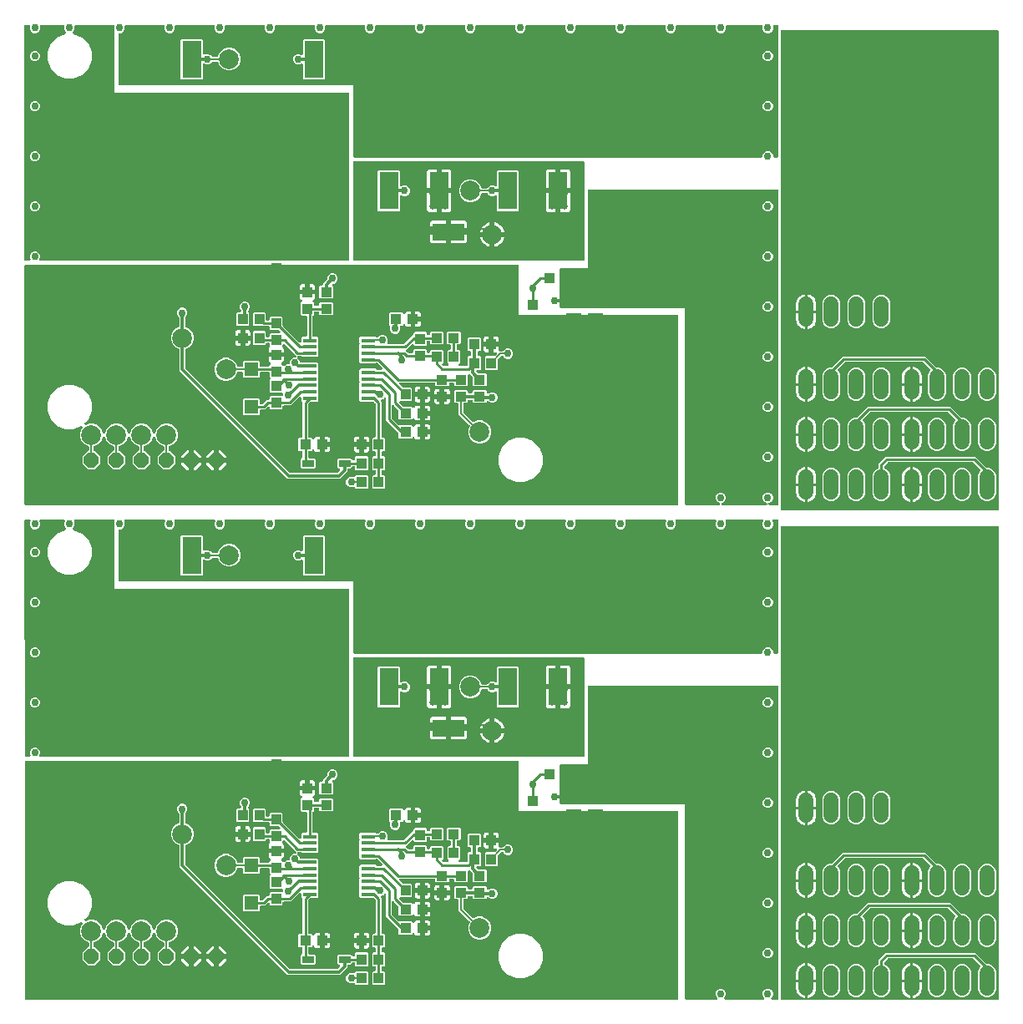
<source format=gbr>
G04 EAGLE Gerber RS-274X export*
G75*
%MOMM*%
%FSLAX34Y34*%
%LPD*%
%INTop Copper*%
%IPPOS*%
%AMOC8*
5,1,8,0,0,1.08239X$1,22.5*%
G01*
%ADD10R,1.400000X0.450000*%
%ADD11R,3.400000X6.500000*%
%ADD12R,1.400000X1.400000*%
%ADD13R,1.000000X1.100000*%
%ADD14R,3.200000X1.800000*%
%ADD15R,1.100000X1.000000*%
%ADD16R,13.000000X5.000000*%
%ADD17R,1.500000X1.300000*%
%ADD18R,6.000000X2.000000*%
%ADD19R,10.300000X8.900000*%
%ADD20R,1.930400X3.810000*%
%ADD21R,1.200000X0.700000*%
%ADD22R,1.800000X1.600000*%
%ADD23P,1.649562X8X112.500000*%
%ADD24C,2.000000*%
%ADD25C,1.524000*%
%ADD26C,0.254000*%
%ADD27C,0.355600*%
%ADD28C,0.756400*%
%ADD29C,0.152400*%
%ADD30C,0.656400*%
%ADD31C,0.457200*%
%ADD32C,0.304800*%

G36*
X666868Y507381D02*
X666868Y507381D01*
X666987Y507388D01*
X667025Y507401D01*
X667066Y507406D01*
X667176Y507449D01*
X667289Y507486D01*
X667324Y507508D01*
X667361Y507523D01*
X667457Y507593D01*
X667558Y507656D01*
X667586Y507686D01*
X667619Y507709D01*
X667695Y507801D01*
X667776Y507888D01*
X667796Y507923D01*
X667821Y507954D01*
X667872Y508062D01*
X667930Y508166D01*
X667940Y508206D01*
X667957Y508242D01*
X667979Y508359D01*
X668009Y508474D01*
X668013Y508535D01*
X668017Y508555D01*
X668015Y508575D01*
X668019Y508635D01*
X668019Y699135D01*
X668004Y699253D01*
X667997Y699372D01*
X667984Y699410D01*
X667979Y699451D01*
X667936Y699561D01*
X667899Y699674D01*
X667877Y699709D01*
X667862Y699746D01*
X667793Y699842D01*
X667729Y699943D01*
X667699Y699971D01*
X667676Y700004D01*
X667584Y700080D01*
X667497Y700161D01*
X667462Y700181D01*
X667431Y700206D01*
X667323Y700257D01*
X667219Y700315D01*
X667179Y700325D01*
X667143Y700342D01*
X667026Y700364D01*
X666911Y700394D01*
X666851Y700398D01*
X666831Y700402D01*
X666810Y700400D01*
X666750Y700404D01*
X595510Y700404D01*
X595392Y700389D01*
X595273Y700382D01*
X595235Y700369D01*
X595194Y700364D01*
X595084Y700321D01*
X594971Y700284D01*
X594936Y700262D01*
X594899Y700247D01*
X594803Y700178D01*
X594702Y700114D01*
X594674Y700084D01*
X594641Y700061D01*
X594565Y699969D01*
X594497Y699896D01*
X551673Y699896D01*
X551644Y699943D01*
X551614Y699971D01*
X551591Y700004D01*
X551499Y700080D01*
X551412Y700161D01*
X551377Y700181D01*
X551346Y700206D01*
X551238Y700257D01*
X551134Y700315D01*
X551094Y700325D01*
X551058Y700342D01*
X550941Y700364D01*
X550826Y700394D01*
X550766Y700398D01*
X550746Y700402D01*
X550725Y700400D01*
X550665Y700404D01*
X530010Y700404D01*
X529892Y700389D01*
X529773Y700382D01*
X529735Y700369D01*
X529694Y700364D01*
X529584Y700321D01*
X529471Y700284D01*
X529436Y700262D01*
X529399Y700247D01*
X529303Y700178D01*
X529202Y700114D01*
X529174Y700084D01*
X529141Y700061D01*
X529065Y699969D01*
X528997Y699896D01*
X512398Y699896D01*
X512369Y699943D01*
X512339Y699971D01*
X512316Y700004D01*
X512224Y700080D01*
X512137Y700161D01*
X512102Y700181D01*
X512071Y700206D01*
X511963Y700257D01*
X511859Y700315D01*
X511819Y700325D01*
X511783Y700342D01*
X511666Y700364D01*
X511551Y700394D01*
X511491Y700398D01*
X511471Y700402D01*
X511450Y700400D01*
X511390Y700404D01*
X506094Y700404D01*
X506094Y749935D01*
X506079Y750053D01*
X506072Y750172D01*
X506059Y750210D01*
X506054Y750251D01*
X506011Y750361D01*
X505974Y750474D01*
X505952Y750509D01*
X505937Y750546D01*
X505868Y750642D01*
X505804Y750743D01*
X505774Y750771D01*
X505751Y750804D01*
X505659Y750880D01*
X505572Y750961D01*
X505537Y750981D01*
X505506Y751006D01*
X505398Y751057D01*
X505294Y751115D01*
X505254Y751125D01*
X505218Y751142D01*
X505101Y751164D01*
X504986Y751194D01*
X504926Y751198D01*
X504906Y751202D01*
X504885Y751200D01*
X504825Y751204D01*
X269160Y751204D01*
X269042Y751189D01*
X268923Y751182D01*
X268885Y751169D01*
X268844Y751164D01*
X268734Y751121D01*
X268621Y751084D01*
X268586Y751062D01*
X268549Y751047D01*
X268453Y750978D01*
X268352Y750914D01*
X268324Y750884D01*
X268291Y750861D01*
X268215Y750769D01*
X268147Y750696D01*
X252548Y750696D01*
X252519Y750743D01*
X252489Y750771D01*
X252466Y750804D01*
X252374Y750880D01*
X252287Y750961D01*
X252252Y750981D01*
X252221Y751006D01*
X252113Y751057D01*
X252009Y751115D01*
X251969Y751125D01*
X251933Y751142D01*
X251816Y751164D01*
X251701Y751194D01*
X251641Y751198D01*
X251621Y751202D01*
X251600Y751200D01*
X251540Y751204D01*
X235060Y751204D01*
X234942Y751189D01*
X234823Y751182D01*
X234785Y751169D01*
X234744Y751164D01*
X234634Y751121D01*
X234521Y751084D01*
X234486Y751062D01*
X234449Y751047D01*
X234353Y750978D01*
X234252Y750914D01*
X234224Y750884D01*
X234191Y750861D01*
X234115Y750769D01*
X234047Y750696D01*
X210448Y750696D01*
X210419Y750743D01*
X210389Y750771D01*
X210366Y750804D01*
X210274Y750880D01*
X210187Y750961D01*
X210152Y750981D01*
X210121Y751006D01*
X210013Y751057D01*
X209909Y751115D01*
X209869Y751125D01*
X209833Y751142D01*
X209716Y751164D01*
X209601Y751194D01*
X209541Y751198D01*
X209521Y751202D01*
X209500Y751200D01*
X209440Y751204D01*
X196960Y751204D01*
X196842Y751189D01*
X196723Y751182D01*
X196685Y751169D01*
X196644Y751164D01*
X196534Y751121D01*
X196421Y751084D01*
X196386Y751062D01*
X196349Y751047D01*
X196253Y750978D01*
X196152Y750914D01*
X196124Y750884D01*
X196091Y750861D01*
X196015Y750769D01*
X195947Y750696D01*
X172348Y750696D01*
X172319Y750743D01*
X172289Y750771D01*
X172266Y750804D01*
X172174Y750880D01*
X172087Y750961D01*
X172052Y750981D01*
X172021Y751006D01*
X171913Y751057D01*
X171809Y751115D01*
X171769Y751125D01*
X171733Y751142D01*
X171616Y751164D01*
X171501Y751194D01*
X171441Y751198D01*
X171421Y751202D01*
X171400Y751200D01*
X171340Y751204D01*
X158860Y751204D01*
X158742Y751189D01*
X158623Y751182D01*
X158585Y751169D01*
X158544Y751164D01*
X158434Y751121D01*
X158321Y751084D01*
X158286Y751062D01*
X158249Y751047D01*
X158153Y750978D01*
X158052Y750914D01*
X158024Y750884D01*
X157991Y750861D01*
X157915Y750769D01*
X157847Y750696D01*
X134248Y750696D01*
X134219Y750743D01*
X134189Y750771D01*
X134166Y750804D01*
X134074Y750880D01*
X133987Y750961D01*
X133952Y750981D01*
X133921Y751006D01*
X133813Y751057D01*
X133709Y751115D01*
X133669Y751125D01*
X133633Y751142D01*
X133516Y751164D01*
X133401Y751194D01*
X133341Y751198D01*
X133321Y751202D01*
X133300Y751200D01*
X133240Y751204D01*
X120760Y751204D01*
X120642Y751189D01*
X120523Y751182D01*
X120485Y751169D01*
X120444Y751164D01*
X120334Y751121D01*
X120221Y751084D01*
X120186Y751062D01*
X120149Y751047D01*
X120053Y750978D01*
X119952Y750914D01*
X119924Y750884D01*
X119891Y750861D01*
X119815Y750769D01*
X119747Y750696D01*
X96148Y750696D01*
X96119Y750743D01*
X96089Y750771D01*
X96066Y750804D01*
X95974Y750880D01*
X95887Y750961D01*
X95852Y750981D01*
X95821Y751006D01*
X95713Y751057D01*
X95609Y751115D01*
X95569Y751125D01*
X95533Y751142D01*
X95416Y751164D01*
X95301Y751194D01*
X95241Y751198D01*
X95221Y751202D01*
X95200Y751200D01*
X95140Y751204D01*
X6477Y751204D01*
X6358Y751189D01*
X6239Y751182D01*
X6201Y751169D01*
X6161Y751164D01*
X6050Y751120D01*
X5937Y751084D01*
X5903Y751062D01*
X5866Y751047D01*
X5769Y750977D01*
X5668Y750913D01*
X5641Y750884D01*
X5608Y750861D01*
X5532Y750769D01*
X5450Y750682D01*
X5431Y750646D01*
X5405Y750616D01*
X5355Y750508D01*
X5297Y750403D01*
X5287Y750364D01*
X5270Y750328D01*
X5248Y750211D01*
X5218Y750095D01*
X5214Y750035D01*
X5210Y750016D01*
X5211Y749995D01*
X5208Y749934D01*
X5330Y508634D01*
X5345Y508516D01*
X5353Y508398D01*
X5365Y508359D01*
X5370Y508319D01*
X5414Y508208D01*
X5451Y508096D01*
X5473Y508061D01*
X5488Y508023D01*
X5557Y507927D01*
X5621Y507827D01*
X5651Y507799D01*
X5675Y507766D01*
X5766Y507690D01*
X5853Y507609D01*
X5888Y507589D01*
X5920Y507563D01*
X6027Y507513D01*
X6131Y507455D01*
X6170Y507445D01*
X6207Y507428D01*
X6324Y507406D01*
X6439Y507376D01*
X6500Y507372D01*
X6520Y507368D01*
X6540Y507370D01*
X6600Y507366D01*
X666750Y507366D01*
X666868Y507381D01*
G37*
G36*
X666868Y6175D02*
X666868Y6175D01*
X666987Y6182D01*
X667025Y6195D01*
X667066Y6200D01*
X667176Y6243D01*
X667289Y6280D01*
X667324Y6302D01*
X667361Y6317D01*
X667457Y6386D01*
X667558Y6450D01*
X667586Y6480D01*
X667619Y6503D01*
X667695Y6595D01*
X667776Y6682D01*
X667796Y6717D01*
X667821Y6748D01*
X667872Y6856D01*
X667930Y6960D01*
X667940Y7000D01*
X667957Y7036D01*
X667979Y7153D01*
X668009Y7268D01*
X668013Y7328D01*
X668017Y7348D01*
X668015Y7369D01*
X668019Y7429D01*
X668019Y196215D01*
X668004Y196333D01*
X667997Y196452D01*
X667984Y196490D01*
X667979Y196531D01*
X667936Y196641D01*
X667899Y196754D01*
X667877Y196789D01*
X667862Y196826D01*
X667793Y196922D01*
X667729Y197023D01*
X667699Y197051D01*
X667676Y197084D01*
X667584Y197160D01*
X667497Y197241D01*
X667462Y197261D01*
X667431Y197286D01*
X667323Y197337D01*
X667219Y197395D01*
X667179Y197405D01*
X667143Y197422D01*
X667026Y197444D01*
X666911Y197474D01*
X666851Y197478D01*
X666831Y197482D01*
X666810Y197480D01*
X666750Y197484D01*
X595510Y197484D01*
X595392Y197469D01*
X595273Y197462D01*
X595235Y197449D01*
X595194Y197444D01*
X595084Y197401D01*
X594971Y197364D01*
X594936Y197342D01*
X594899Y197327D01*
X594803Y197258D01*
X594702Y197194D01*
X594674Y197164D01*
X594641Y197141D01*
X594565Y197049D01*
X594497Y196976D01*
X551673Y196976D01*
X551644Y197023D01*
X551614Y197051D01*
X551591Y197084D01*
X551499Y197160D01*
X551412Y197241D01*
X551377Y197261D01*
X551346Y197286D01*
X551238Y197337D01*
X551134Y197395D01*
X551094Y197405D01*
X551058Y197422D01*
X550941Y197444D01*
X550826Y197474D01*
X550766Y197478D01*
X550746Y197482D01*
X550725Y197480D01*
X550665Y197484D01*
X530010Y197484D01*
X529892Y197469D01*
X529773Y197462D01*
X529735Y197449D01*
X529694Y197444D01*
X529584Y197401D01*
X529471Y197364D01*
X529436Y197342D01*
X529399Y197327D01*
X529303Y197258D01*
X529202Y197194D01*
X529174Y197164D01*
X529141Y197141D01*
X529065Y197049D01*
X528997Y196976D01*
X512398Y196976D01*
X512369Y197023D01*
X512339Y197051D01*
X512316Y197084D01*
X512224Y197160D01*
X512137Y197241D01*
X512102Y197261D01*
X512071Y197286D01*
X511963Y197337D01*
X511859Y197395D01*
X511819Y197405D01*
X511783Y197422D01*
X511666Y197444D01*
X511551Y197474D01*
X511491Y197478D01*
X511471Y197482D01*
X511450Y197480D01*
X511390Y197484D01*
X506094Y197484D01*
X506094Y247015D01*
X506079Y247133D01*
X506072Y247252D01*
X506059Y247290D01*
X506054Y247331D01*
X506011Y247441D01*
X505974Y247554D01*
X505952Y247589D01*
X505937Y247626D01*
X505868Y247722D01*
X505804Y247823D01*
X505774Y247851D01*
X505751Y247884D01*
X505659Y247960D01*
X505572Y248041D01*
X505537Y248061D01*
X505506Y248086D01*
X505398Y248137D01*
X505294Y248195D01*
X505254Y248205D01*
X505218Y248222D01*
X505101Y248244D01*
X504986Y248274D01*
X504926Y248278D01*
X504906Y248282D01*
X504885Y248280D01*
X504825Y248284D01*
X269160Y248284D01*
X269042Y248269D01*
X268923Y248262D01*
X268885Y248249D01*
X268844Y248244D01*
X268734Y248201D01*
X268621Y248164D01*
X268586Y248142D01*
X268549Y248127D01*
X268453Y248058D01*
X268352Y247994D01*
X268324Y247964D01*
X268291Y247941D01*
X268215Y247849D01*
X268147Y247776D01*
X252548Y247776D01*
X252519Y247823D01*
X252489Y247851D01*
X252466Y247884D01*
X252374Y247960D01*
X252287Y248041D01*
X252252Y248061D01*
X252221Y248086D01*
X252113Y248137D01*
X252009Y248195D01*
X251969Y248205D01*
X251933Y248222D01*
X251816Y248244D01*
X251701Y248274D01*
X251641Y248278D01*
X251621Y248282D01*
X251600Y248280D01*
X251540Y248284D01*
X235060Y248284D01*
X234942Y248269D01*
X234823Y248262D01*
X234785Y248249D01*
X234744Y248244D01*
X234634Y248201D01*
X234521Y248164D01*
X234486Y248142D01*
X234449Y248127D01*
X234353Y248058D01*
X234252Y247994D01*
X234224Y247964D01*
X234191Y247941D01*
X234115Y247849D01*
X234047Y247776D01*
X210448Y247776D01*
X210419Y247823D01*
X210389Y247851D01*
X210366Y247884D01*
X210274Y247960D01*
X210187Y248041D01*
X210152Y248061D01*
X210121Y248086D01*
X210013Y248137D01*
X209909Y248195D01*
X209869Y248205D01*
X209833Y248222D01*
X209716Y248244D01*
X209601Y248274D01*
X209541Y248278D01*
X209521Y248282D01*
X209500Y248280D01*
X209440Y248284D01*
X196960Y248284D01*
X196842Y248269D01*
X196723Y248262D01*
X196685Y248249D01*
X196644Y248244D01*
X196534Y248201D01*
X196421Y248164D01*
X196386Y248142D01*
X196349Y248127D01*
X196253Y248058D01*
X196152Y247994D01*
X196124Y247964D01*
X196091Y247941D01*
X196015Y247849D01*
X195947Y247776D01*
X172348Y247776D01*
X172319Y247823D01*
X172289Y247851D01*
X172266Y247884D01*
X172174Y247960D01*
X172087Y248041D01*
X172052Y248061D01*
X172021Y248086D01*
X171913Y248137D01*
X171809Y248195D01*
X171769Y248205D01*
X171733Y248222D01*
X171616Y248244D01*
X171501Y248274D01*
X171441Y248278D01*
X171421Y248282D01*
X171400Y248280D01*
X171340Y248284D01*
X158860Y248284D01*
X158742Y248269D01*
X158623Y248262D01*
X158585Y248249D01*
X158544Y248244D01*
X158434Y248201D01*
X158321Y248164D01*
X158286Y248142D01*
X158249Y248127D01*
X158153Y248058D01*
X158052Y247994D01*
X158024Y247964D01*
X157991Y247941D01*
X157915Y247849D01*
X157847Y247776D01*
X134248Y247776D01*
X134219Y247823D01*
X134189Y247851D01*
X134166Y247884D01*
X134074Y247960D01*
X133987Y248041D01*
X133952Y248061D01*
X133921Y248086D01*
X133813Y248137D01*
X133709Y248195D01*
X133669Y248205D01*
X133633Y248222D01*
X133516Y248244D01*
X133401Y248274D01*
X133341Y248278D01*
X133321Y248282D01*
X133300Y248280D01*
X133240Y248284D01*
X120760Y248284D01*
X120642Y248269D01*
X120523Y248262D01*
X120485Y248249D01*
X120444Y248244D01*
X120334Y248201D01*
X120221Y248164D01*
X120186Y248142D01*
X120149Y248127D01*
X120053Y248058D01*
X119952Y247994D01*
X119924Y247964D01*
X119891Y247941D01*
X119815Y247849D01*
X119747Y247776D01*
X96148Y247776D01*
X96119Y247823D01*
X96089Y247851D01*
X96066Y247884D01*
X95974Y247960D01*
X95887Y248041D01*
X95852Y248061D01*
X95821Y248086D01*
X95713Y248137D01*
X95609Y248195D01*
X95569Y248205D01*
X95533Y248222D01*
X95416Y248244D01*
X95301Y248274D01*
X95241Y248278D01*
X95221Y248282D01*
X95200Y248280D01*
X95140Y248284D01*
X6733Y248284D01*
X6614Y248269D01*
X6495Y248262D01*
X6457Y248249D01*
X6417Y248244D01*
X6306Y248200D01*
X6193Y248164D01*
X6159Y248142D01*
X6122Y248127D01*
X6025Y248057D01*
X5924Y247993D01*
X5897Y247964D01*
X5864Y247941D01*
X5788Y247849D01*
X5706Y247762D01*
X5687Y247726D01*
X5661Y247696D01*
X5611Y247588D01*
X5553Y247483D01*
X5543Y247444D01*
X5526Y247408D01*
X5503Y247291D01*
X5474Y247175D01*
X5470Y247115D01*
X5466Y247096D01*
X5467Y247075D01*
X5464Y247014D01*
X5586Y7428D01*
X5600Y7310D01*
X5608Y7192D01*
X5620Y7153D01*
X5626Y7113D01*
X5669Y7002D01*
X5706Y6890D01*
X5728Y6855D01*
X5743Y6817D01*
X5812Y6721D01*
X5876Y6621D01*
X5906Y6593D01*
X5930Y6560D01*
X6021Y6484D01*
X6108Y6403D01*
X6143Y6383D01*
X6175Y6357D01*
X6282Y6307D01*
X6386Y6249D01*
X6426Y6239D01*
X6463Y6222D01*
X6579Y6200D01*
X6694Y6170D01*
X6755Y6166D01*
X6775Y6162D01*
X6795Y6164D01*
X6855Y6160D01*
X666750Y6160D01*
X666868Y6175D01*
G37*
G36*
X992403Y502297D02*
X992403Y502297D01*
X992468Y502299D01*
X992512Y502317D01*
X992558Y502325D01*
X992615Y502359D01*
X992676Y502384D01*
X992711Y502416D01*
X992752Y502440D01*
X992793Y502491D01*
X992842Y502535D01*
X992863Y502577D01*
X992893Y502614D01*
X992914Y502676D01*
X992944Y502735D01*
X992952Y502789D01*
X992965Y502826D01*
X992964Y502866D01*
X992972Y502920D01*
X992725Y988060D01*
X992713Y988125D01*
X992711Y988191D01*
X992694Y988234D01*
X992685Y988281D01*
X992652Y988338D01*
X992627Y988398D01*
X992595Y988433D01*
X992571Y988474D01*
X992520Y988516D01*
X992476Y988564D01*
X992433Y988586D01*
X992397Y988616D01*
X992335Y988637D01*
X992276Y988667D01*
X992222Y988675D01*
X992184Y988687D01*
X992145Y988686D01*
X992091Y988694D01*
X772320Y988694D01*
X772255Y988683D01*
X772189Y988681D01*
X772146Y988663D01*
X772099Y988655D01*
X772042Y988621D01*
X771982Y988596D01*
X771947Y988565D01*
X771906Y988540D01*
X771865Y988489D01*
X771816Y988445D01*
X771794Y988403D01*
X771765Y988366D01*
X771744Y988304D01*
X771713Y988245D01*
X771705Y988191D01*
X771693Y988154D01*
X771694Y988114D01*
X771686Y988060D01*
X771686Y502920D01*
X771697Y502855D01*
X771699Y502789D01*
X771717Y502746D01*
X771725Y502699D01*
X771759Y502642D01*
X771784Y502582D01*
X771815Y502547D01*
X771840Y502506D01*
X771891Y502465D01*
X771935Y502416D01*
X771977Y502394D01*
X772014Y502365D01*
X772076Y502344D01*
X772135Y502313D01*
X772189Y502305D01*
X772226Y502293D01*
X772266Y502294D01*
X772320Y502286D01*
X992338Y502286D01*
X992403Y502297D01*
G37*
G36*
X992655Y6171D02*
X992655Y6171D01*
X992721Y6173D01*
X992765Y6191D01*
X992811Y6199D01*
X992868Y6233D01*
X992929Y6258D01*
X992964Y6290D01*
X993004Y6314D01*
X993046Y6365D01*
X993094Y6409D01*
X993116Y6451D01*
X993146Y6488D01*
X993167Y6550D01*
X993197Y6609D01*
X993205Y6663D01*
X993217Y6700D01*
X993216Y6740D01*
X993224Y6794D01*
X992981Y485140D01*
X992969Y485205D01*
X992967Y485271D01*
X992950Y485314D01*
X992941Y485361D01*
X992908Y485418D01*
X992883Y485478D01*
X992851Y485513D01*
X992827Y485554D01*
X992776Y485596D01*
X992732Y485644D01*
X992689Y485666D01*
X992653Y485696D01*
X992590Y485717D01*
X992532Y485747D01*
X992477Y485755D01*
X992440Y485767D01*
X992401Y485766D01*
X992347Y485774D01*
X772320Y485774D01*
X772255Y485763D01*
X772189Y485761D01*
X772146Y485743D01*
X772099Y485735D01*
X772042Y485701D01*
X771982Y485676D01*
X771947Y485645D01*
X771906Y485620D01*
X771865Y485569D01*
X771816Y485525D01*
X771794Y485483D01*
X771765Y485446D01*
X771744Y485384D01*
X771713Y485325D01*
X771705Y485271D01*
X771693Y485234D01*
X771694Y485194D01*
X771686Y485140D01*
X771686Y6794D01*
X771697Y6729D01*
X771699Y6663D01*
X771717Y6620D01*
X771725Y6573D01*
X771759Y6516D01*
X771784Y6456D01*
X771815Y6421D01*
X771840Y6380D01*
X771891Y6338D01*
X771935Y6290D01*
X771977Y6268D01*
X772014Y6239D01*
X772076Y6218D01*
X772135Y6187D01*
X772189Y6179D01*
X772226Y6167D01*
X772266Y6168D01*
X772320Y6160D01*
X992590Y6160D01*
X992655Y6171D01*
G37*
G36*
X752367Y356886D02*
X752367Y356886D01*
X752486Y356893D01*
X752524Y356906D01*
X752565Y356911D01*
X752675Y356954D01*
X752788Y356991D01*
X752823Y357013D01*
X752860Y357028D01*
X752956Y357098D01*
X753057Y357161D01*
X753085Y357191D01*
X753118Y357214D01*
X753194Y357306D01*
X753275Y357393D01*
X753295Y357428D01*
X753320Y357459D01*
X753371Y357567D01*
X753429Y357671D01*
X753439Y357711D01*
X753456Y357747D01*
X753478Y357864D01*
X753508Y357979D01*
X753512Y358040D01*
X753516Y358060D01*
X753514Y358080D01*
X753518Y358140D01*
X753518Y359196D01*
X754326Y361146D01*
X755819Y362639D01*
X757769Y363447D01*
X759881Y363447D01*
X761831Y362639D01*
X763324Y361146D01*
X764132Y359196D01*
X764132Y358140D01*
X764147Y358022D01*
X764154Y357903D01*
X764167Y357865D01*
X764172Y357824D01*
X764215Y357714D01*
X764252Y357601D01*
X764274Y357566D01*
X764289Y357529D01*
X764358Y357433D01*
X764422Y357332D01*
X764452Y357304D01*
X764475Y357271D01*
X764567Y357196D01*
X764654Y357114D01*
X764689Y357094D01*
X764720Y357069D01*
X764828Y357018D01*
X764932Y356960D01*
X764972Y356950D01*
X765008Y356933D01*
X765125Y356911D01*
X765240Y356881D01*
X765300Y356877D01*
X765320Y356873D01*
X765341Y356875D01*
X765401Y356871D01*
X768350Y356871D01*
X768468Y356886D01*
X768587Y356893D01*
X768625Y356906D01*
X768666Y356911D01*
X768776Y356954D01*
X768889Y356991D01*
X768924Y357013D01*
X768961Y357028D01*
X769057Y357098D01*
X769158Y357161D01*
X769186Y357191D01*
X769219Y357214D01*
X769295Y357306D01*
X769376Y357393D01*
X769396Y357428D01*
X769421Y357459D01*
X769472Y357567D01*
X769530Y357671D01*
X769540Y357711D01*
X769557Y357747D01*
X769579Y357864D01*
X769609Y357979D01*
X769613Y358040D01*
X769617Y358060D01*
X769615Y358080D01*
X769619Y358140D01*
X769619Y491490D01*
X769604Y491608D01*
X769597Y491727D01*
X769584Y491765D01*
X769579Y491806D01*
X769536Y491916D01*
X769499Y492029D01*
X769477Y492064D01*
X769462Y492101D01*
X769393Y492197D01*
X769329Y492298D01*
X769299Y492326D01*
X769276Y492359D01*
X769184Y492435D01*
X769097Y492516D01*
X769062Y492536D01*
X769031Y492561D01*
X768923Y492612D01*
X768819Y492670D01*
X768779Y492680D01*
X768743Y492697D01*
X768626Y492719D01*
X768511Y492749D01*
X768451Y492753D01*
X768431Y492757D01*
X768410Y492755D01*
X768350Y492759D01*
X764628Y492759D01*
X764578Y492753D01*
X764529Y492755D01*
X764421Y492733D01*
X764312Y492719D01*
X764266Y492701D01*
X764217Y492691D01*
X764118Y492643D01*
X764016Y492602D01*
X763976Y492573D01*
X763932Y492551D01*
X763848Y492480D01*
X763759Y492416D01*
X763727Y492377D01*
X763690Y492345D01*
X763626Y492255D01*
X763556Y492171D01*
X763535Y492126D01*
X763507Y492085D01*
X763467Y491982D01*
X763421Y491883D01*
X763411Y491834D01*
X763394Y491788D01*
X763382Y491678D01*
X763361Y491571D01*
X763364Y491521D01*
X763359Y491472D01*
X763374Y491363D01*
X763381Y491253D01*
X763396Y491206D01*
X763403Y491157D01*
X763455Y491004D01*
X764132Y489371D01*
X764132Y487259D01*
X763324Y485309D01*
X761831Y483816D01*
X759881Y483008D01*
X757769Y483008D01*
X755819Y483816D01*
X754326Y485309D01*
X753518Y487259D01*
X753518Y489371D01*
X754195Y491004D01*
X754208Y491052D01*
X754229Y491097D01*
X754250Y491205D01*
X754279Y491311D01*
X754280Y491361D01*
X754289Y491410D01*
X754282Y491519D01*
X754284Y491629D01*
X754272Y491677D01*
X754269Y491727D01*
X754235Y491831D01*
X754210Y491938D01*
X754187Y491982D01*
X754171Y492029D01*
X754112Y492122D01*
X754061Y492219D01*
X754028Y492256D01*
X754001Y492298D01*
X753921Y492373D01*
X753847Y492455D01*
X753806Y492482D01*
X753769Y492516D01*
X753673Y492569D01*
X753581Y492629D01*
X753534Y492646D01*
X753491Y492670D01*
X753385Y492697D01*
X753281Y492733D01*
X753231Y492737D01*
X753183Y492749D01*
X753022Y492759D01*
X717003Y492759D01*
X716953Y492753D01*
X716904Y492755D01*
X716796Y492733D01*
X716687Y492719D01*
X716641Y492701D01*
X716592Y492691D01*
X716493Y492643D01*
X716391Y492602D01*
X716351Y492573D01*
X716307Y492551D01*
X716223Y492480D01*
X716134Y492416D01*
X716102Y492377D01*
X716065Y492345D01*
X716001Y492255D01*
X715931Y492171D01*
X715910Y492126D01*
X715882Y492085D01*
X715842Y491982D01*
X715796Y491883D01*
X715786Y491834D01*
X715769Y491788D01*
X715757Y491678D01*
X715736Y491571D01*
X715739Y491521D01*
X715734Y491472D01*
X715749Y491363D01*
X715756Y491253D01*
X715771Y491206D01*
X715778Y491157D01*
X715830Y491004D01*
X716507Y489371D01*
X716507Y487259D01*
X715699Y485309D01*
X714206Y483816D01*
X712256Y483008D01*
X710144Y483008D01*
X708194Y483816D01*
X706701Y485309D01*
X705893Y487259D01*
X705893Y489371D01*
X706570Y491004D01*
X706583Y491052D01*
X706604Y491097D01*
X706625Y491205D01*
X706654Y491311D01*
X706655Y491361D01*
X706664Y491410D01*
X706657Y491519D01*
X706659Y491629D01*
X706647Y491677D01*
X706644Y491727D01*
X706610Y491831D01*
X706585Y491938D01*
X706562Y491982D01*
X706546Y492029D01*
X706487Y492122D01*
X706436Y492219D01*
X706403Y492256D01*
X706376Y492298D01*
X706296Y492373D01*
X706222Y492455D01*
X706181Y492482D01*
X706144Y492516D01*
X706048Y492569D01*
X705956Y492629D01*
X705909Y492646D01*
X705866Y492670D01*
X705760Y492697D01*
X705656Y492733D01*
X705606Y492737D01*
X705558Y492749D01*
X705397Y492759D01*
X666203Y492759D01*
X666153Y492753D01*
X666104Y492755D01*
X665996Y492733D01*
X665887Y492719D01*
X665841Y492701D01*
X665792Y492691D01*
X665693Y492643D01*
X665591Y492602D01*
X665551Y492573D01*
X665507Y492551D01*
X665423Y492480D01*
X665334Y492416D01*
X665302Y492377D01*
X665265Y492345D01*
X665201Y492255D01*
X665131Y492171D01*
X665110Y492126D01*
X665082Y492085D01*
X665042Y491982D01*
X664996Y491883D01*
X664986Y491834D01*
X664969Y491788D01*
X664957Y491678D01*
X664936Y491571D01*
X664939Y491521D01*
X664934Y491472D01*
X664949Y491363D01*
X664956Y491253D01*
X664971Y491206D01*
X664978Y491157D01*
X665030Y491004D01*
X665707Y489371D01*
X665707Y487259D01*
X664899Y485309D01*
X663406Y483816D01*
X661456Y483008D01*
X659344Y483008D01*
X657394Y483816D01*
X655901Y485309D01*
X655093Y487259D01*
X655093Y489371D01*
X655770Y491004D01*
X655783Y491052D01*
X655804Y491097D01*
X655825Y491205D01*
X655854Y491311D01*
X655855Y491361D01*
X655864Y491410D01*
X655857Y491519D01*
X655859Y491629D01*
X655847Y491677D01*
X655844Y491727D01*
X655810Y491831D01*
X655785Y491938D01*
X655762Y491982D01*
X655746Y492029D01*
X655687Y492122D01*
X655636Y492219D01*
X655603Y492256D01*
X655576Y492298D01*
X655496Y492373D01*
X655422Y492455D01*
X655381Y492482D01*
X655344Y492516D01*
X655248Y492569D01*
X655156Y492629D01*
X655109Y492646D01*
X655066Y492670D01*
X654960Y492697D01*
X654856Y492733D01*
X654806Y492737D01*
X654758Y492749D01*
X654597Y492759D01*
X615403Y492759D01*
X615353Y492753D01*
X615304Y492755D01*
X615196Y492733D01*
X615087Y492719D01*
X615041Y492701D01*
X614992Y492691D01*
X614893Y492643D01*
X614791Y492602D01*
X614751Y492573D01*
X614707Y492551D01*
X614623Y492480D01*
X614534Y492416D01*
X614502Y492377D01*
X614465Y492345D01*
X614401Y492255D01*
X614331Y492171D01*
X614310Y492126D01*
X614282Y492085D01*
X614242Y491982D01*
X614196Y491883D01*
X614186Y491834D01*
X614169Y491788D01*
X614157Y491678D01*
X614136Y491571D01*
X614139Y491521D01*
X614134Y491472D01*
X614149Y491363D01*
X614156Y491253D01*
X614171Y491206D01*
X614178Y491157D01*
X614230Y491004D01*
X614907Y489371D01*
X614907Y487259D01*
X614099Y485309D01*
X612606Y483816D01*
X610656Y483008D01*
X608544Y483008D01*
X606594Y483816D01*
X605101Y485309D01*
X604293Y487259D01*
X604293Y489371D01*
X604970Y491004D01*
X604983Y491052D01*
X605004Y491097D01*
X605025Y491205D01*
X605054Y491311D01*
X605055Y491361D01*
X605064Y491410D01*
X605057Y491519D01*
X605059Y491629D01*
X605047Y491677D01*
X605044Y491727D01*
X605010Y491831D01*
X604985Y491938D01*
X604962Y491982D01*
X604946Y492029D01*
X604887Y492122D01*
X604836Y492219D01*
X604803Y492256D01*
X604776Y492298D01*
X604696Y492373D01*
X604622Y492455D01*
X604581Y492482D01*
X604544Y492516D01*
X604448Y492569D01*
X604356Y492629D01*
X604309Y492646D01*
X604266Y492670D01*
X604160Y492697D01*
X604056Y492733D01*
X604006Y492737D01*
X603958Y492749D01*
X603797Y492759D01*
X564603Y492759D01*
X564553Y492753D01*
X564504Y492755D01*
X564396Y492733D01*
X564287Y492719D01*
X564241Y492701D01*
X564192Y492691D01*
X564093Y492643D01*
X563991Y492602D01*
X563951Y492573D01*
X563907Y492551D01*
X563823Y492480D01*
X563734Y492416D01*
X563702Y492377D01*
X563665Y492345D01*
X563601Y492255D01*
X563531Y492171D01*
X563510Y492126D01*
X563482Y492085D01*
X563442Y491982D01*
X563396Y491883D01*
X563386Y491834D01*
X563369Y491788D01*
X563357Y491678D01*
X563336Y491571D01*
X563339Y491521D01*
X563334Y491472D01*
X563349Y491363D01*
X563356Y491253D01*
X563371Y491206D01*
X563378Y491157D01*
X563430Y491004D01*
X564107Y489371D01*
X564107Y487259D01*
X563299Y485309D01*
X561806Y483816D01*
X559856Y483008D01*
X557744Y483008D01*
X555794Y483816D01*
X554301Y485309D01*
X553493Y487259D01*
X553493Y489371D01*
X554170Y491004D01*
X554183Y491052D01*
X554204Y491097D01*
X554225Y491205D01*
X554254Y491311D01*
X554255Y491361D01*
X554264Y491410D01*
X554257Y491519D01*
X554259Y491629D01*
X554247Y491677D01*
X554244Y491727D01*
X554210Y491831D01*
X554185Y491938D01*
X554162Y491982D01*
X554146Y492029D01*
X554087Y492122D01*
X554036Y492219D01*
X554003Y492256D01*
X553976Y492298D01*
X553896Y492373D01*
X553822Y492455D01*
X553781Y492482D01*
X553744Y492516D01*
X553648Y492569D01*
X553556Y492629D01*
X553509Y492646D01*
X553466Y492670D01*
X553360Y492697D01*
X553256Y492733D01*
X553206Y492737D01*
X553158Y492749D01*
X552997Y492759D01*
X513803Y492759D01*
X513753Y492753D01*
X513704Y492755D01*
X513596Y492733D01*
X513487Y492719D01*
X513441Y492701D01*
X513392Y492691D01*
X513293Y492643D01*
X513191Y492602D01*
X513151Y492573D01*
X513107Y492551D01*
X513023Y492480D01*
X512934Y492416D01*
X512902Y492377D01*
X512865Y492345D01*
X512801Y492255D01*
X512731Y492171D01*
X512710Y492126D01*
X512682Y492085D01*
X512642Y491982D01*
X512596Y491883D01*
X512586Y491834D01*
X512569Y491788D01*
X512557Y491678D01*
X512536Y491571D01*
X512539Y491521D01*
X512534Y491472D01*
X512549Y491363D01*
X512556Y491253D01*
X512571Y491206D01*
X512578Y491157D01*
X512630Y491004D01*
X513307Y489371D01*
X513307Y487259D01*
X512499Y485309D01*
X511006Y483816D01*
X509056Y483008D01*
X506944Y483008D01*
X504994Y483816D01*
X503501Y485309D01*
X502693Y487259D01*
X502693Y489371D01*
X503370Y491004D01*
X503383Y491052D01*
X503404Y491097D01*
X503425Y491205D01*
X503454Y491311D01*
X503455Y491361D01*
X503464Y491410D01*
X503457Y491519D01*
X503459Y491629D01*
X503447Y491677D01*
X503444Y491727D01*
X503410Y491831D01*
X503385Y491938D01*
X503362Y491982D01*
X503346Y492029D01*
X503287Y492122D01*
X503236Y492219D01*
X503203Y492256D01*
X503176Y492298D01*
X503096Y492373D01*
X503022Y492455D01*
X502981Y492482D01*
X502944Y492516D01*
X502848Y492569D01*
X502756Y492629D01*
X502709Y492646D01*
X502666Y492670D01*
X502560Y492697D01*
X502456Y492733D01*
X502406Y492737D01*
X502358Y492749D01*
X502197Y492759D01*
X463003Y492759D01*
X462953Y492753D01*
X462904Y492755D01*
X462796Y492733D01*
X462687Y492719D01*
X462641Y492701D01*
X462592Y492691D01*
X462493Y492643D01*
X462391Y492602D01*
X462351Y492573D01*
X462307Y492551D01*
X462223Y492480D01*
X462134Y492416D01*
X462102Y492377D01*
X462065Y492345D01*
X462001Y492255D01*
X461931Y492171D01*
X461910Y492126D01*
X461882Y492085D01*
X461842Y491982D01*
X461796Y491883D01*
X461786Y491834D01*
X461769Y491788D01*
X461757Y491678D01*
X461736Y491571D01*
X461739Y491521D01*
X461734Y491472D01*
X461749Y491363D01*
X461756Y491253D01*
X461771Y491206D01*
X461778Y491157D01*
X461830Y491004D01*
X462507Y489371D01*
X462507Y487259D01*
X461699Y485309D01*
X460206Y483816D01*
X458256Y483008D01*
X456144Y483008D01*
X454194Y483816D01*
X452701Y485309D01*
X451893Y487259D01*
X451893Y489371D01*
X452570Y491004D01*
X452583Y491052D01*
X452604Y491097D01*
X452625Y491205D01*
X452654Y491311D01*
X452655Y491361D01*
X452664Y491410D01*
X452657Y491519D01*
X452659Y491629D01*
X452647Y491677D01*
X452644Y491727D01*
X452610Y491831D01*
X452585Y491938D01*
X452562Y491982D01*
X452546Y492029D01*
X452487Y492122D01*
X452436Y492219D01*
X452403Y492256D01*
X452376Y492298D01*
X452296Y492373D01*
X452222Y492455D01*
X452181Y492482D01*
X452144Y492516D01*
X452048Y492569D01*
X451956Y492629D01*
X451909Y492646D01*
X451866Y492670D01*
X451760Y492697D01*
X451656Y492733D01*
X451606Y492737D01*
X451558Y492749D01*
X451397Y492759D01*
X412203Y492759D01*
X412153Y492753D01*
X412104Y492755D01*
X411996Y492733D01*
X411887Y492719D01*
X411841Y492701D01*
X411792Y492691D01*
X411693Y492643D01*
X411591Y492602D01*
X411551Y492573D01*
X411507Y492551D01*
X411423Y492480D01*
X411334Y492416D01*
X411302Y492377D01*
X411265Y492345D01*
X411201Y492255D01*
X411131Y492171D01*
X411110Y492126D01*
X411082Y492085D01*
X411042Y491982D01*
X410996Y491883D01*
X410986Y491834D01*
X410969Y491788D01*
X410957Y491678D01*
X410936Y491571D01*
X410939Y491521D01*
X410934Y491472D01*
X410949Y491363D01*
X410956Y491253D01*
X410971Y491206D01*
X410978Y491157D01*
X411030Y491004D01*
X411707Y489371D01*
X411707Y487259D01*
X410899Y485309D01*
X409406Y483816D01*
X407456Y483008D01*
X405344Y483008D01*
X403394Y483816D01*
X401901Y485309D01*
X401093Y487259D01*
X401093Y489371D01*
X401770Y491004D01*
X401783Y491052D01*
X401804Y491097D01*
X401825Y491205D01*
X401854Y491311D01*
X401855Y491361D01*
X401864Y491410D01*
X401857Y491519D01*
X401859Y491629D01*
X401847Y491677D01*
X401844Y491727D01*
X401810Y491831D01*
X401785Y491938D01*
X401762Y491982D01*
X401746Y492029D01*
X401687Y492122D01*
X401636Y492219D01*
X401603Y492256D01*
X401576Y492298D01*
X401496Y492373D01*
X401422Y492455D01*
X401381Y492482D01*
X401344Y492516D01*
X401248Y492569D01*
X401156Y492629D01*
X401109Y492646D01*
X401066Y492670D01*
X400960Y492697D01*
X400856Y492733D01*
X400806Y492737D01*
X400758Y492749D01*
X400597Y492759D01*
X361403Y492759D01*
X361353Y492753D01*
X361304Y492755D01*
X361196Y492733D01*
X361087Y492719D01*
X361041Y492701D01*
X360992Y492691D01*
X360893Y492643D01*
X360791Y492602D01*
X360751Y492573D01*
X360707Y492551D01*
X360623Y492480D01*
X360534Y492416D01*
X360502Y492377D01*
X360465Y492345D01*
X360401Y492255D01*
X360331Y492171D01*
X360310Y492126D01*
X360282Y492085D01*
X360242Y491982D01*
X360196Y491883D01*
X360186Y491834D01*
X360169Y491788D01*
X360157Y491678D01*
X360136Y491571D01*
X360139Y491521D01*
X360134Y491472D01*
X360149Y491363D01*
X360156Y491253D01*
X360171Y491206D01*
X360178Y491157D01*
X360230Y491004D01*
X360907Y489371D01*
X360907Y487259D01*
X360099Y485309D01*
X358606Y483816D01*
X356656Y483008D01*
X354544Y483008D01*
X352594Y483816D01*
X351101Y485309D01*
X350293Y487259D01*
X350293Y489371D01*
X350970Y491004D01*
X350983Y491052D01*
X351004Y491097D01*
X351025Y491205D01*
X351054Y491311D01*
X351055Y491361D01*
X351064Y491410D01*
X351057Y491519D01*
X351059Y491629D01*
X351047Y491677D01*
X351044Y491727D01*
X351010Y491831D01*
X350985Y491938D01*
X350962Y491982D01*
X350946Y492029D01*
X350887Y492122D01*
X350836Y492219D01*
X350803Y492256D01*
X350776Y492298D01*
X350696Y492373D01*
X350622Y492455D01*
X350581Y492482D01*
X350544Y492516D01*
X350448Y492569D01*
X350356Y492629D01*
X350309Y492646D01*
X350266Y492670D01*
X350160Y492697D01*
X350056Y492733D01*
X350006Y492737D01*
X349958Y492749D01*
X349797Y492759D01*
X310603Y492759D01*
X310553Y492753D01*
X310504Y492755D01*
X310396Y492733D01*
X310287Y492719D01*
X310241Y492701D01*
X310192Y492691D01*
X310093Y492643D01*
X309991Y492602D01*
X309951Y492573D01*
X309907Y492551D01*
X309823Y492480D01*
X309734Y492416D01*
X309702Y492377D01*
X309665Y492345D01*
X309601Y492255D01*
X309531Y492171D01*
X309510Y492126D01*
X309482Y492085D01*
X309442Y491982D01*
X309396Y491883D01*
X309386Y491834D01*
X309369Y491788D01*
X309357Y491678D01*
X309336Y491571D01*
X309339Y491521D01*
X309334Y491472D01*
X309349Y491363D01*
X309356Y491253D01*
X309371Y491206D01*
X309378Y491157D01*
X309430Y491004D01*
X310107Y489371D01*
X310107Y487259D01*
X309299Y485309D01*
X307806Y483816D01*
X305856Y483008D01*
X303744Y483008D01*
X301794Y483816D01*
X300301Y485309D01*
X299493Y487259D01*
X299493Y489371D01*
X300170Y491004D01*
X300183Y491052D01*
X300204Y491097D01*
X300225Y491205D01*
X300254Y491311D01*
X300255Y491361D01*
X300264Y491410D01*
X300257Y491519D01*
X300259Y491629D01*
X300247Y491677D01*
X300244Y491727D01*
X300210Y491831D01*
X300185Y491938D01*
X300162Y491982D01*
X300146Y492029D01*
X300087Y492122D01*
X300036Y492219D01*
X300003Y492256D01*
X299976Y492298D01*
X299896Y492373D01*
X299822Y492455D01*
X299781Y492482D01*
X299744Y492516D01*
X299648Y492569D01*
X299556Y492629D01*
X299509Y492646D01*
X299466Y492670D01*
X299360Y492697D01*
X299256Y492733D01*
X299206Y492737D01*
X299158Y492749D01*
X298997Y492759D01*
X259803Y492759D01*
X259753Y492753D01*
X259704Y492755D01*
X259596Y492733D01*
X259487Y492719D01*
X259441Y492701D01*
X259392Y492691D01*
X259293Y492643D01*
X259191Y492602D01*
X259151Y492573D01*
X259107Y492551D01*
X259023Y492480D01*
X258934Y492416D01*
X258902Y492377D01*
X258865Y492345D01*
X258801Y492255D01*
X258731Y492171D01*
X258710Y492126D01*
X258682Y492085D01*
X258642Y491982D01*
X258596Y491883D01*
X258586Y491834D01*
X258569Y491788D01*
X258557Y491678D01*
X258536Y491571D01*
X258539Y491521D01*
X258534Y491472D01*
X258549Y491363D01*
X258556Y491253D01*
X258571Y491206D01*
X258578Y491157D01*
X258630Y491004D01*
X259307Y489371D01*
X259307Y487259D01*
X258499Y485309D01*
X257006Y483816D01*
X255056Y483008D01*
X252944Y483008D01*
X250994Y483816D01*
X249501Y485309D01*
X248693Y487259D01*
X248693Y489371D01*
X249370Y491004D01*
X249383Y491052D01*
X249404Y491097D01*
X249425Y491205D01*
X249454Y491311D01*
X249455Y491361D01*
X249464Y491410D01*
X249457Y491519D01*
X249459Y491629D01*
X249447Y491677D01*
X249444Y491727D01*
X249410Y491831D01*
X249385Y491938D01*
X249362Y491982D01*
X249346Y492029D01*
X249287Y492122D01*
X249236Y492219D01*
X249203Y492256D01*
X249176Y492298D01*
X249096Y492373D01*
X249022Y492455D01*
X248981Y492482D01*
X248944Y492516D01*
X248848Y492569D01*
X248756Y492629D01*
X248709Y492646D01*
X248666Y492670D01*
X248560Y492697D01*
X248456Y492733D01*
X248406Y492737D01*
X248358Y492749D01*
X248197Y492759D01*
X209003Y492759D01*
X208953Y492753D01*
X208904Y492755D01*
X208796Y492733D01*
X208687Y492719D01*
X208641Y492701D01*
X208592Y492691D01*
X208493Y492643D01*
X208391Y492602D01*
X208351Y492573D01*
X208307Y492551D01*
X208223Y492480D01*
X208134Y492416D01*
X208102Y492377D01*
X208065Y492345D01*
X208001Y492255D01*
X207931Y492171D01*
X207910Y492126D01*
X207882Y492085D01*
X207842Y491982D01*
X207796Y491883D01*
X207786Y491834D01*
X207769Y491788D01*
X207757Y491678D01*
X207736Y491571D01*
X207739Y491521D01*
X207734Y491472D01*
X207749Y491363D01*
X207756Y491253D01*
X207771Y491206D01*
X207778Y491157D01*
X207830Y491004D01*
X208507Y489371D01*
X208507Y487259D01*
X207699Y485309D01*
X206206Y483816D01*
X204256Y483008D01*
X202144Y483008D01*
X200194Y483816D01*
X198701Y485309D01*
X197893Y487259D01*
X197893Y489371D01*
X198570Y491004D01*
X198583Y491052D01*
X198604Y491097D01*
X198625Y491205D01*
X198654Y491311D01*
X198655Y491361D01*
X198664Y491410D01*
X198657Y491519D01*
X198659Y491629D01*
X198647Y491677D01*
X198644Y491727D01*
X198610Y491831D01*
X198585Y491938D01*
X198562Y491982D01*
X198546Y492029D01*
X198487Y492122D01*
X198436Y492219D01*
X198403Y492256D01*
X198376Y492298D01*
X198296Y492373D01*
X198222Y492455D01*
X198181Y492482D01*
X198144Y492516D01*
X198048Y492569D01*
X197956Y492629D01*
X197909Y492646D01*
X197866Y492670D01*
X197760Y492697D01*
X197656Y492733D01*
X197606Y492737D01*
X197558Y492749D01*
X197397Y492759D01*
X158203Y492759D01*
X158153Y492753D01*
X158104Y492755D01*
X157996Y492733D01*
X157887Y492719D01*
X157841Y492701D01*
X157792Y492691D01*
X157693Y492643D01*
X157591Y492602D01*
X157551Y492573D01*
X157507Y492551D01*
X157423Y492480D01*
X157334Y492416D01*
X157302Y492377D01*
X157265Y492345D01*
X157201Y492255D01*
X157131Y492171D01*
X157110Y492126D01*
X157082Y492085D01*
X157042Y491982D01*
X156996Y491883D01*
X156986Y491834D01*
X156969Y491788D01*
X156957Y491678D01*
X156936Y491571D01*
X156939Y491521D01*
X156934Y491472D01*
X156949Y491363D01*
X156956Y491253D01*
X156971Y491206D01*
X156978Y491157D01*
X157030Y491004D01*
X157707Y489371D01*
X157707Y487259D01*
X156899Y485309D01*
X155406Y483816D01*
X153456Y483008D01*
X151344Y483008D01*
X149394Y483816D01*
X147901Y485309D01*
X147093Y487259D01*
X147093Y489371D01*
X147770Y491004D01*
X147783Y491052D01*
X147804Y491097D01*
X147825Y491205D01*
X147854Y491311D01*
X147855Y491361D01*
X147864Y491410D01*
X147857Y491519D01*
X147859Y491629D01*
X147847Y491677D01*
X147844Y491727D01*
X147810Y491831D01*
X147785Y491938D01*
X147762Y491982D01*
X147746Y492029D01*
X147687Y492122D01*
X147636Y492219D01*
X147603Y492256D01*
X147576Y492298D01*
X147496Y492373D01*
X147422Y492455D01*
X147381Y492482D01*
X147344Y492516D01*
X147248Y492569D01*
X147156Y492629D01*
X147109Y492646D01*
X147066Y492670D01*
X146960Y492697D01*
X146856Y492733D01*
X146806Y492737D01*
X146758Y492749D01*
X146597Y492759D01*
X107403Y492759D01*
X107353Y492753D01*
X107304Y492755D01*
X107196Y492733D01*
X107087Y492719D01*
X107041Y492701D01*
X106992Y492691D01*
X106893Y492643D01*
X106791Y492602D01*
X106751Y492573D01*
X106707Y492551D01*
X106623Y492480D01*
X106534Y492416D01*
X106502Y492377D01*
X106465Y492345D01*
X106401Y492255D01*
X106331Y492171D01*
X106310Y492126D01*
X106282Y492085D01*
X106242Y491982D01*
X106196Y491883D01*
X106186Y491834D01*
X106169Y491788D01*
X106157Y491678D01*
X106136Y491571D01*
X106139Y491521D01*
X106134Y491472D01*
X106149Y491363D01*
X106156Y491253D01*
X106171Y491206D01*
X106178Y491157D01*
X106230Y491004D01*
X106907Y489371D01*
X106907Y487259D01*
X106099Y485309D01*
X104606Y483816D01*
X102656Y483008D01*
X101600Y483008D01*
X101482Y482993D01*
X101363Y482986D01*
X101325Y482973D01*
X101284Y482968D01*
X101174Y482925D01*
X101061Y482888D01*
X101026Y482866D01*
X100989Y482851D01*
X100893Y482782D01*
X100792Y482718D01*
X100764Y482688D01*
X100731Y482665D01*
X100656Y482573D01*
X100574Y482486D01*
X100554Y482451D01*
X100529Y482420D01*
X100478Y482312D01*
X100420Y482208D01*
X100410Y482168D01*
X100393Y482132D01*
X100371Y482015D01*
X100341Y481900D01*
X100337Y481840D01*
X100333Y481820D01*
X100335Y481799D01*
X100331Y481739D01*
X100331Y431165D01*
X100346Y431047D01*
X100353Y430928D01*
X100366Y430890D01*
X100371Y430849D01*
X100414Y430739D01*
X100451Y430626D01*
X100473Y430591D01*
X100488Y430554D01*
X100558Y430458D01*
X100621Y430357D01*
X100651Y430329D01*
X100674Y430296D01*
X100766Y430221D01*
X100853Y430139D01*
X100888Y430119D01*
X100919Y430094D01*
X101027Y430043D01*
X101131Y429985D01*
X101171Y429975D01*
X101207Y429958D01*
X101324Y429936D01*
X101439Y429906D01*
X101500Y429902D01*
X101520Y429898D01*
X101540Y429900D01*
X101600Y429896D01*
X338456Y429896D01*
X338456Y358140D01*
X338471Y358022D01*
X338478Y357903D01*
X338491Y357865D01*
X338496Y357824D01*
X338539Y357714D01*
X338576Y357601D01*
X338598Y357566D01*
X338613Y357529D01*
X338683Y357433D01*
X338746Y357332D01*
X338776Y357304D01*
X338799Y357271D01*
X338891Y357196D01*
X338978Y357114D01*
X339013Y357094D01*
X339044Y357069D01*
X339152Y357018D01*
X339256Y356960D01*
X339296Y356950D01*
X339332Y356933D01*
X339449Y356911D01*
X339564Y356881D01*
X339625Y356877D01*
X339645Y356873D01*
X339665Y356875D01*
X339725Y356871D01*
X752249Y356871D01*
X752367Y356886D01*
G37*
G36*
X752367Y859806D02*
X752367Y859806D01*
X752486Y859813D01*
X752524Y859826D01*
X752565Y859831D01*
X752675Y859874D01*
X752788Y859911D01*
X752823Y859933D01*
X752860Y859948D01*
X752956Y860018D01*
X753057Y860081D01*
X753085Y860111D01*
X753118Y860134D01*
X753194Y860226D01*
X753275Y860313D01*
X753295Y860348D01*
X753320Y860379D01*
X753371Y860487D01*
X753429Y860591D01*
X753439Y860631D01*
X753456Y860667D01*
X753478Y860784D01*
X753508Y860899D01*
X753512Y860960D01*
X753516Y860980D01*
X753514Y861000D01*
X753518Y861060D01*
X753518Y862116D01*
X754326Y864066D01*
X755819Y865559D01*
X757769Y866367D01*
X759881Y866367D01*
X761831Y865559D01*
X763324Y864066D01*
X764132Y862116D01*
X764132Y861060D01*
X764147Y860942D01*
X764154Y860823D01*
X764167Y860785D01*
X764172Y860744D01*
X764215Y860634D01*
X764252Y860521D01*
X764274Y860486D01*
X764289Y860449D01*
X764358Y860353D01*
X764422Y860252D01*
X764452Y860224D01*
X764475Y860191D01*
X764567Y860116D01*
X764654Y860034D01*
X764689Y860014D01*
X764720Y859989D01*
X764828Y859938D01*
X764932Y859880D01*
X764972Y859870D01*
X765008Y859853D01*
X765125Y859831D01*
X765240Y859801D01*
X765300Y859797D01*
X765320Y859793D01*
X765341Y859795D01*
X765401Y859791D01*
X768350Y859791D01*
X768468Y859806D01*
X768587Y859813D01*
X768625Y859826D01*
X768666Y859831D01*
X768776Y859874D01*
X768889Y859911D01*
X768924Y859933D01*
X768961Y859948D01*
X769057Y860018D01*
X769158Y860081D01*
X769186Y860111D01*
X769219Y860134D01*
X769295Y860226D01*
X769376Y860313D01*
X769396Y860348D01*
X769421Y860379D01*
X769472Y860487D01*
X769530Y860591D01*
X769540Y860631D01*
X769557Y860667D01*
X769579Y860784D01*
X769609Y860899D01*
X769613Y860960D01*
X769617Y860980D01*
X769615Y861000D01*
X769619Y861060D01*
X769619Y992888D01*
X769604Y993006D01*
X769597Y993125D01*
X769584Y993163D01*
X769579Y993204D01*
X769536Y993314D01*
X769499Y993427D01*
X769477Y993462D01*
X769462Y993499D01*
X769393Y993595D01*
X769329Y993696D01*
X769299Y993724D01*
X769276Y993757D01*
X769184Y993833D01*
X769097Y993914D01*
X769062Y993934D01*
X769031Y993959D01*
X768923Y994010D01*
X768819Y994068D01*
X768779Y994078D01*
X768743Y994095D01*
X768626Y994117D01*
X768511Y994147D01*
X768451Y994151D01*
X768431Y994155D01*
X768410Y994153D01*
X768350Y994157D01*
X765258Y994157D01*
X765209Y994151D01*
X765159Y994153D01*
X765052Y994131D01*
X764943Y994117D01*
X764896Y994099D01*
X764848Y994089D01*
X764749Y994041D01*
X764647Y994000D01*
X764607Y993971D01*
X764562Y993949D01*
X764478Y993878D01*
X764390Y993814D01*
X764358Y993775D01*
X764320Y993743D01*
X764257Y993653D01*
X764187Y993569D01*
X764166Y993524D01*
X764137Y993483D01*
X764098Y993380D01*
X764051Y993281D01*
X764042Y993232D01*
X764024Y993186D01*
X764012Y993076D01*
X763991Y992969D01*
X763994Y992919D01*
X763989Y992870D01*
X764004Y992761D01*
X764011Y992651D01*
X764026Y992604D01*
X764033Y992555D01*
X764085Y992402D01*
X764132Y992291D01*
X764132Y990179D01*
X763324Y988229D01*
X761831Y986736D01*
X759881Y985928D01*
X757769Y985928D01*
X755819Y986736D01*
X754326Y988229D01*
X753518Y990179D01*
X753518Y992291D01*
X753565Y992402D01*
X753578Y992450D01*
X753599Y992495D01*
X753619Y992603D01*
X753648Y992709D01*
X753649Y992759D01*
X753659Y992808D01*
X753652Y992917D01*
X753654Y993027D01*
X753642Y993075D01*
X753639Y993125D01*
X753605Y993229D01*
X753579Y993336D01*
X753556Y993380D01*
X753541Y993427D01*
X753482Y993520D01*
X753431Y993617D01*
X753397Y993654D01*
X753371Y993696D01*
X753291Y993771D01*
X753217Y993853D01*
X753175Y993880D01*
X753139Y993914D01*
X753043Y993967D01*
X752951Y994027D01*
X752904Y994044D01*
X752861Y994068D01*
X752754Y994095D01*
X752650Y994131D01*
X752601Y994135D01*
X752553Y994147D01*
X752392Y994157D01*
X717633Y994157D01*
X717584Y994151D01*
X717534Y994153D01*
X717427Y994131D01*
X717318Y994117D01*
X717271Y994099D01*
X717223Y994089D01*
X717124Y994041D01*
X717022Y994000D01*
X716982Y993971D01*
X716937Y993949D01*
X716853Y993878D01*
X716765Y993814D01*
X716733Y993775D01*
X716695Y993743D01*
X716632Y993653D01*
X716562Y993569D01*
X716541Y993524D01*
X716512Y993483D01*
X716473Y993380D01*
X716426Y993281D01*
X716417Y993232D01*
X716399Y993186D01*
X716387Y993076D01*
X716366Y992969D01*
X716369Y992919D01*
X716364Y992870D01*
X716379Y992761D01*
X716386Y992651D01*
X716401Y992604D01*
X716408Y992555D01*
X716460Y992402D01*
X716507Y992291D01*
X716507Y990179D01*
X715699Y988229D01*
X714206Y986736D01*
X712256Y985928D01*
X710144Y985928D01*
X708194Y986736D01*
X706701Y988229D01*
X705893Y990179D01*
X705893Y992291D01*
X705940Y992402D01*
X705953Y992450D01*
X705974Y992495D01*
X705994Y992603D01*
X706023Y992709D01*
X706024Y992759D01*
X706034Y992808D01*
X706027Y992917D01*
X706029Y993027D01*
X706017Y993075D01*
X706014Y993125D01*
X705980Y993229D01*
X705954Y993336D01*
X705931Y993380D01*
X705916Y993427D01*
X705857Y993520D01*
X705806Y993617D01*
X705772Y993654D01*
X705746Y993696D01*
X705666Y993771D01*
X705592Y993853D01*
X705550Y993880D01*
X705514Y993914D01*
X705418Y993967D01*
X705326Y994027D01*
X705279Y994044D01*
X705236Y994068D01*
X705129Y994095D01*
X705025Y994131D01*
X704976Y994135D01*
X704928Y994147D01*
X704767Y994157D01*
X666833Y994157D01*
X666784Y994151D01*
X666734Y994153D01*
X666627Y994131D01*
X666518Y994117D01*
X666471Y994099D01*
X666423Y994089D01*
X666324Y994041D01*
X666222Y994000D01*
X666182Y993971D01*
X666137Y993949D01*
X666053Y993878D01*
X665965Y993814D01*
X665933Y993775D01*
X665895Y993743D01*
X665832Y993653D01*
X665762Y993569D01*
X665741Y993524D01*
X665712Y993483D01*
X665673Y993380D01*
X665626Y993281D01*
X665617Y993232D01*
X665599Y993186D01*
X665587Y993076D01*
X665566Y992969D01*
X665569Y992919D01*
X665564Y992870D01*
X665579Y992761D01*
X665586Y992651D01*
X665601Y992604D01*
X665608Y992555D01*
X665660Y992402D01*
X665707Y992291D01*
X665707Y990179D01*
X664899Y988229D01*
X663406Y986736D01*
X661456Y985928D01*
X659344Y985928D01*
X657394Y986736D01*
X655901Y988229D01*
X655093Y990179D01*
X655093Y992291D01*
X655140Y992402D01*
X655153Y992450D01*
X655174Y992495D01*
X655194Y992603D01*
X655223Y992709D01*
X655224Y992759D01*
X655234Y992808D01*
X655227Y992917D01*
X655229Y993027D01*
X655217Y993075D01*
X655214Y993125D01*
X655180Y993229D01*
X655154Y993336D01*
X655131Y993380D01*
X655116Y993427D01*
X655057Y993520D01*
X655006Y993617D01*
X654972Y993654D01*
X654946Y993696D01*
X654866Y993771D01*
X654792Y993853D01*
X654750Y993880D01*
X654714Y993914D01*
X654618Y993967D01*
X654526Y994027D01*
X654479Y994044D01*
X654436Y994068D01*
X654329Y994095D01*
X654225Y994131D01*
X654176Y994135D01*
X654128Y994147D01*
X653967Y994157D01*
X616033Y994157D01*
X615984Y994151D01*
X615934Y994153D01*
X615827Y994131D01*
X615718Y994117D01*
X615671Y994099D01*
X615623Y994089D01*
X615524Y994041D01*
X615422Y994000D01*
X615382Y993971D01*
X615337Y993949D01*
X615253Y993878D01*
X615165Y993814D01*
X615133Y993775D01*
X615095Y993743D01*
X615032Y993653D01*
X614962Y993569D01*
X614941Y993524D01*
X614912Y993483D01*
X614873Y993380D01*
X614826Y993281D01*
X614817Y993232D01*
X614799Y993186D01*
X614787Y993076D01*
X614766Y992969D01*
X614769Y992919D01*
X614764Y992870D01*
X614779Y992761D01*
X614786Y992651D01*
X614801Y992604D01*
X614808Y992555D01*
X614860Y992402D01*
X614907Y992291D01*
X614907Y990179D01*
X614099Y988229D01*
X612606Y986736D01*
X610656Y985928D01*
X608544Y985928D01*
X606594Y986736D01*
X605101Y988229D01*
X604293Y990179D01*
X604293Y992291D01*
X604340Y992402D01*
X604353Y992450D01*
X604374Y992495D01*
X604394Y992603D01*
X604423Y992709D01*
X604424Y992759D01*
X604434Y992808D01*
X604427Y992917D01*
X604429Y993027D01*
X604417Y993075D01*
X604414Y993125D01*
X604380Y993229D01*
X604354Y993336D01*
X604331Y993380D01*
X604316Y993427D01*
X604257Y993520D01*
X604206Y993617D01*
X604172Y993654D01*
X604146Y993696D01*
X604066Y993771D01*
X603992Y993853D01*
X603950Y993880D01*
X603914Y993914D01*
X603818Y993967D01*
X603726Y994027D01*
X603679Y994044D01*
X603636Y994068D01*
X603529Y994095D01*
X603425Y994131D01*
X603376Y994135D01*
X603328Y994147D01*
X603167Y994157D01*
X565233Y994157D01*
X565184Y994151D01*
X565134Y994153D01*
X565027Y994131D01*
X564918Y994117D01*
X564871Y994099D01*
X564823Y994089D01*
X564724Y994041D01*
X564622Y994000D01*
X564582Y993971D01*
X564537Y993949D01*
X564453Y993878D01*
X564365Y993814D01*
X564333Y993775D01*
X564295Y993743D01*
X564232Y993653D01*
X564162Y993569D01*
X564141Y993524D01*
X564112Y993483D01*
X564073Y993380D01*
X564026Y993281D01*
X564017Y993232D01*
X563999Y993186D01*
X563987Y993076D01*
X563966Y992969D01*
X563969Y992919D01*
X563964Y992870D01*
X563979Y992761D01*
X563986Y992651D01*
X564001Y992604D01*
X564008Y992555D01*
X564060Y992402D01*
X564107Y992291D01*
X564107Y990179D01*
X563299Y988229D01*
X561806Y986736D01*
X559856Y985928D01*
X557744Y985928D01*
X555794Y986736D01*
X554301Y988229D01*
X553493Y990179D01*
X553493Y992291D01*
X553540Y992402D01*
X553553Y992450D01*
X553574Y992495D01*
X553594Y992603D01*
X553623Y992709D01*
X553624Y992759D01*
X553634Y992808D01*
X553627Y992917D01*
X553629Y993027D01*
X553617Y993075D01*
X553614Y993125D01*
X553580Y993229D01*
X553554Y993336D01*
X553531Y993380D01*
X553516Y993427D01*
X553457Y993520D01*
X553406Y993617D01*
X553372Y993654D01*
X553346Y993696D01*
X553266Y993771D01*
X553192Y993853D01*
X553150Y993880D01*
X553114Y993914D01*
X553018Y993967D01*
X552926Y994027D01*
X552879Y994044D01*
X552836Y994068D01*
X552729Y994095D01*
X552625Y994131D01*
X552576Y994135D01*
X552528Y994147D01*
X552367Y994157D01*
X514433Y994157D01*
X514384Y994151D01*
X514334Y994153D01*
X514227Y994131D01*
X514118Y994117D01*
X514071Y994099D01*
X514023Y994089D01*
X513924Y994041D01*
X513822Y994000D01*
X513782Y993971D01*
X513737Y993949D01*
X513653Y993878D01*
X513565Y993814D01*
X513533Y993775D01*
X513495Y993743D01*
X513432Y993653D01*
X513362Y993569D01*
X513341Y993524D01*
X513312Y993483D01*
X513273Y993380D01*
X513226Y993281D01*
X513217Y993232D01*
X513199Y993186D01*
X513187Y993076D01*
X513166Y992969D01*
X513169Y992919D01*
X513164Y992870D01*
X513179Y992761D01*
X513186Y992651D01*
X513201Y992604D01*
X513208Y992555D01*
X513260Y992402D01*
X513307Y992291D01*
X513307Y990179D01*
X512499Y988229D01*
X511006Y986736D01*
X509056Y985928D01*
X506944Y985928D01*
X504994Y986736D01*
X503501Y988229D01*
X502693Y990179D01*
X502693Y992291D01*
X502740Y992402D01*
X502753Y992450D01*
X502774Y992495D01*
X502794Y992603D01*
X502823Y992709D01*
X502824Y992759D01*
X502834Y992808D01*
X502827Y992917D01*
X502829Y993027D01*
X502817Y993075D01*
X502814Y993125D01*
X502780Y993229D01*
X502754Y993336D01*
X502731Y993380D01*
X502716Y993427D01*
X502657Y993520D01*
X502606Y993617D01*
X502572Y993654D01*
X502546Y993696D01*
X502466Y993771D01*
X502392Y993853D01*
X502350Y993880D01*
X502314Y993914D01*
X502218Y993967D01*
X502126Y994027D01*
X502079Y994044D01*
X502036Y994068D01*
X501929Y994095D01*
X501825Y994131D01*
X501776Y994135D01*
X501728Y994147D01*
X501567Y994157D01*
X463633Y994157D01*
X463584Y994151D01*
X463534Y994153D01*
X463427Y994131D01*
X463318Y994117D01*
X463271Y994099D01*
X463223Y994089D01*
X463124Y994041D01*
X463022Y994000D01*
X462982Y993971D01*
X462937Y993949D01*
X462853Y993878D01*
X462765Y993814D01*
X462733Y993775D01*
X462695Y993743D01*
X462632Y993653D01*
X462562Y993569D01*
X462541Y993524D01*
X462512Y993483D01*
X462473Y993380D01*
X462426Y993281D01*
X462417Y993232D01*
X462399Y993186D01*
X462387Y993076D01*
X462366Y992969D01*
X462369Y992919D01*
X462364Y992870D01*
X462379Y992761D01*
X462386Y992651D01*
X462401Y992604D01*
X462408Y992555D01*
X462460Y992402D01*
X462507Y992291D01*
X462507Y990179D01*
X461699Y988229D01*
X460206Y986736D01*
X458256Y985928D01*
X456144Y985928D01*
X454194Y986736D01*
X452701Y988229D01*
X451893Y990179D01*
X451893Y992291D01*
X451940Y992402D01*
X451953Y992450D01*
X451974Y992495D01*
X451994Y992603D01*
X452023Y992709D01*
X452024Y992759D01*
X452034Y992808D01*
X452027Y992917D01*
X452029Y993027D01*
X452017Y993075D01*
X452014Y993125D01*
X451980Y993229D01*
X451954Y993336D01*
X451931Y993380D01*
X451916Y993427D01*
X451857Y993520D01*
X451806Y993617D01*
X451772Y993654D01*
X451746Y993696D01*
X451666Y993771D01*
X451592Y993853D01*
X451550Y993880D01*
X451514Y993914D01*
X451418Y993967D01*
X451326Y994027D01*
X451279Y994044D01*
X451236Y994068D01*
X451129Y994095D01*
X451025Y994131D01*
X450976Y994135D01*
X450928Y994147D01*
X450767Y994157D01*
X412833Y994157D01*
X412784Y994151D01*
X412734Y994153D01*
X412627Y994131D01*
X412518Y994117D01*
X412471Y994099D01*
X412423Y994089D01*
X412324Y994041D01*
X412222Y994000D01*
X412182Y993971D01*
X412137Y993949D01*
X412053Y993878D01*
X411965Y993814D01*
X411933Y993775D01*
X411895Y993743D01*
X411832Y993653D01*
X411762Y993569D01*
X411741Y993524D01*
X411712Y993483D01*
X411673Y993380D01*
X411626Y993281D01*
X411617Y993232D01*
X411599Y993186D01*
X411587Y993076D01*
X411566Y992969D01*
X411569Y992919D01*
X411564Y992870D01*
X411579Y992761D01*
X411586Y992651D01*
X411601Y992604D01*
X411608Y992555D01*
X411660Y992402D01*
X411707Y992291D01*
X411707Y990179D01*
X410899Y988229D01*
X409406Y986736D01*
X407456Y985928D01*
X405344Y985928D01*
X403394Y986736D01*
X401901Y988229D01*
X401093Y990179D01*
X401093Y992291D01*
X401140Y992402D01*
X401153Y992450D01*
X401174Y992495D01*
X401194Y992603D01*
X401223Y992709D01*
X401224Y992759D01*
X401234Y992808D01*
X401227Y992917D01*
X401229Y993027D01*
X401217Y993075D01*
X401214Y993125D01*
X401180Y993229D01*
X401154Y993336D01*
X401131Y993380D01*
X401116Y993427D01*
X401057Y993520D01*
X401006Y993617D01*
X400972Y993654D01*
X400946Y993696D01*
X400866Y993771D01*
X400792Y993853D01*
X400750Y993880D01*
X400714Y993914D01*
X400618Y993967D01*
X400526Y994027D01*
X400479Y994044D01*
X400436Y994068D01*
X400329Y994095D01*
X400225Y994131D01*
X400176Y994135D01*
X400128Y994147D01*
X399967Y994157D01*
X362033Y994157D01*
X361984Y994151D01*
X361934Y994153D01*
X361827Y994131D01*
X361718Y994117D01*
X361671Y994099D01*
X361623Y994089D01*
X361524Y994041D01*
X361422Y994000D01*
X361382Y993971D01*
X361337Y993949D01*
X361253Y993878D01*
X361165Y993814D01*
X361133Y993775D01*
X361095Y993743D01*
X361032Y993653D01*
X360962Y993569D01*
X360941Y993524D01*
X360912Y993483D01*
X360873Y993380D01*
X360826Y993281D01*
X360817Y993232D01*
X360799Y993186D01*
X360787Y993076D01*
X360766Y992969D01*
X360769Y992919D01*
X360764Y992870D01*
X360779Y992761D01*
X360786Y992651D01*
X360801Y992604D01*
X360808Y992555D01*
X360860Y992402D01*
X360907Y992291D01*
X360907Y990179D01*
X360099Y988229D01*
X358606Y986736D01*
X356656Y985928D01*
X354544Y985928D01*
X352594Y986736D01*
X351101Y988229D01*
X350293Y990179D01*
X350293Y992291D01*
X350340Y992402D01*
X350353Y992450D01*
X350374Y992495D01*
X350394Y992603D01*
X350423Y992709D01*
X350424Y992759D01*
X350434Y992808D01*
X350427Y992917D01*
X350429Y993027D01*
X350417Y993075D01*
X350414Y993125D01*
X350380Y993229D01*
X350354Y993336D01*
X350331Y993380D01*
X350316Y993427D01*
X350257Y993520D01*
X350206Y993617D01*
X350172Y993654D01*
X350146Y993696D01*
X350066Y993771D01*
X349992Y993853D01*
X349950Y993880D01*
X349914Y993914D01*
X349818Y993967D01*
X349726Y994027D01*
X349679Y994044D01*
X349636Y994068D01*
X349529Y994095D01*
X349425Y994131D01*
X349376Y994135D01*
X349328Y994147D01*
X349167Y994157D01*
X311233Y994157D01*
X311184Y994151D01*
X311134Y994153D01*
X311027Y994131D01*
X310918Y994117D01*
X310871Y994099D01*
X310823Y994089D01*
X310724Y994041D01*
X310622Y994000D01*
X310582Y993971D01*
X310537Y993949D01*
X310453Y993878D01*
X310365Y993814D01*
X310333Y993775D01*
X310295Y993743D01*
X310232Y993653D01*
X310162Y993569D01*
X310141Y993524D01*
X310112Y993483D01*
X310073Y993380D01*
X310026Y993281D01*
X310017Y993232D01*
X309999Y993186D01*
X309987Y993076D01*
X309966Y992969D01*
X309969Y992919D01*
X309964Y992870D01*
X309979Y992761D01*
X309986Y992651D01*
X310001Y992604D01*
X310008Y992555D01*
X310060Y992402D01*
X310107Y992291D01*
X310107Y990179D01*
X309299Y988229D01*
X307806Y986736D01*
X305856Y985928D01*
X303744Y985928D01*
X301794Y986736D01*
X300301Y988229D01*
X299493Y990179D01*
X299493Y992291D01*
X299540Y992402D01*
X299553Y992450D01*
X299574Y992495D01*
X299594Y992603D01*
X299623Y992709D01*
X299624Y992759D01*
X299634Y992808D01*
X299627Y992917D01*
X299629Y993027D01*
X299617Y993075D01*
X299614Y993125D01*
X299580Y993229D01*
X299554Y993336D01*
X299531Y993380D01*
X299516Y993427D01*
X299457Y993520D01*
X299406Y993617D01*
X299372Y993654D01*
X299346Y993696D01*
X299266Y993771D01*
X299192Y993853D01*
X299150Y993880D01*
X299114Y993914D01*
X299018Y993967D01*
X298926Y994027D01*
X298879Y994044D01*
X298836Y994068D01*
X298729Y994095D01*
X298625Y994131D01*
X298576Y994135D01*
X298528Y994147D01*
X298367Y994157D01*
X260433Y994157D01*
X260384Y994151D01*
X260334Y994153D01*
X260227Y994131D01*
X260118Y994117D01*
X260071Y994099D01*
X260023Y994089D01*
X259924Y994041D01*
X259822Y994000D01*
X259782Y993971D01*
X259737Y993949D01*
X259653Y993878D01*
X259565Y993814D01*
X259533Y993775D01*
X259495Y993743D01*
X259432Y993653D01*
X259362Y993569D01*
X259341Y993524D01*
X259312Y993483D01*
X259273Y993380D01*
X259226Y993281D01*
X259217Y993232D01*
X259199Y993186D01*
X259187Y993076D01*
X259166Y992969D01*
X259169Y992919D01*
X259164Y992870D01*
X259179Y992761D01*
X259186Y992651D01*
X259201Y992604D01*
X259208Y992555D01*
X259260Y992402D01*
X259307Y992291D01*
X259307Y990179D01*
X258499Y988229D01*
X257006Y986736D01*
X255056Y985928D01*
X252944Y985928D01*
X250994Y986736D01*
X249501Y988229D01*
X248693Y990179D01*
X248693Y992291D01*
X248740Y992402D01*
X248753Y992450D01*
X248774Y992495D01*
X248794Y992603D01*
X248823Y992709D01*
X248824Y992759D01*
X248834Y992808D01*
X248827Y992917D01*
X248829Y993027D01*
X248817Y993075D01*
X248814Y993125D01*
X248780Y993229D01*
X248754Y993336D01*
X248731Y993380D01*
X248716Y993427D01*
X248657Y993520D01*
X248606Y993617D01*
X248572Y993654D01*
X248546Y993696D01*
X248466Y993771D01*
X248392Y993853D01*
X248350Y993880D01*
X248314Y993914D01*
X248218Y993967D01*
X248126Y994027D01*
X248079Y994044D01*
X248036Y994068D01*
X247929Y994095D01*
X247825Y994131D01*
X247776Y994135D01*
X247728Y994147D01*
X247567Y994157D01*
X209633Y994157D01*
X209584Y994151D01*
X209534Y994153D01*
X209427Y994131D01*
X209318Y994117D01*
X209271Y994099D01*
X209223Y994089D01*
X209124Y994041D01*
X209022Y994000D01*
X208982Y993971D01*
X208937Y993949D01*
X208853Y993878D01*
X208765Y993814D01*
X208733Y993775D01*
X208695Y993743D01*
X208632Y993653D01*
X208562Y993569D01*
X208541Y993524D01*
X208512Y993483D01*
X208473Y993380D01*
X208426Y993281D01*
X208417Y993232D01*
X208399Y993186D01*
X208387Y993076D01*
X208366Y992969D01*
X208369Y992919D01*
X208364Y992870D01*
X208379Y992761D01*
X208386Y992651D01*
X208401Y992604D01*
X208408Y992555D01*
X208460Y992402D01*
X208507Y992291D01*
X208507Y990179D01*
X207699Y988229D01*
X206206Y986736D01*
X204256Y985928D01*
X202144Y985928D01*
X200194Y986736D01*
X198701Y988229D01*
X197893Y990179D01*
X197893Y992291D01*
X197940Y992402D01*
X197953Y992450D01*
X197974Y992495D01*
X197994Y992603D01*
X198023Y992709D01*
X198024Y992759D01*
X198034Y992808D01*
X198027Y992917D01*
X198029Y993027D01*
X198017Y993075D01*
X198014Y993125D01*
X197980Y993229D01*
X197954Y993336D01*
X197931Y993380D01*
X197916Y993427D01*
X197857Y993520D01*
X197806Y993617D01*
X197772Y993654D01*
X197746Y993696D01*
X197666Y993771D01*
X197592Y993853D01*
X197550Y993880D01*
X197514Y993914D01*
X197418Y993967D01*
X197326Y994027D01*
X197279Y994044D01*
X197236Y994068D01*
X197129Y994095D01*
X197025Y994131D01*
X196976Y994135D01*
X196928Y994147D01*
X196767Y994157D01*
X158833Y994157D01*
X158784Y994151D01*
X158734Y994153D01*
X158627Y994131D01*
X158518Y994117D01*
X158471Y994099D01*
X158423Y994089D01*
X158324Y994041D01*
X158222Y994000D01*
X158182Y993971D01*
X158137Y993949D01*
X158053Y993878D01*
X157965Y993814D01*
X157933Y993775D01*
X157895Y993743D01*
X157832Y993653D01*
X157762Y993569D01*
X157741Y993524D01*
X157712Y993483D01*
X157673Y993380D01*
X157626Y993281D01*
X157617Y993232D01*
X157599Y993186D01*
X157587Y993076D01*
X157566Y992969D01*
X157569Y992919D01*
X157564Y992870D01*
X157579Y992761D01*
X157586Y992651D01*
X157601Y992604D01*
X157608Y992555D01*
X157660Y992402D01*
X157707Y992291D01*
X157707Y990179D01*
X156899Y988229D01*
X155406Y986736D01*
X153456Y985928D01*
X151344Y985928D01*
X149394Y986736D01*
X147901Y988229D01*
X147093Y990179D01*
X147093Y992291D01*
X147140Y992402D01*
X147153Y992450D01*
X147174Y992495D01*
X147194Y992603D01*
X147223Y992709D01*
X147224Y992759D01*
X147234Y992808D01*
X147227Y992917D01*
X147229Y993027D01*
X147217Y993075D01*
X147214Y993125D01*
X147180Y993229D01*
X147154Y993336D01*
X147131Y993380D01*
X147116Y993427D01*
X147057Y993520D01*
X147006Y993617D01*
X146972Y993654D01*
X146946Y993696D01*
X146866Y993771D01*
X146792Y993853D01*
X146750Y993880D01*
X146714Y993914D01*
X146618Y993967D01*
X146526Y994027D01*
X146479Y994044D01*
X146436Y994068D01*
X146329Y994095D01*
X146225Y994131D01*
X146176Y994135D01*
X146128Y994147D01*
X145967Y994157D01*
X108033Y994157D01*
X107984Y994151D01*
X107934Y994153D01*
X107827Y994131D01*
X107718Y994117D01*
X107671Y994099D01*
X107623Y994089D01*
X107524Y994041D01*
X107422Y994000D01*
X107382Y993971D01*
X107337Y993949D01*
X107253Y993878D01*
X107165Y993814D01*
X107133Y993775D01*
X107095Y993743D01*
X107032Y993653D01*
X106962Y993569D01*
X106941Y993524D01*
X106912Y993483D01*
X106873Y993380D01*
X106826Y993281D01*
X106817Y993232D01*
X106799Y993186D01*
X106787Y993076D01*
X106766Y992969D01*
X106769Y992919D01*
X106764Y992870D01*
X106779Y992761D01*
X106786Y992651D01*
X106801Y992604D01*
X106808Y992555D01*
X106860Y992402D01*
X106907Y992291D01*
X106907Y990179D01*
X106099Y988229D01*
X104606Y986736D01*
X102656Y985928D01*
X101600Y985928D01*
X101482Y985913D01*
X101363Y985906D01*
X101325Y985893D01*
X101284Y985888D01*
X101174Y985845D01*
X101061Y985808D01*
X101026Y985786D01*
X100989Y985771D01*
X100893Y985702D01*
X100792Y985638D01*
X100764Y985608D01*
X100731Y985585D01*
X100656Y985493D01*
X100574Y985406D01*
X100554Y985371D01*
X100529Y985340D01*
X100478Y985232D01*
X100420Y985128D01*
X100410Y985088D01*
X100393Y985052D01*
X100371Y984935D01*
X100341Y984820D01*
X100337Y984760D01*
X100333Y984740D01*
X100335Y984719D01*
X100331Y984659D01*
X100331Y934085D01*
X100346Y933967D01*
X100353Y933848D01*
X100366Y933810D01*
X100371Y933769D01*
X100414Y933659D01*
X100451Y933546D01*
X100473Y933511D01*
X100488Y933474D01*
X100558Y933378D01*
X100621Y933277D01*
X100651Y933249D01*
X100674Y933216D01*
X100766Y933141D01*
X100853Y933059D01*
X100888Y933039D01*
X100919Y933014D01*
X101027Y932963D01*
X101131Y932905D01*
X101171Y932895D01*
X101207Y932878D01*
X101324Y932856D01*
X101439Y932826D01*
X101500Y932822D01*
X101520Y932818D01*
X101540Y932820D01*
X101600Y932816D01*
X338456Y932816D01*
X338456Y861060D01*
X338471Y860942D01*
X338478Y860823D01*
X338491Y860785D01*
X338496Y860744D01*
X338539Y860634D01*
X338576Y860521D01*
X338598Y860486D01*
X338613Y860449D01*
X338683Y860353D01*
X338746Y860252D01*
X338776Y860224D01*
X338799Y860191D01*
X338891Y860116D01*
X338978Y860034D01*
X339013Y860014D01*
X339044Y859989D01*
X339152Y859938D01*
X339256Y859880D01*
X339296Y859870D01*
X339332Y859853D01*
X339449Y859831D01*
X339564Y859801D01*
X339625Y859797D01*
X339645Y859793D01*
X339665Y859795D01*
X339725Y859791D01*
X752249Y859791D01*
X752367Y859806D01*
G37*
G36*
X10122Y252102D02*
X10122Y252102D01*
X10171Y252100D01*
X10279Y252122D01*
X10388Y252136D01*
X10434Y252154D01*
X10483Y252164D01*
X10582Y252212D01*
X10684Y252253D01*
X10724Y252282D01*
X10768Y252304D01*
X10852Y252375D01*
X10941Y252439D01*
X10973Y252478D01*
X11010Y252510D01*
X11074Y252600D01*
X11144Y252684D01*
X11165Y252729D01*
X11193Y252770D01*
X11233Y252873D01*
X11279Y252972D01*
X11289Y253021D01*
X11306Y253067D01*
X11318Y253177D01*
X11339Y253284D01*
X11336Y253334D01*
X11341Y253383D01*
X11326Y253492D01*
X11319Y253602D01*
X11304Y253649D01*
X11297Y253698D01*
X11245Y253851D01*
X10568Y255484D01*
X10568Y257596D01*
X11376Y259546D01*
X12869Y261039D01*
X14819Y261847D01*
X16931Y261847D01*
X18881Y261039D01*
X20374Y259546D01*
X21182Y257596D01*
X21182Y255484D01*
X20505Y253851D01*
X20492Y253803D01*
X20471Y253758D01*
X20450Y253650D01*
X20421Y253544D01*
X20420Y253494D01*
X20411Y253445D01*
X20418Y253336D01*
X20416Y253226D01*
X20428Y253178D01*
X20431Y253128D01*
X20465Y253024D01*
X20490Y252917D01*
X20513Y252873D01*
X20529Y252826D01*
X20588Y252733D01*
X20639Y252636D01*
X20672Y252599D01*
X20699Y252557D01*
X20779Y252482D01*
X20853Y252400D01*
X20894Y252373D01*
X20931Y252339D01*
X21027Y252286D01*
X21119Y252226D01*
X21166Y252209D01*
X21209Y252185D01*
X21315Y252158D01*
X21419Y252122D01*
X21469Y252118D01*
X21517Y252106D01*
X21678Y252096D01*
X333375Y252096D01*
X333493Y252111D01*
X333612Y252118D01*
X333650Y252131D01*
X333691Y252136D01*
X333801Y252179D01*
X333914Y252216D01*
X333949Y252238D01*
X333986Y252253D01*
X334082Y252323D01*
X334183Y252386D01*
X334211Y252416D01*
X334244Y252439D01*
X334320Y252531D01*
X334401Y252618D01*
X334421Y252653D01*
X334446Y252684D01*
X334497Y252792D01*
X334555Y252896D01*
X334565Y252936D01*
X334582Y252972D01*
X334604Y253089D01*
X334634Y253204D01*
X334638Y253265D01*
X334642Y253285D01*
X334640Y253305D01*
X334644Y253365D01*
X334644Y421640D01*
X334629Y421758D01*
X334622Y421877D01*
X334609Y421915D01*
X334604Y421956D01*
X334561Y422066D01*
X334524Y422179D01*
X334502Y422214D01*
X334487Y422251D01*
X334418Y422347D01*
X334354Y422448D01*
X334324Y422476D01*
X334301Y422509D01*
X334209Y422585D01*
X334122Y422666D01*
X334087Y422686D01*
X334056Y422711D01*
X333948Y422762D01*
X333844Y422820D01*
X333804Y422830D01*
X333768Y422847D01*
X333651Y422869D01*
X333536Y422899D01*
X333476Y422903D01*
X333456Y422907D01*
X333435Y422905D01*
X333375Y422909D01*
X96519Y422909D01*
X96519Y486461D01*
X96518Y486471D01*
X96519Y486480D01*
X96498Y486629D01*
X96479Y486777D01*
X96476Y486786D01*
X96475Y486795D01*
X96423Y486947D01*
X96293Y487259D01*
X96293Y489371D01*
X96423Y489683D01*
X96425Y489692D01*
X96430Y489700D01*
X96467Y489845D01*
X96507Y489990D01*
X96507Y489999D01*
X96509Y490008D01*
X96519Y490169D01*
X96519Y491490D01*
X96504Y491608D01*
X96497Y491727D01*
X96484Y491765D01*
X96479Y491806D01*
X96436Y491916D01*
X96399Y492029D01*
X96377Y492064D01*
X96362Y492101D01*
X96293Y492197D01*
X96229Y492298D01*
X96199Y492326D01*
X96176Y492359D01*
X96084Y492435D01*
X95997Y492516D01*
X95962Y492536D01*
X95931Y492561D01*
X95823Y492612D01*
X95719Y492670D01*
X95679Y492680D01*
X95643Y492697D01*
X95526Y492719D01*
X95411Y492749D01*
X95351Y492753D01*
X95331Y492757D01*
X95310Y492755D01*
X95250Y492759D01*
X56603Y492759D01*
X56553Y492753D01*
X56504Y492755D01*
X56396Y492733D01*
X56287Y492719D01*
X56241Y492701D01*
X56192Y492691D01*
X56093Y492643D01*
X55991Y492602D01*
X55951Y492573D01*
X55907Y492551D01*
X55823Y492480D01*
X55734Y492416D01*
X55702Y492377D01*
X55665Y492345D01*
X55601Y492255D01*
X55531Y492171D01*
X55510Y492126D01*
X55482Y492085D01*
X55442Y491982D01*
X55396Y491883D01*
X55386Y491834D01*
X55369Y491788D01*
X55357Y491678D01*
X55336Y491571D01*
X55339Y491521D01*
X55334Y491472D01*
X55349Y491363D01*
X55356Y491253D01*
X55371Y491206D01*
X55378Y491157D01*
X55430Y491004D01*
X56107Y489371D01*
X56107Y487259D01*
X55299Y485309D01*
X54376Y484386D01*
X54292Y484277D01*
X54202Y484170D01*
X54194Y484151D01*
X54181Y484135D01*
X54126Y484008D01*
X54067Y483882D01*
X54063Y483862D01*
X54055Y483843D01*
X54033Y483705D01*
X54007Y483569D01*
X54008Y483549D01*
X54005Y483529D01*
X54018Y483390D01*
X54027Y483252D01*
X54033Y483233D01*
X54035Y483213D01*
X54082Y483081D01*
X54125Y482950D01*
X54136Y482932D01*
X54143Y482913D01*
X54221Y482798D01*
X54295Y482681D01*
X54310Y482667D01*
X54321Y482650D01*
X54425Y482558D01*
X54527Y482463D01*
X54544Y482453D01*
X54560Y482440D01*
X54683Y482377D01*
X54805Y482309D01*
X54825Y482304D01*
X54843Y482295D01*
X54979Y482265D01*
X55113Y482230D01*
X55141Y482228D01*
X55153Y482225D01*
X55174Y482226D01*
X55271Y482220D01*
X63534Y478797D01*
X69857Y472474D01*
X73280Y464212D01*
X73280Y455268D01*
X69857Y447006D01*
X63534Y440683D01*
X55272Y437260D01*
X46328Y437260D01*
X38066Y440683D01*
X31743Y447006D01*
X28320Y455268D01*
X28320Y464212D01*
X31743Y472474D01*
X38066Y478797D01*
X46329Y482220D01*
X46464Y482237D01*
X46603Y482250D01*
X46622Y482257D01*
X46642Y482260D01*
X46771Y482311D01*
X46902Y482358D01*
X46919Y482369D01*
X46937Y482377D01*
X47050Y482458D01*
X47165Y482536D01*
X47178Y482552D01*
X47195Y482563D01*
X47284Y482671D01*
X47375Y482775D01*
X47385Y482793D01*
X47398Y482808D01*
X47457Y482934D01*
X47520Y483058D01*
X47524Y483078D01*
X47533Y483096D01*
X47559Y483233D01*
X47590Y483368D01*
X47589Y483389D01*
X47593Y483408D01*
X47584Y483547D01*
X47580Y483686D01*
X47574Y483706D01*
X47573Y483726D01*
X47530Y483858D01*
X47492Y483992D01*
X47481Y484009D01*
X47475Y484028D01*
X47401Y484146D01*
X47330Y484266D01*
X47311Y484287D01*
X47305Y484297D01*
X47290Y484311D01*
X47224Y484386D01*
X46301Y485309D01*
X45493Y487259D01*
X45493Y489371D01*
X46170Y491004D01*
X46183Y491052D01*
X46204Y491097D01*
X46225Y491205D01*
X46254Y491311D01*
X46255Y491361D01*
X46264Y491410D01*
X46257Y491519D01*
X46259Y491629D01*
X46247Y491677D01*
X46244Y491727D01*
X46210Y491831D01*
X46185Y491938D01*
X46162Y491982D01*
X46146Y492029D01*
X46087Y492122D01*
X46036Y492219D01*
X46003Y492256D01*
X45976Y492298D01*
X45896Y492373D01*
X45822Y492455D01*
X45781Y492482D01*
X45744Y492516D01*
X45648Y492569D01*
X45556Y492629D01*
X45509Y492646D01*
X45466Y492670D01*
X45360Y492697D01*
X45256Y492733D01*
X45206Y492737D01*
X45158Y492749D01*
X44997Y492759D01*
X21678Y492759D01*
X21628Y492753D01*
X21579Y492755D01*
X21471Y492733D01*
X21362Y492719D01*
X21316Y492701D01*
X21267Y492691D01*
X21168Y492643D01*
X21066Y492602D01*
X21026Y492573D01*
X20982Y492551D01*
X20898Y492480D01*
X20809Y492416D01*
X20777Y492377D01*
X20740Y492345D01*
X20676Y492255D01*
X20606Y492171D01*
X20585Y492126D01*
X20557Y492085D01*
X20517Y491982D01*
X20471Y491883D01*
X20461Y491834D01*
X20444Y491788D01*
X20432Y491678D01*
X20411Y491571D01*
X20414Y491521D01*
X20409Y491472D01*
X20424Y491363D01*
X20431Y491253D01*
X20446Y491206D01*
X20453Y491157D01*
X20505Y491004D01*
X21182Y489371D01*
X21182Y487259D01*
X20374Y485309D01*
X18881Y483816D01*
X16931Y483008D01*
X14819Y483008D01*
X12869Y483816D01*
X11376Y485309D01*
X10568Y487259D01*
X10568Y489371D01*
X11245Y491004D01*
X11258Y491052D01*
X11279Y491097D01*
X11300Y491205D01*
X11329Y491311D01*
X11330Y491361D01*
X11339Y491410D01*
X11332Y491519D01*
X11334Y491629D01*
X11322Y491677D01*
X11319Y491727D01*
X11285Y491831D01*
X11260Y491938D01*
X11237Y491982D01*
X11221Y492029D01*
X11162Y492122D01*
X11111Y492219D01*
X11078Y492256D01*
X11051Y492298D01*
X10971Y492373D01*
X10897Y492455D01*
X10856Y492482D01*
X10819Y492516D01*
X10723Y492569D01*
X10631Y492629D01*
X10584Y492646D01*
X10541Y492670D01*
X10435Y492697D01*
X10331Y492733D01*
X10281Y492737D01*
X10233Y492749D01*
X10072Y492759D01*
X6608Y492759D01*
X6490Y492744D01*
X6371Y492737D01*
X6333Y492724D01*
X6293Y492719D01*
X6182Y492675D01*
X6068Y492639D01*
X6034Y492617D01*
X5997Y492602D01*
X5901Y492532D01*
X5800Y492468D01*
X5772Y492439D01*
X5740Y492416D01*
X5664Y492324D01*
X5582Y492237D01*
X5563Y492201D01*
X5537Y492171D01*
X5486Y492063D01*
X5429Y491958D01*
X5419Y491919D01*
X5401Y491883D01*
X5379Y491766D01*
X5349Y491650D01*
X5346Y491590D01*
X5342Y491571D01*
X5343Y491550D01*
X5339Y491489D01*
X5460Y253364D01*
X5475Y253246D01*
X5483Y253128D01*
X5495Y253089D01*
X5500Y253049D01*
X5544Y252938D01*
X5581Y252826D01*
X5603Y252791D01*
X5618Y252753D01*
X5687Y252657D01*
X5751Y252557D01*
X5781Y252529D01*
X5805Y252496D01*
X5896Y252420D01*
X5982Y252339D01*
X6018Y252319D01*
X6050Y252293D01*
X6157Y252243D01*
X6261Y252185D01*
X6300Y252175D01*
X6337Y252158D01*
X6454Y252136D01*
X6569Y252106D01*
X6629Y252102D01*
X6650Y252098D01*
X6670Y252100D01*
X6730Y252096D01*
X10072Y252096D01*
X10122Y252102D01*
G37*
G36*
X10122Y755022D02*
X10122Y755022D01*
X10171Y755020D01*
X10279Y755042D01*
X10388Y755056D01*
X10434Y755074D01*
X10483Y755084D01*
X10582Y755132D01*
X10684Y755173D01*
X10724Y755202D01*
X10768Y755224D01*
X10852Y755295D01*
X10941Y755359D01*
X10973Y755398D01*
X11010Y755430D01*
X11074Y755520D01*
X11144Y755604D01*
X11165Y755649D01*
X11193Y755690D01*
X11233Y755793D01*
X11279Y755892D01*
X11289Y755941D01*
X11306Y755987D01*
X11318Y756097D01*
X11339Y756205D01*
X11336Y756254D01*
X11341Y756303D01*
X11326Y756412D01*
X11319Y756522D01*
X11304Y756569D01*
X11297Y756618D01*
X11245Y756771D01*
X10568Y758404D01*
X10568Y760516D01*
X11376Y762466D01*
X12869Y763959D01*
X14819Y764767D01*
X16931Y764767D01*
X18881Y763959D01*
X20374Y762466D01*
X21182Y760516D01*
X21182Y758404D01*
X20505Y756771D01*
X20492Y756723D01*
X20471Y756678D01*
X20450Y756570D01*
X20421Y756464D01*
X20420Y756414D01*
X20411Y756366D01*
X20418Y756256D01*
X20416Y756146D01*
X20428Y756098D01*
X20431Y756048D01*
X20465Y755944D01*
X20490Y755837D01*
X20513Y755793D01*
X20529Y755746D01*
X20588Y755653D01*
X20639Y755556D01*
X20672Y755519D01*
X20699Y755477D01*
X20779Y755402D01*
X20853Y755320D01*
X20894Y755293D01*
X20931Y755259D01*
X21027Y755206D01*
X21119Y755146D01*
X21166Y755129D01*
X21209Y755105D01*
X21315Y755078D01*
X21419Y755042D01*
X21469Y755038D01*
X21517Y755026D01*
X21678Y755016D01*
X333375Y755016D01*
X333493Y755031D01*
X333612Y755038D01*
X333650Y755051D01*
X333691Y755056D01*
X333801Y755099D01*
X333914Y755136D01*
X333949Y755158D01*
X333986Y755173D01*
X334082Y755243D01*
X334183Y755306D01*
X334211Y755336D01*
X334244Y755359D01*
X334320Y755451D01*
X334401Y755538D01*
X334421Y755573D01*
X334446Y755604D01*
X334497Y755712D01*
X334555Y755816D01*
X334565Y755856D01*
X334582Y755892D01*
X334604Y756009D01*
X334634Y756124D01*
X334638Y756185D01*
X334642Y756205D01*
X334640Y756225D01*
X334644Y756285D01*
X334644Y924560D01*
X334629Y924678D01*
X334622Y924797D01*
X334609Y924835D01*
X334604Y924876D01*
X334561Y924986D01*
X334524Y925099D01*
X334502Y925134D01*
X334487Y925171D01*
X334418Y925267D01*
X334354Y925368D01*
X334324Y925396D01*
X334301Y925429D01*
X334209Y925505D01*
X334122Y925586D01*
X334087Y925606D01*
X334056Y925631D01*
X333948Y925682D01*
X333844Y925740D01*
X333804Y925750D01*
X333768Y925767D01*
X333651Y925789D01*
X333536Y925819D01*
X333476Y925823D01*
X333456Y925827D01*
X333435Y925825D01*
X333375Y925829D01*
X96519Y925829D01*
X96519Y989381D01*
X96518Y989391D01*
X96519Y989400D01*
X96498Y989548D01*
X96479Y989697D01*
X96476Y989706D01*
X96475Y989715D01*
X96423Y989867D01*
X96293Y990179D01*
X96293Y992291D01*
X96340Y992402D01*
X96353Y992450D01*
X96374Y992495D01*
X96394Y992603D01*
X96423Y992709D01*
X96424Y992759D01*
X96434Y992808D01*
X96427Y992917D01*
X96429Y993027D01*
X96417Y993075D01*
X96414Y993125D01*
X96380Y993229D01*
X96354Y993336D01*
X96331Y993380D01*
X96316Y993427D01*
X96257Y993520D01*
X96206Y993617D01*
X96172Y993654D01*
X96146Y993696D01*
X96066Y993771D01*
X95992Y993853D01*
X95950Y993880D01*
X95914Y993914D01*
X95818Y993967D01*
X95726Y994027D01*
X95679Y994044D01*
X95636Y994068D01*
X95529Y994095D01*
X95425Y994131D01*
X95376Y994135D01*
X95328Y994147D01*
X95167Y994157D01*
X57233Y994157D01*
X57184Y994151D01*
X57134Y994153D01*
X57027Y994131D01*
X56918Y994117D01*
X56871Y994099D01*
X56823Y994089D01*
X56724Y994041D01*
X56622Y994000D01*
X56582Y993971D01*
X56537Y993949D01*
X56453Y993878D01*
X56365Y993814D01*
X56333Y993775D01*
X56295Y993743D01*
X56232Y993653D01*
X56162Y993569D01*
X56141Y993524D01*
X56112Y993483D01*
X56073Y993380D01*
X56026Y993281D01*
X56017Y993232D01*
X55999Y993186D01*
X55987Y993076D01*
X55966Y992969D01*
X55969Y992919D01*
X55964Y992870D01*
X55979Y992761D01*
X55986Y992651D01*
X56001Y992604D01*
X56008Y992555D01*
X56060Y992402D01*
X56107Y992291D01*
X56107Y990179D01*
X55299Y988229D01*
X54376Y987306D01*
X54292Y987197D01*
X54202Y987090D01*
X54194Y987071D01*
X54181Y987055D01*
X54126Y986928D01*
X54067Y986802D01*
X54063Y986782D01*
X54055Y986763D01*
X54033Y986625D01*
X54007Y986489D01*
X54008Y986469D01*
X54005Y986449D01*
X54018Y986310D01*
X54027Y986172D01*
X54033Y986153D01*
X54035Y986133D01*
X54082Y986001D01*
X54125Y985870D01*
X54136Y985852D01*
X54143Y985833D01*
X54221Y985718D01*
X54295Y985601D01*
X54310Y985587D01*
X54321Y985570D01*
X54425Y985478D01*
X54527Y985383D01*
X54544Y985373D01*
X54560Y985360D01*
X54683Y985297D01*
X54805Y985229D01*
X54825Y985224D01*
X54843Y985215D01*
X54979Y985185D01*
X55113Y985150D01*
X55141Y985148D01*
X55153Y985145D01*
X55174Y985146D01*
X55271Y985140D01*
X63534Y981717D01*
X69857Y975394D01*
X73280Y967132D01*
X73280Y958188D01*
X69857Y949926D01*
X63534Y943603D01*
X55272Y940180D01*
X46328Y940180D01*
X38066Y943603D01*
X31743Y949926D01*
X28320Y958188D01*
X28320Y967132D01*
X31743Y975394D01*
X38066Y981717D01*
X46329Y985140D01*
X46464Y985157D01*
X46603Y985170D01*
X46622Y985177D01*
X46642Y985180D01*
X46771Y985231D01*
X46902Y985278D01*
X46919Y985289D01*
X46937Y985297D01*
X47050Y985378D01*
X47165Y985456D01*
X47178Y985472D01*
X47195Y985483D01*
X47284Y985591D01*
X47375Y985695D01*
X47385Y985713D01*
X47398Y985728D01*
X47457Y985854D01*
X47520Y985978D01*
X47524Y985998D01*
X47533Y986016D01*
X47559Y986153D01*
X47590Y986288D01*
X47589Y986309D01*
X47593Y986328D01*
X47584Y986467D01*
X47580Y986606D01*
X47574Y986626D01*
X47573Y986646D01*
X47530Y986778D01*
X47492Y986912D01*
X47481Y986929D01*
X47475Y986948D01*
X47401Y987066D01*
X47330Y987186D01*
X47311Y987207D01*
X47305Y987217D01*
X47290Y987231D01*
X47224Y987306D01*
X46301Y988229D01*
X45493Y990179D01*
X45493Y992291D01*
X45540Y992402D01*
X45553Y992450D01*
X45574Y992495D01*
X45594Y992603D01*
X45623Y992709D01*
X45624Y992759D01*
X45634Y992808D01*
X45627Y992917D01*
X45629Y993027D01*
X45617Y993075D01*
X45614Y993125D01*
X45580Y993229D01*
X45554Y993336D01*
X45531Y993380D01*
X45516Y993427D01*
X45457Y993520D01*
X45406Y993617D01*
X45372Y993654D01*
X45346Y993696D01*
X45266Y993771D01*
X45192Y993853D01*
X45150Y993880D01*
X45114Y993914D01*
X45018Y993967D01*
X44926Y994027D01*
X44879Y994044D01*
X44836Y994068D01*
X44729Y994095D01*
X44625Y994131D01*
X44576Y994135D01*
X44528Y994147D01*
X44367Y994157D01*
X22308Y994157D01*
X22259Y994151D01*
X22209Y994153D01*
X22102Y994131D01*
X21993Y994117D01*
X21946Y994099D01*
X21898Y994089D01*
X21799Y994041D01*
X21697Y994000D01*
X21657Y993971D01*
X21612Y993949D01*
X21528Y993878D01*
X21440Y993814D01*
X21408Y993775D01*
X21370Y993743D01*
X21307Y993653D01*
X21237Y993569D01*
X21216Y993524D01*
X21187Y993483D01*
X21148Y993380D01*
X21101Y993281D01*
X21092Y993232D01*
X21074Y993186D01*
X21062Y993076D01*
X21041Y992969D01*
X21044Y992919D01*
X21039Y992870D01*
X21054Y992761D01*
X21061Y992651D01*
X21076Y992604D01*
X21083Y992555D01*
X21135Y992402D01*
X21182Y992291D01*
X21182Y990179D01*
X20374Y988229D01*
X18881Y986736D01*
X16931Y985928D01*
X14819Y985928D01*
X12869Y986736D01*
X11376Y988229D01*
X10568Y990179D01*
X10568Y992291D01*
X10615Y992402D01*
X10628Y992450D01*
X10649Y992495D01*
X10669Y992603D01*
X10698Y992709D01*
X10699Y992759D01*
X10709Y992808D01*
X10702Y992917D01*
X10704Y993027D01*
X10692Y993075D01*
X10689Y993125D01*
X10655Y993229D01*
X10629Y993336D01*
X10606Y993380D01*
X10591Y993427D01*
X10532Y993520D01*
X10481Y993617D01*
X10447Y993654D01*
X10421Y993696D01*
X10341Y993771D01*
X10267Y993853D01*
X10225Y993880D01*
X10189Y993914D01*
X10093Y993967D01*
X10001Y994027D01*
X9954Y994044D01*
X9911Y994068D01*
X9804Y994095D01*
X9700Y994131D01*
X9651Y994135D01*
X9603Y994147D01*
X9442Y994157D01*
X6353Y994157D01*
X6235Y994142D01*
X6116Y994135D01*
X6078Y994122D01*
X6038Y994117D01*
X5927Y994073D01*
X5813Y994037D01*
X5779Y994015D01*
X5742Y994000D01*
X5646Y993930D01*
X5545Y993866D01*
X5517Y993837D01*
X5485Y993814D01*
X5409Y993722D01*
X5327Y993635D01*
X5307Y993599D01*
X5282Y993569D01*
X5231Y993461D01*
X5173Y993356D01*
X5163Y993317D01*
X5146Y993281D01*
X5124Y993164D01*
X5094Y993048D01*
X5090Y992988D01*
X5087Y992969D01*
X5088Y992948D01*
X5084Y992887D01*
X5204Y756284D01*
X5219Y756166D01*
X5227Y756048D01*
X5239Y756009D01*
X5244Y755969D01*
X5288Y755858D01*
X5325Y755746D01*
X5347Y755711D01*
X5362Y755673D01*
X5431Y755577D01*
X5495Y755477D01*
X5525Y755449D01*
X5549Y755416D01*
X5640Y755340D01*
X5726Y755259D01*
X5762Y755239D01*
X5794Y755213D01*
X5901Y755163D01*
X6005Y755105D01*
X6044Y755095D01*
X6081Y755078D01*
X6198Y755056D01*
X6313Y755026D01*
X6374Y755022D01*
X6394Y755018D01*
X6414Y755020D01*
X6474Y755016D01*
X10072Y755016D01*
X10122Y755022D01*
G37*
G36*
X709416Y507375D02*
X709416Y507375D01*
X709485Y507373D01*
X709573Y507394D01*
X709662Y507406D01*
X709727Y507431D01*
X709795Y507448D01*
X709874Y507490D01*
X709958Y507523D01*
X710014Y507564D01*
X710076Y507596D01*
X710142Y507657D01*
X710215Y507709D01*
X710259Y507763D01*
X710311Y507810D01*
X710360Y507885D01*
X710418Y507954D01*
X710448Y508018D01*
X710486Y508076D01*
X710515Y508161D01*
X710553Y508242D01*
X710566Y508311D01*
X710589Y508377D01*
X710596Y508466D01*
X710613Y508555D01*
X710609Y508624D01*
X710614Y508694D01*
X710599Y508782D01*
X710593Y508872D01*
X710572Y508938D01*
X710560Y509007D01*
X710523Y509089D01*
X710495Y509174D01*
X710458Y509233D01*
X710429Y509297D01*
X710373Y509367D01*
X710325Y509443D01*
X710274Y509491D01*
X710231Y509545D01*
X710159Y509600D01*
X710094Y509661D01*
X710032Y509695D01*
X709977Y509737D01*
X709832Y509808D01*
X708194Y510486D01*
X706701Y511979D01*
X705893Y513929D01*
X705893Y516041D01*
X706701Y517991D01*
X708194Y519484D01*
X710144Y520292D01*
X712256Y520292D01*
X714206Y519484D01*
X715699Y517991D01*
X716507Y516041D01*
X716507Y513929D01*
X715699Y511979D01*
X714206Y510486D01*
X712568Y509808D01*
X712507Y509773D01*
X712442Y509747D01*
X712370Y509695D01*
X712292Y509650D01*
X712242Y509602D01*
X712185Y509561D01*
X712128Y509491D01*
X712063Y509429D01*
X712027Y509369D01*
X711982Y509316D01*
X711944Y509234D01*
X711897Y509158D01*
X711876Y509091D01*
X711847Y509028D01*
X711830Y508940D01*
X711803Y508854D01*
X711800Y508784D01*
X711787Y508716D01*
X711792Y508626D01*
X711788Y508536D01*
X711802Y508468D01*
X711807Y508398D01*
X711834Y508313D01*
X711853Y508225D01*
X711883Y508162D01*
X711905Y508096D01*
X711953Y508020D01*
X711992Y507939D01*
X712037Y507886D01*
X712075Y507827D01*
X712140Y507765D01*
X712199Y507697D01*
X712256Y507657D01*
X712306Y507609D01*
X712385Y507566D01*
X712459Y507514D01*
X712524Y507489D01*
X712585Y507455D01*
X712672Y507433D01*
X712756Y507401D01*
X712825Y507393D01*
X712893Y507376D01*
X713054Y507366D01*
X756971Y507366D01*
X757041Y507375D01*
X757110Y507373D01*
X757198Y507394D01*
X757287Y507406D01*
X757352Y507431D01*
X757420Y507448D01*
X757499Y507490D01*
X757583Y507523D01*
X757639Y507564D01*
X757701Y507596D01*
X757767Y507657D01*
X757840Y507709D01*
X757884Y507763D01*
X757936Y507810D01*
X757985Y507885D01*
X758043Y507954D01*
X758073Y508018D01*
X758111Y508076D01*
X758140Y508161D01*
X758178Y508242D01*
X758191Y508311D01*
X758214Y508377D01*
X758221Y508466D01*
X758238Y508555D01*
X758234Y508624D01*
X758239Y508694D01*
X758224Y508782D01*
X758218Y508872D01*
X758197Y508938D01*
X758185Y509007D01*
X758148Y509089D01*
X758120Y509174D01*
X758083Y509233D01*
X758054Y509297D01*
X757998Y509367D01*
X757950Y509443D01*
X757899Y509491D01*
X757856Y509545D01*
X757784Y509600D01*
X757719Y509661D01*
X757657Y509695D01*
X757602Y509737D01*
X757457Y509808D01*
X755819Y510486D01*
X754326Y511979D01*
X753518Y513929D01*
X753518Y516041D01*
X754326Y517991D01*
X755819Y519484D01*
X757769Y520292D01*
X759881Y520292D01*
X761831Y519484D01*
X763324Y517991D01*
X764132Y516041D01*
X764132Y513929D01*
X763324Y511979D01*
X761831Y510486D01*
X760193Y509808D01*
X760132Y509773D01*
X760067Y509747D01*
X759995Y509695D01*
X759917Y509650D01*
X759867Y509602D01*
X759810Y509561D01*
X759753Y509491D01*
X759688Y509429D01*
X759652Y509369D01*
X759607Y509316D01*
X759569Y509234D01*
X759522Y509158D01*
X759501Y509091D01*
X759472Y509028D01*
X759455Y508940D01*
X759428Y508854D01*
X759425Y508784D01*
X759412Y508716D01*
X759417Y508626D01*
X759413Y508536D01*
X759427Y508468D01*
X759432Y508398D01*
X759459Y508313D01*
X759478Y508225D01*
X759508Y508162D01*
X759530Y508096D01*
X759578Y508020D01*
X759617Y507939D01*
X759662Y507886D01*
X759700Y507827D01*
X759765Y507765D01*
X759824Y507697D01*
X759881Y507657D01*
X759931Y507609D01*
X760010Y507566D01*
X760084Y507514D01*
X760149Y507489D01*
X760210Y507455D01*
X760297Y507433D01*
X760381Y507401D01*
X760450Y507393D01*
X760518Y507376D01*
X760679Y507366D01*
X768350Y507366D01*
X768468Y507381D01*
X768587Y507388D01*
X768625Y507401D01*
X768666Y507406D01*
X768776Y507449D01*
X768889Y507486D01*
X768924Y507508D01*
X768961Y507523D01*
X769057Y507593D01*
X769158Y507656D01*
X769186Y507686D01*
X769219Y507709D01*
X769295Y507801D01*
X769376Y507888D01*
X769396Y507923D01*
X769421Y507954D01*
X769472Y508062D01*
X769530Y508166D01*
X769540Y508206D01*
X769557Y508242D01*
X769579Y508359D01*
X769609Y508474D01*
X769613Y508535D01*
X769617Y508555D01*
X769615Y508575D01*
X769619Y508635D01*
X769619Y826135D01*
X769604Y826253D01*
X769597Y826372D01*
X769584Y826410D01*
X769579Y826451D01*
X769536Y826561D01*
X769499Y826674D01*
X769477Y826709D01*
X769462Y826746D01*
X769393Y826842D01*
X769329Y826943D01*
X769299Y826971D01*
X769276Y827004D01*
X769184Y827080D01*
X769097Y827161D01*
X769062Y827181D01*
X769031Y827206D01*
X768923Y827257D01*
X768819Y827315D01*
X768779Y827325D01*
X768743Y827342D01*
X768626Y827364D01*
X768511Y827394D01*
X768451Y827398D01*
X768431Y827402D01*
X768410Y827400D01*
X768350Y827404D01*
X577850Y827404D01*
X577732Y827389D01*
X577613Y827382D01*
X577575Y827369D01*
X577534Y827364D01*
X577424Y827321D01*
X577311Y827284D01*
X577276Y827262D01*
X577239Y827247D01*
X577143Y827178D01*
X577042Y827114D01*
X577014Y827084D01*
X576981Y827061D01*
X576906Y826969D01*
X576824Y826882D01*
X576804Y826847D01*
X576779Y826816D01*
X576728Y826708D01*
X576670Y826604D01*
X576660Y826564D01*
X576643Y826528D01*
X576621Y826411D01*
X576591Y826296D01*
X576587Y826236D01*
X576583Y826216D01*
X576585Y826195D01*
X576581Y826135D01*
X576581Y748029D01*
X549275Y748029D01*
X549157Y748014D01*
X549038Y748007D01*
X549000Y747994D01*
X548959Y747989D01*
X548849Y747946D01*
X548736Y747909D01*
X548701Y747887D01*
X548664Y747872D01*
X548568Y747803D01*
X548467Y747739D01*
X548439Y747709D01*
X548406Y747686D01*
X548331Y747594D01*
X548249Y747507D01*
X548229Y747472D01*
X548204Y747441D01*
X548153Y747333D01*
X548095Y747229D01*
X548085Y747189D01*
X548068Y747153D01*
X548046Y747036D01*
X548016Y746921D01*
X548012Y746861D01*
X548008Y746841D01*
X548010Y746820D01*
X548006Y746760D01*
X548006Y708660D01*
X548021Y708542D01*
X548028Y708423D01*
X548041Y708385D01*
X548046Y708344D01*
X548089Y708234D01*
X548126Y708121D01*
X548148Y708086D01*
X548163Y708049D01*
X548233Y707953D01*
X548296Y707852D01*
X548326Y707824D01*
X548349Y707791D01*
X548441Y707716D01*
X548528Y707634D01*
X548563Y707614D01*
X548594Y707589D01*
X548702Y707538D01*
X548806Y707480D01*
X548846Y707470D01*
X548882Y707453D01*
X548999Y707431D01*
X549114Y707401D01*
X549175Y707397D01*
X549195Y707393D01*
X549215Y707395D01*
X549275Y707391D01*
X675006Y707391D01*
X675006Y508635D01*
X675021Y508517D01*
X675028Y508398D01*
X675041Y508360D01*
X675046Y508319D01*
X675089Y508209D01*
X675126Y508096D01*
X675148Y508061D01*
X675163Y508024D01*
X675233Y507928D01*
X675296Y507827D01*
X675326Y507799D01*
X675349Y507766D01*
X675441Y507691D01*
X675528Y507609D01*
X675563Y507589D01*
X675594Y507564D01*
X675702Y507513D01*
X675806Y507455D01*
X675846Y507445D01*
X675882Y507428D01*
X675999Y507406D01*
X676114Y507376D01*
X676175Y507372D01*
X676195Y507368D01*
X676215Y507370D01*
X676275Y507366D01*
X709346Y507366D01*
X709416Y507375D01*
G37*
G36*
X706674Y6177D02*
X706674Y6177D01*
X706813Y6190D01*
X706832Y6197D01*
X706852Y6200D01*
X706981Y6251D01*
X707112Y6298D01*
X707129Y6309D01*
X707147Y6317D01*
X707260Y6398D01*
X707375Y6476D01*
X707388Y6492D01*
X707405Y6503D01*
X707494Y6611D01*
X707585Y6715D01*
X707595Y6733D01*
X707608Y6748D01*
X707667Y6874D01*
X707730Y6998D01*
X707734Y7018D01*
X707743Y7036D01*
X707769Y7173D01*
X707800Y7308D01*
X707799Y7329D01*
X707803Y7348D01*
X707794Y7487D01*
X707790Y7626D01*
X707784Y7646D01*
X707783Y7666D01*
X707740Y7798D01*
X707702Y7932D01*
X707691Y7949D01*
X707685Y7968D01*
X707611Y8086D01*
X707540Y8206D01*
X707521Y8227D01*
X707515Y8237D01*
X707500Y8251D01*
X707434Y8326D01*
X706701Y9059D01*
X705893Y11009D01*
X705893Y13121D01*
X706701Y15071D01*
X708194Y16564D01*
X710144Y17372D01*
X712256Y17372D01*
X714206Y16564D01*
X715699Y15071D01*
X716507Y13121D01*
X716507Y11009D01*
X715699Y9059D01*
X714966Y8326D01*
X714881Y8217D01*
X714792Y8110D01*
X714784Y8091D01*
X714771Y8075D01*
X714716Y7947D01*
X714657Y7822D01*
X714653Y7802D01*
X714645Y7783D01*
X714623Y7645D01*
X714597Y7509D01*
X714598Y7489D01*
X714595Y7469D01*
X714608Y7330D01*
X714617Y7192D01*
X714623Y7173D01*
X714625Y7153D01*
X714672Y7021D01*
X714715Y6890D01*
X714726Y6872D01*
X714733Y6853D01*
X714811Y6738D01*
X714885Y6621D01*
X714900Y6607D01*
X714911Y6590D01*
X715015Y6498D01*
X715117Y6403D01*
X715134Y6393D01*
X715150Y6380D01*
X715273Y6317D01*
X715395Y6249D01*
X715415Y6244D01*
X715433Y6235D01*
X715569Y6205D01*
X715703Y6170D01*
X715731Y6168D01*
X715743Y6165D01*
X715764Y6166D01*
X715864Y6160D01*
X754161Y6160D01*
X754299Y6177D01*
X754438Y6190D01*
X754457Y6197D01*
X754477Y6200D01*
X754606Y6251D01*
X754737Y6298D01*
X754754Y6309D01*
X754772Y6317D01*
X754885Y6398D01*
X755000Y6476D01*
X755013Y6492D01*
X755030Y6503D01*
X755119Y6611D01*
X755210Y6715D01*
X755220Y6733D01*
X755233Y6748D01*
X755292Y6874D01*
X755355Y6998D01*
X755359Y7018D01*
X755368Y7036D01*
X755394Y7173D01*
X755425Y7308D01*
X755424Y7329D01*
X755428Y7348D01*
X755419Y7487D01*
X755415Y7626D01*
X755409Y7646D01*
X755408Y7666D01*
X755365Y7798D01*
X755327Y7932D01*
X755316Y7949D01*
X755310Y7968D01*
X755236Y8086D01*
X755165Y8206D01*
X755146Y8227D01*
X755140Y8237D01*
X755125Y8251D01*
X755059Y8326D01*
X754326Y9059D01*
X753518Y11009D01*
X753518Y13121D01*
X754326Y15071D01*
X755819Y16564D01*
X757769Y17372D01*
X759881Y17372D01*
X761831Y16564D01*
X763324Y15071D01*
X764132Y13121D01*
X764132Y11009D01*
X763324Y9059D01*
X762591Y8326D01*
X762506Y8217D01*
X762417Y8110D01*
X762409Y8091D01*
X762396Y8075D01*
X762341Y7947D01*
X762282Y7822D01*
X762278Y7802D01*
X762270Y7783D01*
X762248Y7645D01*
X762222Y7509D01*
X762223Y7489D01*
X762220Y7469D01*
X762233Y7330D01*
X762242Y7192D01*
X762248Y7173D01*
X762250Y7153D01*
X762297Y7021D01*
X762340Y6890D01*
X762351Y6872D01*
X762358Y6853D01*
X762436Y6738D01*
X762510Y6621D01*
X762525Y6607D01*
X762536Y6590D01*
X762640Y6498D01*
X762742Y6403D01*
X762759Y6393D01*
X762775Y6380D01*
X762898Y6317D01*
X763020Y6249D01*
X763040Y6244D01*
X763058Y6235D01*
X763194Y6205D01*
X763328Y6170D01*
X763356Y6168D01*
X763368Y6165D01*
X763389Y6166D01*
X763489Y6160D01*
X768350Y6160D01*
X768468Y6175D01*
X768587Y6182D01*
X768625Y6195D01*
X768666Y6200D01*
X768776Y6243D01*
X768889Y6280D01*
X768924Y6302D01*
X768961Y6317D01*
X769057Y6386D01*
X769158Y6450D01*
X769186Y6480D01*
X769219Y6503D01*
X769295Y6595D01*
X769376Y6682D01*
X769396Y6717D01*
X769421Y6748D01*
X769472Y6856D01*
X769530Y6960D01*
X769540Y7000D01*
X769557Y7036D01*
X769579Y7153D01*
X769609Y7268D01*
X769613Y7328D01*
X769617Y7348D01*
X769615Y7369D01*
X769619Y7429D01*
X769619Y323215D01*
X769604Y323333D01*
X769597Y323452D01*
X769584Y323490D01*
X769579Y323531D01*
X769536Y323641D01*
X769499Y323754D01*
X769477Y323789D01*
X769462Y323826D01*
X769393Y323922D01*
X769329Y324023D01*
X769299Y324051D01*
X769276Y324084D01*
X769184Y324160D01*
X769097Y324241D01*
X769062Y324261D01*
X769031Y324286D01*
X768923Y324337D01*
X768819Y324395D01*
X768779Y324405D01*
X768743Y324422D01*
X768626Y324444D01*
X768511Y324474D01*
X768451Y324478D01*
X768431Y324482D01*
X768410Y324480D01*
X768350Y324484D01*
X577850Y324484D01*
X577732Y324469D01*
X577613Y324462D01*
X577575Y324449D01*
X577534Y324444D01*
X577424Y324401D01*
X577311Y324364D01*
X577276Y324342D01*
X577239Y324327D01*
X577143Y324258D01*
X577042Y324194D01*
X577014Y324164D01*
X576981Y324141D01*
X576906Y324049D01*
X576824Y323962D01*
X576804Y323927D01*
X576779Y323896D01*
X576728Y323788D01*
X576670Y323684D01*
X576660Y323644D01*
X576643Y323608D01*
X576621Y323491D01*
X576591Y323376D01*
X576587Y323315D01*
X576583Y323296D01*
X576585Y323275D01*
X576581Y323215D01*
X576581Y245109D01*
X549275Y245109D01*
X549157Y245094D01*
X549038Y245087D01*
X549000Y245074D01*
X548959Y245069D01*
X548849Y245026D01*
X548736Y244989D01*
X548701Y244967D01*
X548664Y244952D01*
X548568Y244883D01*
X548467Y244819D01*
X548439Y244789D01*
X548406Y244766D01*
X548331Y244674D01*
X548249Y244587D01*
X548229Y244552D01*
X548204Y244521D01*
X548153Y244413D01*
X548095Y244309D01*
X548085Y244269D01*
X548068Y244233D01*
X548046Y244116D01*
X548016Y244001D01*
X548012Y243941D01*
X548008Y243921D01*
X548010Y243900D01*
X548006Y243840D01*
X548006Y205740D01*
X548021Y205622D01*
X548028Y205503D01*
X548041Y205465D01*
X548046Y205424D01*
X548089Y205314D01*
X548126Y205201D01*
X548148Y205166D01*
X548163Y205129D01*
X548233Y205033D01*
X548296Y204932D01*
X548326Y204904D01*
X548349Y204871D01*
X548441Y204796D01*
X548528Y204714D01*
X548563Y204694D01*
X548594Y204669D01*
X548702Y204618D01*
X548806Y204560D01*
X548846Y204550D01*
X548882Y204533D01*
X548999Y204511D01*
X549114Y204481D01*
X549175Y204477D01*
X549195Y204473D01*
X549215Y204475D01*
X549275Y204471D01*
X675006Y204471D01*
X675006Y7429D01*
X675021Y7311D01*
X675028Y7192D01*
X675041Y7154D01*
X675046Y7113D01*
X675089Y7003D01*
X675126Y6890D01*
X675148Y6855D01*
X675163Y6818D01*
X675233Y6722D01*
X675296Y6621D01*
X675326Y6593D01*
X675349Y6560D01*
X675441Y6484D01*
X675528Y6403D01*
X675563Y6383D01*
X675594Y6358D01*
X675702Y6307D01*
X675806Y6249D01*
X675846Y6239D01*
X675882Y6222D01*
X675999Y6200D01*
X676114Y6170D01*
X676175Y6166D01*
X676195Y6162D01*
X676215Y6164D01*
X676275Y6160D01*
X706536Y6160D01*
X706674Y6177D01*
G37*
G36*
X571618Y755031D02*
X571618Y755031D01*
X571737Y755038D01*
X571775Y755051D01*
X571816Y755056D01*
X571926Y755099D01*
X572039Y755136D01*
X572074Y755158D01*
X572111Y755173D01*
X572207Y755243D01*
X572308Y755306D01*
X572336Y755336D01*
X572369Y755359D01*
X572445Y755451D01*
X572526Y755538D01*
X572546Y755573D01*
X572571Y755604D01*
X572622Y755712D01*
X572680Y755816D01*
X572690Y755856D01*
X572707Y755892D01*
X572729Y756009D01*
X572759Y756124D01*
X572763Y756185D01*
X572767Y756205D01*
X572765Y756225D01*
X572769Y756285D01*
X572769Y854710D01*
X572754Y854828D01*
X572747Y854947D01*
X572734Y854985D01*
X572729Y855026D01*
X572686Y855136D01*
X572649Y855249D01*
X572627Y855284D01*
X572612Y855321D01*
X572543Y855417D01*
X572479Y855518D01*
X572449Y855546D01*
X572426Y855579D01*
X572334Y855655D01*
X572247Y855736D01*
X572212Y855756D01*
X572181Y855781D01*
X572073Y855832D01*
X571969Y855890D01*
X571929Y855900D01*
X571893Y855917D01*
X571776Y855939D01*
X571661Y855969D01*
X571601Y855973D01*
X571581Y855977D01*
X571560Y855975D01*
X571500Y855979D01*
X339725Y855979D01*
X339607Y855964D01*
X339488Y855957D01*
X339450Y855944D01*
X339409Y855939D01*
X339299Y855896D01*
X339186Y855859D01*
X339151Y855837D01*
X339114Y855822D01*
X339018Y855753D01*
X338917Y855689D01*
X338889Y855659D01*
X338856Y855636D01*
X338781Y855544D01*
X338699Y855457D01*
X338679Y855422D01*
X338654Y855391D01*
X338603Y855283D01*
X338545Y855179D01*
X338535Y855139D01*
X338518Y855103D01*
X338496Y854986D01*
X338466Y854871D01*
X338462Y854811D01*
X338458Y854791D01*
X338460Y854770D01*
X338456Y854710D01*
X338456Y756285D01*
X338471Y756167D01*
X338478Y756048D01*
X338491Y756010D01*
X338496Y755969D01*
X338539Y755859D01*
X338576Y755746D01*
X338598Y755711D01*
X338613Y755674D01*
X338683Y755578D01*
X338746Y755477D01*
X338776Y755449D01*
X338799Y755416D01*
X338891Y755341D01*
X338978Y755259D01*
X339013Y755239D01*
X339044Y755214D01*
X339152Y755163D01*
X339256Y755105D01*
X339296Y755095D01*
X339332Y755078D01*
X339449Y755056D01*
X339564Y755026D01*
X339625Y755022D01*
X339645Y755018D01*
X339665Y755020D01*
X339725Y755016D01*
X571500Y755016D01*
X571618Y755031D01*
G37*
G36*
X571618Y252111D02*
X571618Y252111D01*
X571737Y252118D01*
X571775Y252131D01*
X571816Y252136D01*
X571926Y252179D01*
X572039Y252216D01*
X572074Y252238D01*
X572111Y252253D01*
X572207Y252323D01*
X572308Y252386D01*
X572336Y252416D01*
X572369Y252439D01*
X572445Y252531D01*
X572526Y252618D01*
X572546Y252653D01*
X572571Y252684D01*
X572622Y252792D01*
X572680Y252896D01*
X572690Y252936D01*
X572707Y252972D01*
X572729Y253089D01*
X572759Y253204D01*
X572763Y253265D01*
X572767Y253285D01*
X572765Y253305D01*
X572769Y253365D01*
X572769Y351790D01*
X572754Y351908D01*
X572747Y352027D01*
X572734Y352065D01*
X572729Y352106D01*
X572686Y352216D01*
X572649Y352329D01*
X572627Y352364D01*
X572612Y352401D01*
X572543Y352497D01*
X572479Y352598D01*
X572449Y352626D01*
X572426Y352659D01*
X572334Y352735D01*
X572247Y352816D01*
X572212Y352836D01*
X572181Y352861D01*
X572073Y352912D01*
X571969Y352970D01*
X571929Y352980D01*
X571893Y352997D01*
X571776Y353019D01*
X571661Y353049D01*
X571601Y353053D01*
X571581Y353057D01*
X571560Y353055D01*
X571500Y353059D01*
X339725Y353059D01*
X339607Y353044D01*
X339488Y353037D01*
X339450Y353024D01*
X339409Y353019D01*
X339299Y352976D01*
X339186Y352939D01*
X339151Y352917D01*
X339114Y352902D01*
X339018Y352833D01*
X338917Y352769D01*
X338889Y352739D01*
X338856Y352716D01*
X338781Y352624D01*
X338699Y352537D01*
X338679Y352502D01*
X338654Y352471D01*
X338603Y352363D01*
X338545Y352259D01*
X338535Y352219D01*
X338518Y352183D01*
X338496Y352066D01*
X338466Y351951D01*
X338462Y351891D01*
X338458Y351871D01*
X338460Y351850D01*
X338456Y351790D01*
X338456Y253365D01*
X338471Y253247D01*
X338478Y253128D01*
X338491Y253090D01*
X338496Y253049D01*
X338539Y252939D01*
X338576Y252826D01*
X338598Y252791D01*
X338613Y252754D01*
X338683Y252658D01*
X338746Y252557D01*
X338776Y252529D01*
X338799Y252496D01*
X338891Y252421D01*
X338978Y252339D01*
X339013Y252319D01*
X339044Y252294D01*
X339152Y252243D01*
X339256Y252185D01*
X339296Y252175D01*
X339332Y252158D01*
X339449Y252136D01*
X339564Y252106D01*
X339625Y252102D01*
X339645Y252098D01*
X339665Y252100D01*
X339725Y252096D01*
X571500Y252096D01*
X571618Y252111D01*
G37*
%LPC*%
G36*
X358468Y523835D02*
X358468Y523835D01*
X357575Y524728D01*
X357575Y536992D01*
X358468Y537885D01*
X360036Y537885D01*
X360154Y537900D01*
X360273Y537907D01*
X360311Y537920D01*
X360352Y537925D01*
X360462Y537968D01*
X360575Y538005D01*
X360610Y538027D01*
X360647Y538042D01*
X360743Y538111D01*
X360844Y538175D01*
X360872Y538205D01*
X360905Y538228D01*
X360981Y538320D01*
X361062Y538407D01*
X361082Y538442D01*
X361107Y538473D01*
X361158Y538581D01*
X361216Y538685D01*
X361226Y538725D01*
X361243Y538761D01*
X361265Y538878D01*
X361295Y538993D01*
X361299Y539053D01*
X361303Y539073D01*
X361301Y539094D01*
X361305Y539154D01*
X361305Y541616D01*
X361290Y541734D01*
X361283Y541853D01*
X361270Y541891D01*
X361265Y541932D01*
X361222Y542042D01*
X361185Y542155D01*
X361163Y542190D01*
X361148Y542227D01*
X361079Y542323D01*
X361015Y542424D01*
X360985Y542452D01*
X360962Y542485D01*
X360870Y542561D01*
X360783Y542642D01*
X360748Y542662D01*
X360717Y542687D01*
X360609Y542738D01*
X360505Y542796D01*
X360465Y542806D01*
X360429Y542823D01*
X360312Y542845D01*
X360197Y542875D01*
X360137Y542879D01*
X360117Y542883D01*
X360096Y542881D01*
X360036Y542885D01*
X358468Y542885D01*
X357575Y543778D01*
X357575Y556042D01*
X358468Y556935D01*
X360036Y556935D01*
X360154Y556950D01*
X360273Y556957D01*
X360311Y556970D01*
X360352Y556975D01*
X360462Y557018D01*
X360575Y557055D01*
X360610Y557077D01*
X360647Y557092D01*
X360743Y557161D01*
X360844Y557225D01*
X360872Y557255D01*
X360905Y557278D01*
X360981Y557370D01*
X361062Y557457D01*
X361082Y557492D01*
X361107Y557523D01*
X361158Y557631D01*
X361216Y557735D01*
X361226Y557775D01*
X361243Y557811D01*
X361265Y557928D01*
X361295Y558043D01*
X361299Y558103D01*
X361303Y558123D01*
X361301Y558144D01*
X361305Y558204D01*
X361305Y560666D01*
X361290Y560784D01*
X361283Y560903D01*
X361270Y560941D01*
X361265Y560982D01*
X361222Y561092D01*
X361185Y561205D01*
X361163Y561240D01*
X361148Y561277D01*
X361079Y561373D01*
X361015Y561474D01*
X360985Y561502D01*
X360962Y561535D01*
X360870Y561611D01*
X360783Y561692D01*
X360748Y561712D01*
X360717Y561737D01*
X360609Y561788D01*
X360505Y561846D01*
X360465Y561856D01*
X360429Y561873D01*
X360312Y561895D01*
X360197Y561925D01*
X360137Y561929D01*
X360117Y561933D01*
X360096Y561931D01*
X360036Y561935D01*
X358468Y561935D01*
X357575Y562828D01*
X357575Y575092D01*
X358468Y575985D01*
X360036Y575985D01*
X360154Y576000D01*
X360273Y576007D01*
X360311Y576020D01*
X360352Y576025D01*
X360462Y576068D01*
X360575Y576105D01*
X360610Y576127D01*
X360647Y576142D01*
X360743Y576211D01*
X360844Y576275D01*
X360872Y576305D01*
X360905Y576328D01*
X360981Y576420D01*
X361062Y576507D01*
X361082Y576542D01*
X361107Y576573D01*
X361158Y576681D01*
X361216Y576785D01*
X361226Y576825D01*
X361243Y576861D01*
X361265Y576978D01*
X361295Y577093D01*
X361299Y577153D01*
X361303Y577173D01*
X361301Y577194D01*
X361305Y577254D01*
X361305Y609787D01*
X361291Y609877D01*
X361283Y609968D01*
X361271Y609998D01*
X361266Y610030D01*
X361223Y610110D01*
X361187Y610194D01*
X361161Y610227D01*
X361150Y610247D01*
X361127Y610269D01*
X361082Y610325D01*
X360934Y610474D01*
X359644Y611764D01*
X359495Y611912D01*
X359421Y611965D01*
X359352Y612025D01*
X359322Y612037D01*
X359296Y612056D01*
X359209Y612083D01*
X359124Y612117D01*
X359083Y612121D01*
X359061Y612128D01*
X359028Y612127D01*
X358957Y612135D01*
X345718Y612135D01*
X344825Y613028D01*
X344825Y618896D01*
X344841Y618958D01*
X344871Y619056D01*
X344871Y619076D01*
X344876Y619096D01*
X344868Y619199D01*
X344865Y619302D01*
X344858Y619321D01*
X344857Y619341D01*
X344825Y619414D01*
X344825Y625396D01*
X344841Y625458D01*
X344871Y625556D01*
X344871Y625576D01*
X344876Y625596D01*
X344868Y625699D01*
X344865Y625802D01*
X344858Y625821D01*
X344857Y625841D01*
X344825Y625914D01*
X344825Y631896D01*
X344841Y631958D01*
X344871Y632056D01*
X344871Y632076D01*
X344876Y632096D01*
X344868Y632199D01*
X344865Y632302D01*
X344858Y632321D01*
X344857Y632341D01*
X344825Y632414D01*
X344825Y638396D01*
X344841Y638458D01*
X344871Y638556D01*
X344871Y638576D01*
X344876Y638596D01*
X344868Y638699D01*
X344865Y638802D01*
X344858Y638821D01*
X344857Y638841D01*
X344825Y638914D01*
X344825Y644792D01*
X345718Y645685D01*
X360982Y645685D01*
X361739Y644928D01*
X361813Y644875D01*
X361882Y644815D01*
X361912Y644803D01*
X361938Y644784D01*
X362025Y644757D01*
X362110Y644723D01*
X362151Y644719D01*
X362173Y644712D01*
X362206Y644713D01*
X362277Y644705D01*
X367064Y644705D01*
X367201Y644722D01*
X367340Y644735D01*
X367359Y644742D01*
X367379Y644745D01*
X367508Y644796D01*
X367639Y644843D01*
X367656Y644854D01*
X367675Y644862D01*
X367787Y644943D01*
X367902Y645021D01*
X367916Y645037D01*
X367932Y645048D01*
X368021Y645156D01*
X368113Y645260D01*
X368122Y645278D01*
X368135Y645293D01*
X368194Y645419D01*
X368258Y645543D01*
X368262Y645563D01*
X368271Y645581D01*
X368297Y645717D01*
X368327Y645853D01*
X368327Y645874D01*
X368330Y645893D01*
X368322Y646032D01*
X368318Y646171D01*
X368312Y646191D01*
X368311Y646211D01*
X368268Y646343D01*
X368229Y646477D01*
X368219Y646494D01*
X368213Y646513D01*
X368138Y646631D01*
X368068Y646751D01*
X368049Y646772D01*
X368042Y646782D01*
X368028Y646796D01*
X367961Y646871D01*
X365057Y649775D01*
X362940Y651892D01*
X362866Y651945D01*
X362797Y652005D01*
X362767Y652017D01*
X362741Y652036D01*
X362653Y652063D01*
X362569Y652097D01*
X362528Y652101D01*
X362506Y652108D01*
X362473Y652107D01*
X362402Y652115D01*
X362277Y652115D01*
X362187Y652101D01*
X362096Y652093D01*
X362066Y652081D01*
X362034Y652076D01*
X361953Y652033D01*
X361870Y651997D01*
X361837Y651971D01*
X361817Y651960D01*
X361795Y651937D01*
X361739Y651892D01*
X360982Y651135D01*
X345718Y651135D01*
X344825Y652028D01*
X344825Y657896D01*
X344841Y657958D01*
X344871Y658056D01*
X344871Y658076D01*
X344876Y658096D01*
X344868Y658199D01*
X344865Y658302D01*
X344858Y658321D01*
X344857Y658341D01*
X344825Y658414D01*
X344825Y664396D01*
X344841Y664458D01*
X344871Y664556D01*
X344871Y664576D01*
X344876Y664596D01*
X344868Y664699D01*
X344865Y664802D01*
X344858Y664821D01*
X344857Y664841D01*
X344825Y664914D01*
X344825Y670896D01*
X344841Y670958D01*
X344871Y671056D01*
X344871Y671076D01*
X344876Y671096D01*
X344868Y671199D01*
X344865Y671302D01*
X344858Y671321D01*
X344857Y671341D01*
X344825Y671414D01*
X344825Y677292D01*
X345718Y678185D01*
X360982Y678185D01*
X361952Y677215D01*
X361981Y677165D01*
X362030Y677074D01*
X362044Y677060D01*
X362054Y677043D01*
X362133Y676976D01*
X362208Y676904D01*
X362226Y676896D01*
X362241Y676883D01*
X362337Y676844D01*
X362431Y676801D01*
X362451Y676799D01*
X362469Y676791D01*
X362636Y676773D01*
X362767Y676773D01*
X362857Y676787D01*
X362948Y676795D01*
X362977Y676807D01*
X363009Y676812D01*
X363090Y676855D01*
X363174Y676891D01*
X363206Y676917D01*
X363227Y676928D01*
X363249Y676951D01*
X363305Y676996D01*
X365294Y678985D01*
X367244Y679793D01*
X369356Y679793D01*
X371306Y678985D01*
X372799Y677492D01*
X373607Y675542D01*
X373607Y673430D01*
X373205Y672460D01*
X373191Y672412D01*
X373170Y672367D01*
X373150Y672259D01*
X373121Y672153D01*
X373120Y672103D01*
X373111Y672054D01*
X373117Y671945D01*
X373116Y671835D01*
X373127Y671787D01*
X373130Y671737D01*
X373164Y671633D01*
X373190Y671526D01*
X373213Y671482D01*
X373228Y671435D01*
X373287Y671342D01*
X373339Y671245D01*
X373372Y671208D01*
X373399Y671166D01*
X373479Y671091D01*
X373552Y671009D01*
X373594Y670982D01*
X373630Y670948D01*
X373726Y670895D01*
X373818Y670835D01*
X373865Y670818D01*
X373909Y670794D01*
X374015Y670767D01*
X374119Y670731D01*
X374169Y670727D01*
X374217Y670715D01*
X374377Y670705D01*
X389367Y670705D01*
X389465Y670717D01*
X389564Y670720D01*
X389622Y670737D01*
X389682Y670745D01*
X389774Y670781D01*
X389869Y670809D01*
X389922Y670839D01*
X389978Y670862D01*
X390058Y670920D01*
X390143Y670970D01*
X390219Y671036D01*
X390235Y671048D01*
X390243Y671058D01*
X390264Y671076D01*
X398939Y679752D01*
X399032Y679788D01*
X399145Y679825D01*
X399180Y679847D01*
X399217Y679862D01*
X399313Y679931D01*
X399414Y679995D01*
X399442Y680025D01*
X399475Y680048D01*
X399551Y680140D01*
X399632Y680227D01*
X399652Y680262D01*
X399677Y680293D01*
X399728Y680401D01*
X399786Y680505D01*
X399796Y680545D01*
X399813Y680581D01*
X399835Y680698D01*
X399865Y680813D01*
X399869Y680873D01*
X399873Y680893D01*
X399871Y680914D01*
X399875Y680974D01*
X399875Y682017D01*
X400768Y682910D01*
X412032Y682910D01*
X412925Y682017D01*
X412925Y680974D01*
X412940Y680856D01*
X412947Y680737D01*
X412960Y680699D01*
X412965Y680658D01*
X413008Y680548D01*
X413045Y680435D01*
X413067Y680400D01*
X413082Y680363D01*
X413151Y680267D01*
X413215Y680166D01*
X413245Y680138D01*
X413268Y680105D01*
X413360Y680029D01*
X413447Y679948D01*
X413482Y679928D01*
X413513Y679903D01*
X413621Y679852D01*
X413725Y679794D01*
X413765Y679784D01*
X413801Y679767D01*
X413918Y679745D01*
X414033Y679715D01*
X414093Y679711D01*
X414113Y679707D01*
X414134Y679709D01*
X414194Y679705D01*
X415006Y679705D01*
X415124Y679720D01*
X415243Y679727D01*
X415281Y679740D01*
X415322Y679745D01*
X415432Y679788D01*
X415545Y679825D01*
X415580Y679847D01*
X415617Y679862D01*
X415713Y679931D01*
X415814Y679995D01*
X415842Y680025D01*
X415875Y680048D01*
X415951Y680140D01*
X416032Y680227D01*
X416052Y680262D01*
X416077Y680293D01*
X416128Y680401D01*
X416186Y680505D01*
X416196Y680545D01*
X416213Y680581D01*
X416235Y680698D01*
X416265Y680813D01*
X416269Y680873D01*
X416273Y680893D01*
X416271Y680914D01*
X416275Y680974D01*
X416275Y682542D01*
X417168Y683435D01*
X429432Y683435D01*
X430325Y682542D01*
X430325Y671278D01*
X429432Y670385D01*
X417168Y670385D01*
X416275Y671278D01*
X416275Y672846D01*
X416260Y672964D01*
X416253Y673083D01*
X416240Y673121D01*
X416235Y673162D01*
X416192Y673272D01*
X416155Y673385D01*
X416133Y673420D01*
X416118Y673457D01*
X416049Y673553D01*
X415985Y673654D01*
X415955Y673682D01*
X415932Y673715D01*
X415840Y673791D01*
X415753Y673872D01*
X415718Y673892D01*
X415687Y673917D01*
X415579Y673968D01*
X415475Y674026D01*
X415435Y674036D01*
X415399Y674053D01*
X415282Y674075D01*
X415167Y674105D01*
X415107Y674109D01*
X415087Y674113D01*
X415066Y674111D01*
X415006Y674115D01*
X414194Y674115D01*
X414076Y674100D01*
X413957Y674093D01*
X413919Y674080D01*
X413878Y674075D01*
X413768Y674032D01*
X413655Y673995D01*
X413620Y673973D01*
X413583Y673958D01*
X413487Y673889D01*
X413386Y673825D01*
X413358Y673795D01*
X413325Y673772D01*
X413249Y673680D01*
X413168Y673593D01*
X413148Y673558D01*
X413123Y673527D01*
X413072Y673419D01*
X413014Y673315D01*
X413004Y673275D01*
X412987Y673239D01*
X412965Y673122D01*
X412935Y673007D01*
X412931Y672947D01*
X412927Y672927D01*
X412929Y672906D01*
X412925Y672846D01*
X412925Y669753D01*
X412032Y668860D01*
X400768Y668860D01*
X399870Y669758D01*
X399858Y669856D01*
X399845Y669995D01*
X399838Y670014D01*
X399835Y670034D01*
X399784Y670163D01*
X399737Y670294D01*
X399726Y670311D01*
X399718Y670330D01*
X399637Y670442D01*
X399559Y670557D01*
X399543Y670571D01*
X399532Y670587D01*
X399424Y670676D01*
X399320Y670768D01*
X399302Y670777D01*
X399287Y670790D01*
X399161Y670849D01*
X399037Y670913D01*
X399017Y670917D01*
X398999Y670926D01*
X398863Y670952D01*
X398727Y670982D01*
X398706Y670982D01*
X398687Y670985D01*
X398548Y670977D01*
X398409Y670973D01*
X398389Y670967D01*
X398369Y670966D01*
X398237Y670923D01*
X398103Y670884D01*
X398086Y670874D01*
X398067Y670868D01*
X397949Y670793D01*
X397829Y670723D01*
X397808Y670704D01*
X397798Y670697D01*
X397784Y670683D01*
X397709Y670616D01*
X392200Y665108D01*
X392127Y665013D01*
X392048Y664924D01*
X392030Y664888D01*
X392005Y664856D01*
X391958Y664747D01*
X391903Y664641D01*
X391895Y664602D01*
X391879Y664564D01*
X391860Y664447D01*
X391834Y664331D01*
X391835Y664290D01*
X391829Y664250D01*
X391840Y664132D01*
X391843Y664013D01*
X391855Y663974D01*
X391859Y663934D01*
X391899Y663821D01*
X391932Y663707D01*
X391952Y663673D01*
X391966Y663634D01*
X392033Y663536D01*
X392093Y663433D01*
X392133Y663388D01*
X392145Y663371D01*
X392160Y663358D01*
X392200Y663313D01*
X393461Y662051D01*
X393539Y661991D01*
X393611Y661923D01*
X393664Y661894D01*
X393712Y661857D01*
X393803Y661817D01*
X393890Y661769D01*
X393948Y661754D01*
X394004Y661730D01*
X394102Y661715D01*
X394198Y661690D01*
X394298Y661684D01*
X394318Y661680D01*
X394330Y661682D01*
X394358Y661680D01*
X398606Y661680D01*
X398724Y661695D01*
X398843Y661702D01*
X398881Y661715D01*
X398922Y661720D01*
X399032Y661763D01*
X399145Y661800D01*
X399180Y661822D01*
X399217Y661837D01*
X399313Y661906D01*
X399414Y661970D01*
X399442Y662000D01*
X399475Y662023D01*
X399551Y662115D01*
X399632Y662202D01*
X399652Y662237D01*
X399677Y662268D01*
X399728Y662376D01*
X399786Y662480D01*
X399796Y662520D01*
X399813Y662556D01*
X399835Y662673D01*
X399865Y662788D01*
X399869Y662848D01*
X399873Y662868D01*
X399871Y662889D01*
X399875Y662949D01*
X399875Y665017D01*
X400768Y665910D01*
X412032Y665910D01*
X412925Y665017D01*
X412925Y662949D01*
X412940Y662831D01*
X412947Y662712D01*
X412960Y662674D01*
X412965Y662633D01*
X413008Y662523D01*
X413045Y662410D01*
X413067Y662375D01*
X413082Y662338D01*
X413151Y662242D01*
X413215Y662141D01*
X413245Y662113D01*
X413268Y662080D01*
X413360Y662004D01*
X413447Y661923D01*
X413482Y661903D01*
X413513Y661878D01*
X413621Y661827D01*
X413725Y661769D01*
X413765Y661759D01*
X413801Y661742D01*
X413918Y661720D01*
X414033Y661690D01*
X414093Y661686D01*
X414113Y661682D01*
X414134Y661684D01*
X414194Y661680D01*
X415506Y661680D01*
X415624Y661695D01*
X415743Y661702D01*
X415781Y661715D01*
X415822Y661720D01*
X415932Y661763D01*
X416045Y661800D01*
X416080Y661822D01*
X416117Y661837D01*
X416213Y661906D01*
X416314Y661970D01*
X416342Y662000D01*
X416375Y662023D01*
X416451Y662115D01*
X416532Y662202D01*
X416552Y662237D01*
X416577Y662268D01*
X416628Y662376D01*
X416686Y662480D01*
X416696Y662520D01*
X416713Y662556D01*
X416735Y662673D01*
X416765Y662788D01*
X416769Y662848D01*
X416773Y662868D01*
X416771Y662889D01*
X416775Y662949D01*
X416775Y663992D01*
X417668Y664885D01*
X428932Y664885D01*
X429825Y663992D01*
X429825Y651728D01*
X429024Y650928D01*
X428951Y650834D01*
X428872Y650744D01*
X428854Y650708D01*
X428829Y650676D01*
X428782Y650567D01*
X428727Y650461D01*
X428719Y650421D01*
X428703Y650384D01*
X428684Y650267D01*
X428658Y650151D01*
X428659Y650110D01*
X428653Y650070D01*
X428664Y649951D01*
X428667Y649833D01*
X428679Y649794D01*
X428682Y649754D01*
X428723Y649642D01*
X428756Y649527D01*
X428776Y649492D01*
X428790Y649454D01*
X428857Y649356D01*
X428917Y649253D01*
X428957Y649208D01*
X428969Y649191D01*
X428984Y649178D01*
X429024Y649132D01*
X429411Y648745D01*
X429489Y648685D01*
X429561Y648617D01*
X429614Y648588D01*
X429662Y648551D01*
X429753Y648511D01*
X429840Y648463D01*
X429898Y648448D01*
X429954Y648424D01*
X430052Y648409D01*
X430148Y648384D01*
X430248Y648378D01*
X430268Y648374D01*
X430280Y648376D01*
X430308Y648374D01*
X434066Y648374D01*
X434204Y648391D01*
X434342Y648404D01*
X434361Y648411D01*
X434381Y648414D01*
X434511Y648465D01*
X434641Y648512D01*
X434658Y648523D01*
X434677Y648531D01*
X434789Y648612D01*
X434905Y648690D01*
X434918Y648706D01*
X434934Y648717D01*
X435023Y648825D01*
X435115Y648929D01*
X435124Y648947D01*
X435137Y648962D01*
X435196Y649088D01*
X435260Y649212D01*
X435264Y649232D01*
X435273Y649250D01*
X435299Y649387D01*
X435329Y649522D01*
X435329Y649543D01*
X435332Y649562D01*
X435324Y649701D01*
X435320Y649840D01*
X435314Y649860D01*
X435313Y649880D01*
X435270Y650012D01*
X435231Y650146D01*
X435221Y650163D01*
X435215Y650182D01*
X435140Y650300D01*
X435070Y650420D01*
X435051Y650441D01*
X435044Y650451D01*
X435029Y650465D01*
X434963Y650540D01*
X433775Y651728D01*
X433775Y663992D01*
X434668Y664885D01*
X436236Y664885D01*
X436354Y664900D01*
X436473Y664907D01*
X436511Y664920D01*
X436552Y664925D01*
X436662Y664968D01*
X436775Y665005D01*
X436810Y665027D01*
X436847Y665042D01*
X436943Y665111D01*
X437044Y665175D01*
X437072Y665205D01*
X437105Y665228D01*
X437181Y665320D01*
X437262Y665407D01*
X437282Y665442D01*
X437307Y665473D01*
X437358Y665581D01*
X437416Y665685D01*
X437426Y665725D01*
X437443Y665761D01*
X437465Y665878D01*
X437495Y665993D01*
X437499Y666053D01*
X437503Y666073D01*
X437501Y666094D01*
X437505Y666154D01*
X437505Y669116D01*
X437490Y669234D01*
X437483Y669353D01*
X437470Y669391D01*
X437465Y669432D01*
X437422Y669542D01*
X437385Y669655D01*
X437363Y669690D01*
X437348Y669727D01*
X437279Y669823D01*
X437215Y669924D01*
X437185Y669952D01*
X437162Y669985D01*
X437070Y670061D01*
X436983Y670142D01*
X436948Y670162D01*
X436917Y670187D01*
X436809Y670238D01*
X436705Y670296D01*
X436665Y670306D01*
X436629Y670323D01*
X436512Y670345D01*
X436397Y670375D01*
X436337Y670379D01*
X436317Y670383D01*
X436296Y670381D01*
X436236Y670385D01*
X434168Y670385D01*
X433275Y671278D01*
X433275Y682542D01*
X434168Y683435D01*
X446432Y683435D01*
X447325Y682542D01*
X447325Y671278D01*
X446432Y670385D01*
X444364Y670385D01*
X444246Y670370D01*
X444127Y670363D01*
X444089Y670350D01*
X444048Y670345D01*
X443938Y670302D01*
X443825Y670265D01*
X443790Y670243D01*
X443753Y670228D01*
X443657Y670159D01*
X443556Y670095D01*
X443528Y670065D01*
X443495Y670042D01*
X443419Y669950D01*
X443338Y669863D01*
X443318Y669828D01*
X443293Y669797D01*
X443242Y669689D01*
X443184Y669585D01*
X443174Y669545D01*
X443157Y669509D01*
X443135Y669392D01*
X443105Y669277D01*
X443101Y669217D01*
X443097Y669197D01*
X443099Y669176D01*
X443095Y669116D01*
X443095Y666154D01*
X443110Y666036D01*
X443117Y665917D01*
X443130Y665879D01*
X443135Y665838D01*
X443178Y665728D01*
X443215Y665615D01*
X443237Y665580D01*
X443252Y665543D01*
X443321Y665447D01*
X443385Y665346D01*
X443415Y665318D01*
X443438Y665285D01*
X443530Y665209D01*
X443617Y665128D01*
X443652Y665108D01*
X443683Y665083D01*
X443791Y665032D01*
X443895Y664974D01*
X443935Y664964D01*
X443971Y664947D01*
X444088Y664925D01*
X444203Y664895D01*
X444263Y664891D01*
X444283Y664887D01*
X444304Y664889D01*
X444364Y664885D01*
X445932Y664885D01*
X446825Y663992D01*
X446825Y651728D01*
X445637Y650540D01*
X445552Y650431D01*
X445463Y650324D01*
X445454Y650305D01*
X445442Y650289D01*
X445386Y650161D01*
X445327Y650036D01*
X445324Y650016D01*
X445315Y649997D01*
X445294Y649859D01*
X445268Y649723D01*
X445269Y649703D01*
X445266Y649683D01*
X445279Y649544D01*
X445287Y649406D01*
X445294Y649387D01*
X445295Y649367D01*
X445343Y649235D01*
X445385Y649104D01*
X445396Y649086D01*
X445403Y649067D01*
X445481Y648952D01*
X445556Y648835D01*
X445570Y648821D01*
X445582Y648804D01*
X445686Y648712D01*
X445787Y648617D01*
X445805Y648607D01*
X445820Y648594D01*
X445944Y648530D01*
X446066Y648463D01*
X446085Y648458D01*
X446103Y648449D01*
X446239Y648419D01*
X446374Y648384D01*
X446402Y648382D01*
X446414Y648379D01*
X446434Y648380D01*
X446534Y648374D01*
X453606Y648374D01*
X453724Y648389D01*
X453843Y648396D01*
X453881Y648409D01*
X453922Y648414D01*
X454032Y648457D01*
X454145Y648494D01*
X454180Y648516D01*
X454217Y648531D01*
X454313Y648600D01*
X454414Y648664D01*
X454442Y648694D01*
X454475Y648717D01*
X454551Y648809D01*
X454632Y648896D01*
X454652Y648931D01*
X454677Y648962D01*
X454728Y649070D01*
X454786Y649174D01*
X454796Y649214D01*
X454813Y649250D01*
X454835Y649367D01*
X454865Y649482D01*
X454869Y649542D01*
X454873Y649562D01*
X454871Y649583D01*
X454875Y649643D01*
X454875Y657642D01*
X455768Y658535D01*
X456828Y658535D01*
X456946Y658550D01*
X457065Y658557D01*
X457103Y658570D01*
X457144Y658575D01*
X457254Y658618D01*
X457367Y658655D01*
X457402Y658677D01*
X457439Y658692D01*
X457535Y658761D01*
X457636Y658825D01*
X457664Y658855D01*
X457697Y658878D01*
X457773Y658970D01*
X457854Y659057D01*
X457874Y659092D01*
X457899Y659123D01*
X457950Y659231D01*
X458008Y659335D01*
X458018Y659375D01*
X458035Y659411D01*
X458057Y659528D01*
X458087Y659643D01*
X458091Y659703D01*
X458095Y659723D01*
X458093Y659744D01*
X458097Y659804D01*
X458097Y662266D01*
X458082Y662384D01*
X458075Y662503D01*
X458062Y662541D01*
X458057Y662582D01*
X458014Y662692D01*
X457977Y662805D01*
X457955Y662840D01*
X457940Y662877D01*
X457871Y662973D01*
X457807Y663074D01*
X457777Y663102D01*
X457754Y663135D01*
X457662Y663211D01*
X457575Y663292D01*
X457540Y663312D01*
X457509Y663337D01*
X457401Y663388D01*
X457297Y663446D01*
X457257Y663456D01*
X457221Y663473D01*
X457104Y663495D01*
X456989Y663525D01*
X456929Y663529D01*
X456909Y663533D01*
X456888Y663531D01*
X456828Y663535D01*
X455768Y663535D01*
X454875Y664428D01*
X454875Y676692D01*
X455768Y677585D01*
X467032Y677585D01*
X467925Y676692D01*
X467925Y664428D01*
X467032Y663535D01*
X465972Y663535D01*
X465854Y663520D01*
X465735Y663513D01*
X465697Y663500D01*
X465656Y663495D01*
X465546Y663452D01*
X465433Y663415D01*
X465398Y663393D01*
X465361Y663378D01*
X465265Y663309D01*
X465164Y663245D01*
X465136Y663215D01*
X465103Y663192D01*
X465027Y663100D01*
X464946Y663013D01*
X464926Y662978D01*
X464901Y662947D01*
X464850Y662839D01*
X464792Y662735D01*
X464782Y662695D01*
X464765Y662659D01*
X464743Y662542D01*
X464713Y662427D01*
X464709Y662367D01*
X464705Y662347D01*
X464707Y662326D01*
X464703Y662266D01*
X464703Y659804D01*
X464718Y659686D01*
X464725Y659567D01*
X464738Y659529D01*
X464743Y659488D01*
X464786Y659378D01*
X464823Y659265D01*
X464845Y659230D01*
X464860Y659193D01*
X464929Y659097D01*
X464993Y658996D01*
X465023Y658968D01*
X465046Y658935D01*
X465138Y658859D01*
X465225Y658778D01*
X465260Y658758D01*
X465291Y658733D01*
X465399Y658682D01*
X465503Y658624D01*
X465543Y658614D01*
X465579Y658597D01*
X465696Y658575D01*
X465811Y658545D01*
X465871Y658541D01*
X465891Y658537D01*
X465912Y658539D01*
X465972Y658535D01*
X467032Y658535D01*
X467925Y657642D01*
X467925Y645378D01*
X467032Y644485D01*
X464585Y644485D01*
X464447Y644468D01*
X464308Y644455D01*
X464289Y644448D01*
X464269Y644445D01*
X464140Y644394D01*
X464009Y644347D01*
X463992Y644336D01*
X463974Y644328D01*
X463861Y644247D01*
X463746Y644169D01*
X463733Y644153D01*
X463716Y644142D01*
X463627Y644034D01*
X463535Y643930D01*
X463526Y643912D01*
X463513Y643897D01*
X463454Y643771D01*
X463391Y643647D01*
X463386Y643627D01*
X463378Y643609D01*
X463352Y643472D01*
X463321Y643337D01*
X463322Y643316D01*
X463318Y643297D01*
X463327Y643158D01*
X463331Y643019D01*
X463337Y642999D01*
X463338Y642979D01*
X463381Y642847D01*
X463419Y642713D01*
X463430Y642696D01*
X463436Y642677D01*
X463510Y642559D01*
X463581Y642439D01*
X463599Y642418D01*
X463606Y642408D01*
X463621Y642394D01*
X463687Y642319D01*
X464499Y641506D01*
X464577Y641446D01*
X464650Y641378D01*
X464703Y641349D01*
X464751Y641312D01*
X464841Y641272D01*
X464928Y641224D01*
X464987Y641209D01*
X465042Y641185D01*
X465140Y641170D01*
X465236Y641145D01*
X465336Y641139D01*
X465357Y641135D01*
X465369Y641137D01*
X465397Y641135D01*
X472857Y641135D01*
X473750Y640242D01*
X473750Y628978D01*
X472857Y628085D01*
X460593Y628085D01*
X459700Y628978D01*
X459700Y636438D01*
X459688Y636536D01*
X459685Y636635D01*
X459668Y636694D01*
X459660Y636754D01*
X459624Y636846D01*
X459596Y636941D01*
X459566Y636993D01*
X459543Y637049D01*
X459485Y637129D01*
X459435Y637215D01*
X459369Y637290D01*
X459357Y637307D01*
X459347Y637315D01*
X459329Y637336D01*
X458304Y638361D01*
X456866Y639798D01*
X456757Y639883D01*
X456650Y639972D01*
X456631Y639980D01*
X456615Y639993D01*
X456488Y640048D01*
X456362Y640107D01*
X456342Y640111D01*
X456323Y640119D01*
X456185Y640141D01*
X456049Y640167D01*
X456029Y640166D01*
X456009Y640169D01*
X455870Y640156D01*
X455732Y640147D01*
X455713Y640141D01*
X455693Y640139D01*
X455561Y640092D01*
X455430Y640049D01*
X455412Y640038D01*
X455393Y640031D01*
X455278Y639953D01*
X455161Y639879D01*
X455147Y639864D01*
X455130Y639853D01*
X455038Y639749D01*
X454943Y639647D01*
X454933Y639630D01*
X454920Y639614D01*
X454856Y639490D01*
X454789Y639369D01*
X454784Y639349D01*
X454775Y639331D01*
X454745Y639195D01*
X454710Y639061D01*
X454708Y639033D01*
X454705Y639021D01*
X454706Y639000D01*
X454700Y638900D01*
X454700Y628978D01*
X453807Y628085D01*
X441543Y628085D01*
X440650Y628978D01*
X440650Y630546D01*
X440635Y630664D01*
X440628Y630783D01*
X440615Y630821D01*
X440610Y630862D01*
X440567Y630972D01*
X440530Y631085D01*
X440508Y631120D01*
X440493Y631157D01*
X440424Y631253D01*
X440360Y631354D01*
X440330Y631382D01*
X440307Y631415D01*
X440215Y631491D01*
X440128Y631572D01*
X440093Y631592D01*
X440062Y631617D01*
X439954Y631668D01*
X439850Y631726D01*
X439810Y631736D01*
X439774Y631753D01*
X439657Y631775D01*
X439542Y631805D01*
X439482Y631809D01*
X439462Y631813D01*
X439441Y631811D01*
X439381Y631815D01*
X436919Y631815D01*
X436801Y631800D01*
X436682Y631793D01*
X436644Y631780D01*
X436603Y631775D01*
X436493Y631732D01*
X436380Y631695D01*
X436345Y631673D01*
X436308Y631658D01*
X436212Y631589D01*
X436111Y631525D01*
X436083Y631495D01*
X436050Y631472D01*
X435974Y631380D01*
X435893Y631293D01*
X435873Y631258D01*
X435848Y631227D01*
X435797Y631119D01*
X435739Y631015D01*
X435729Y630975D01*
X435712Y630939D01*
X435690Y630822D01*
X435660Y630707D01*
X435656Y630647D01*
X435652Y630627D01*
X435654Y630606D01*
X435650Y630546D01*
X435650Y628978D01*
X434757Y628085D01*
X422493Y628085D01*
X421600Y628978D01*
X421600Y630546D01*
X421585Y630664D01*
X421578Y630783D01*
X421565Y630821D01*
X421560Y630862D01*
X421517Y630972D01*
X421480Y631085D01*
X421458Y631120D01*
X421443Y631157D01*
X421374Y631253D01*
X421310Y631354D01*
X421280Y631382D01*
X421257Y631415D01*
X421165Y631491D01*
X421078Y631572D01*
X421043Y631592D01*
X421012Y631617D01*
X420904Y631668D01*
X420800Y631726D01*
X420760Y631736D01*
X420724Y631753D01*
X420607Y631775D01*
X420492Y631805D01*
X420432Y631809D01*
X420412Y631813D01*
X420391Y631811D01*
X420331Y631815D01*
X386511Y631815D01*
X386374Y631798D01*
X386235Y631785D01*
X386216Y631778D01*
X386196Y631775D01*
X386067Y631724D01*
X385936Y631677D01*
X385919Y631666D01*
X385900Y631658D01*
X385788Y631577D01*
X385673Y631499D01*
X385659Y631483D01*
X385643Y631472D01*
X385554Y631364D01*
X385462Y631260D01*
X385453Y631242D01*
X385440Y631227D01*
X385381Y631101D01*
X385317Y630977D01*
X385313Y630957D01*
X385304Y630939D01*
X385278Y630803D01*
X385248Y630667D01*
X385248Y630646D01*
X385245Y630627D01*
X385253Y630488D01*
X385257Y630349D01*
X385263Y630329D01*
X385264Y630309D01*
X385307Y630177D01*
X385346Y630043D01*
X385356Y630026D01*
X385362Y630007D01*
X385437Y629888D01*
X385507Y629769D01*
X385526Y629748D01*
X385533Y629738D01*
X385548Y629724D01*
X385614Y629649D01*
X388106Y627156D01*
X388184Y627096D01*
X388256Y627028D01*
X388309Y626999D01*
X388357Y626962D01*
X388448Y626922D01*
X388535Y626874D01*
X388593Y626859D01*
X388649Y626835D01*
X388747Y626820D01*
X388843Y626795D01*
X388943Y626789D01*
X388963Y626785D01*
X388975Y626787D01*
X389003Y626785D01*
X397182Y626785D01*
X398075Y625892D01*
X398075Y613628D01*
X397182Y612735D01*
X386541Y612735D01*
X386404Y612718D01*
X386265Y612705D01*
X386246Y612698D01*
X386226Y612695D01*
X386097Y612644D01*
X385966Y612597D01*
X385949Y612586D01*
X385930Y612578D01*
X385818Y612497D01*
X385703Y612419D01*
X385689Y612403D01*
X385673Y612392D01*
X385584Y612284D01*
X385492Y612180D01*
X385483Y612162D01*
X385470Y612147D01*
X385411Y612021D01*
X385347Y611897D01*
X385343Y611877D01*
X385334Y611859D01*
X385308Y611723D01*
X385278Y611587D01*
X385278Y611566D01*
X385275Y611547D01*
X385283Y611408D01*
X385287Y611269D01*
X385293Y611249D01*
X385294Y611229D01*
X385337Y611097D01*
X385376Y610963D01*
X385386Y610946D01*
X385392Y610927D01*
X385467Y610809D01*
X385537Y610689D01*
X385556Y610668D01*
X385563Y610658D01*
X385578Y610644D01*
X385644Y610569D01*
X388606Y607606D01*
X388684Y607546D01*
X388756Y607478D01*
X388809Y607449D01*
X388857Y607412D01*
X388948Y607372D01*
X389035Y607324D01*
X389093Y607309D01*
X389149Y607285D01*
X389247Y607270D01*
X389343Y607245D01*
X389443Y607239D01*
X389463Y607235D01*
X389475Y607237D01*
X389503Y607235D01*
X397682Y607235D01*
X398614Y606303D01*
X398713Y606226D01*
X398808Y606144D01*
X398838Y606129D01*
X398865Y606108D01*
X398980Y606058D01*
X399093Y606002D01*
X399126Y605995D01*
X399157Y605981D01*
X399281Y605962D01*
X399404Y605936D01*
X399437Y605937D01*
X399471Y605932D01*
X399596Y605943D01*
X399722Y605949D01*
X399754Y605958D01*
X399787Y605961D01*
X399906Y606004D01*
X400026Y606040D01*
X400055Y606058D01*
X400087Y606069D01*
X400191Y606140D01*
X400298Y606205D01*
X400322Y606229D01*
X400350Y606248D01*
X400433Y606342D01*
X400521Y606432D01*
X400548Y606472D01*
X400560Y606486D01*
X400570Y606505D01*
X400610Y606566D01*
X401017Y607270D01*
X401490Y607743D01*
X402069Y608078D01*
X402716Y608251D01*
X406051Y608251D01*
X406051Y601940D01*
X406066Y601822D01*
X406073Y601703D01*
X406085Y601665D01*
X406091Y601625D01*
X406134Y601514D01*
X406171Y601401D01*
X406193Y601367D01*
X406208Y601329D01*
X406277Y601233D01*
X406341Y601132D01*
X406371Y601104D01*
X406394Y601072D01*
X406486Y600996D01*
X406573Y600914D01*
X406608Y600895D01*
X406639Y600869D01*
X406747Y600818D01*
X406851Y600761D01*
X406891Y600751D01*
X406927Y600733D01*
X407034Y600713D01*
X407004Y600709D01*
X406894Y600665D01*
X406781Y600629D01*
X406746Y600607D01*
X406709Y600592D01*
X406612Y600522D01*
X406512Y600459D01*
X406484Y600429D01*
X406451Y600405D01*
X406375Y600314D01*
X406294Y600227D01*
X406274Y600191D01*
X406249Y600160D01*
X406198Y600053D01*
X406140Y599948D01*
X406130Y599909D01*
X406113Y599873D01*
X406091Y599756D01*
X406061Y599640D01*
X406057Y599580D01*
X406053Y599560D01*
X406055Y599540D01*
X406051Y599480D01*
X406051Y593169D01*
X402716Y593169D01*
X402069Y593342D01*
X401490Y593677D01*
X401017Y594150D01*
X400610Y594854D01*
X400534Y594954D01*
X400464Y595058D01*
X400438Y595081D01*
X400418Y595108D01*
X400319Y595186D01*
X400225Y595269D01*
X400195Y595284D01*
X400169Y595305D01*
X400054Y595356D01*
X399942Y595414D01*
X399909Y595421D01*
X399878Y595435D01*
X399754Y595456D01*
X399632Y595483D01*
X399598Y595482D01*
X399565Y595488D01*
X399439Y595477D01*
X399314Y595474D01*
X399281Y595464D01*
X399248Y595461D01*
X399129Y595420D01*
X399008Y595385D01*
X398979Y595368D01*
X398947Y595357D01*
X398843Y595288D01*
X398734Y595224D01*
X398698Y595191D01*
X398682Y595181D01*
X398668Y595165D01*
X398614Y595117D01*
X397682Y594185D01*
X385418Y594185D01*
X384525Y595078D01*
X384525Y603257D01*
X384513Y603355D01*
X384510Y603454D01*
X384493Y603512D01*
X384485Y603572D01*
X384449Y603664D01*
X384421Y603759D01*
X384391Y603812D01*
X384368Y603868D01*
X384310Y603948D01*
X384260Y604033D01*
X384194Y604109D01*
X384182Y604125D01*
X384172Y604133D01*
X384154Y604154D01*
X380214Y608093D01*
X379612Y608696D01*
X379502Y608781D01*
X379395Y608870D01*
X379376Y608879D01*
X379360Y608891D01*
X379232Y608947D01*
X379107Y609006D01*
X379087Y609009D01*
X379068Y609017D01*
X378930Y609039D01*
X378794Y609065D01*
X378774Y609064D01*
X378754Y609067D01*
X378615Y609054D01*
X378477Y609046D01*
X378458Y609039D01*
X378438Y609038D01*
X378307Y608990D01*
X378175Y608948D01*
X378157Y608937D01*
X378138Y608930D01*
X378024Y608852D01*
X377906Y608777D01*
X377892Y608763D01*
X377875Y608751D01*
X377783Y608647D01*
X377688Y608546D01*
X377678Y608528D01*
X377665Y608513D01*
X377602Y608389D01*
X377534Y608267D01*
X377529Y608248D01*
X377520Y608230D01*
X377490Y608094D01*
X377455Y607959D01*
X377453Y607931D01*
X377450Y607919D01*
X377451Y607899D01*
X377445Y607799D01*
X377445Y596043D01*
X377457Y595945D01*
X377460Y595846D01*
X377477Y595788D01*
X377485Y595728D01*
X377521Y595636D01*
X377549Y595541D01*
X377579Y595488D01*
X377602Y595432D01*
X377660Y595352D01*
X377710Y595267D01*
X377776Y595191D01*
X377788Y595175D01*
X377798Y595167D01*
X377816Y595146D01*
X384406Y588556D01*
X384484Y588496D01*
X384556Y588428D01*
X384609Y588399D01*
X384657Y588362D01*
X384748Y588322D01*
X384835Y588274D01*
X384893Y588259D01*
X384949Y588235D01*
X385047Y588220D01*
X385143Y588195D01*
X385243Y588189D01*
X385263Y588185D01*
X385275Y588187D01*
X385303Y588185D01*
X397682Y588185D01*
X398614Y587253D01*
X398713Y587176D01*
X398808Y587094D01*
X398838Y587079D01*
X398865Y587058D01*
X398980Y587008D01*
X399093Y586952D01*
X399126Y586945D01*
X399157Y586931D01*
X399281Y586912D01*
X399404Y586886D01*
X399437Y586887D01*
X399471Y586882D01*
X399596Y586893D01*
X399722Y586899D01*
X399754Y586908D01*
X399787Y586911D01*
X399906Y586954D01*
X400026Y586990D01*
X400055Y587008D01*
X400087Y587019D01*
X400191Y587090D01*
X400298Y587155D01*
X400322Y587179D01*
X400350Y587198D01*
X400433Y587292D01*
X400521Y587382D01*
X400548Y587422D01*
X400560Y587436D01*
X400570Y587455D01*
X400610Y587516D01*
X401017Y588220D01*
X401490Y588693D01*
X402069Y589028D01*
X402716Y589201D01*
X406051Y589201D01*
X406051Y582890D01*
X406066Y582772D01*
X406073Y582653D01*
X406085Y582615D01*
X406091Y582575D01*
X406134Y582464D01*
X406171Y582351D01*
X406193Y582317D01*
X406208Y582279D01*
X406277Y582183D01*
X406341Y582082D01*
X406371Y582054D01*
X406394Y582022D01*
X406486Y581946D01*
X406573Y581864D01*
X406608Y581845D01*
X406639Y581819D01*
X406747Y581768D01*
X406851Y581711D01*
X406891Y581701D01*
X406927Y581683D01*
X407034Y581663D01*
X407004Y581659D01*
X406894Y581615D01*
X406781Y581579D01*
X406746Y581557D01*
X406709Y581542D01*
X406612Y581472D01*
X406512Y581409D01*
X406484Y581379D01*
X406451Y581355D01*
X406375Y581264D01*
X406294Y581177D01*
X406274Y581142D01*
X406249Y581110D01*
X406198Y581003D01*
X406140Y580898D01*
X406130Y580859D01*
X406113Y580823D01*
X406091Y580706D01*
X406061Y580590D01*
X406057Y580530D01*
X406053Y580510D01*
X406055Y580490D01*
X406051Y580430D01*
X406051Y574119D01*
X402716Y574119D01*
X402069Y574292D01*
X401490Y574627D01*
X401017Y575100D01*
X400610Y575804D01*
X400534Y575904D01*
X400464Y576009D01*
X400438Y576031D01*
X400418Y576058D01*
X400320Y576136D01*
X400225Y576219D01*
X400195Y576234D01*
X400169Y576255D01*
X400054Y576306D01*
X399942Y576364D01*
X399909Y576371D01*
X399878Y576385D01*
X399754Y576406D01*
X399632Y576433D01*
X399598Y576432D01*
X399565Y576438D01*
X399439Y576427D01*
X399314Y576424D01*
X399281Y576414D01*
X399248Y576411D01*
X399129Y576370D01*
X399008Y576335D01*
X398979Y576318D01*
X398947Y576307D01*
X398843Y576237D01*
X398734Y576174D01*
X398698Y576141D01*
X398682Y576131D01*
X398668Y576115D01*
X398614Y576067D01*
X397682Y575135D01*
X385418Y575135D01*
X384525Y576028D01*
X384525Y580007D01*
X384513Y580105D01*
X384510Y580204D01*
X384493Y580262D01*
X384485Y580322D01*
X384449Y580414D01*
X384421Y580509D01*
X384391Y580562D01*
X384368Y580618D01*
X384310Y580698D01*
X384260Y580783D01*
X384194Y580859D01*
X384182Y580875D01*
X384172Y580883D01*
X384154Y580904D01*
X371855Y593202D01*
X371855Y615084D01*
X371838Y615222D01*
X371825Y615361D01*
X371818Y615380D01*
X371815Y615400D01*
X371764Y615529D01*
X371717Y615660D01*
X371706Y615677D01*
X371698Y615696D01*
X371617Y615808D01*
X371539Y615923D01*
X371523Y615936D01*
X371512Y615953D01*
X371404Y616042D01*
X371300Y616134D01*
X371282Y616143D01*
X371267Y616156D01*
X371141Y616215D01*
X371017Y616278D01*
X370997Y616283D01*
X370979Y616291D01*
X370842Y616317D01*
X370707Y616348D01*
X370686Y616347D01*
X370667Y616351D01*
X370528Y616342D01*
X370389Y616338D01*
X370369Y616332D01*
X370349Y616331D01*
X370217Y616289D01*
X370083Y616250D01*
X370066Y616239D01*
X370047Y616233D01*
X369929Y616159D01*
X369809Y616088D01*
X369788Y616070D01*
X369778Y616063D01*
X369764Y616048D01*
X369689Y615982D01*
X368662Y614955D01*
X367373Y614421D01*
X367330Y614397D01*
X367283Y614380D01*
X367192Y614318D01*
X367097Y614264D01*
X367061Y614229D01*
X367020Y614201D01*
X366947Y614119D01*
X366868Y614043D01*
X366842Y614000D01*
X366809Y613963D01*
X366759Y613865D01*
X366702Y613771D01*
X366687Y613724D01*
X366665Y613680D01*
X366641Y613572D01*
X366608Y613467D01*
X366606Y613418D01*
X366595Y613369D01*
X366598Y613260D01*
X366593Y613150D01*
X366603Y613101D01*
X366605Y613051D01*
X366635Y612946D01*
X366658Y612838D01*
X366679Y612794D01*
X366693Y612746D01*
X366749Y612651D01*
X366797Y612553D01*
X366829Y612515D01*
X366855Y612472D01*
X366895Y612427D01*
X366895Y577254D01*
X366910Y577136D01*
X366917Y577017D01*
X366930Y576979D01*
X366935Y576938D01*
X366978Y576828D01*
X367015Y576715D01*
X367037Y576680D01*
X367052Y576643D01*
X367121Y576547D01*
X367185Y576446D01*
X367215Y576418D01*
X367238Y576385D01*
X367330Y576309D01*
X367417Y576228D01*
X367452Y576208D01*
X367483Y576183D01*
X367591Y576132D01*
X367695Y576074D01*
X367735Y576064D01*
X367771Y576047D01*
X367888Y576025D01*
X368003Y575995D01*
X368063Y575991D01*
X368083Y575987D01*
X368104Y575989D01*
X368164Y575985D01*
X369732Y575985D01*
X370625Y575092D01*
X370625Y562828D01*
X369732Y561935D01*
X368164Y561935D01*
X368046Y561920D01*
X367927Y561913D01*
X367889Y561900D01*
X367848Y561895D01*
X367738Y561852D01*
X367625Y561815D01*
X367590Y561793D01*
X367553Y561778D01*
X367457Y561709D01*
X367356Y561645D01*
X367328Y561615D01*
X367295Y561592D01*
X367219Y561500D01*
X367138Y561413D01*
X367118Y561378D01*
X367093Y561347D01*
X367042Y561239D01*
X366984Y561135D01*
X366974Y561095D01*
X366957Y561059D01*
X366935Y560942D01*
X366905Y560827D01*
X366901Y560767D01*
X366897Y560747D01*
X366899Y560726D01*
X366895Y560666D01*
X366895Y558204D01*
X366910Y558086D01*
X366917Y557967D01*
X366930Y557929D01*
X366935Y557888D01*
X366978Y557778D01*
X367015Y557665D01*
X367037Y557630D01*
X367052Y557593D01*
X367121Y557497D01*
X367185Y557396D01*
X367215Y557368D01*
X367238Y557335D01*
X367330Y557259D01*
X367417Y557178D01*
X367452Y557158D01*
X367483Y557133D01*
X367591Y557082D01*
X367695Y557024D01*
X367735Y557014D01*
X367771Y556997D01*
X367888Y556975D01*
X368003Y556945D01*
X368063Y556941D01*
X368083Y556937D01*
X368104Y556939D01*
X368164Y556935D01*
X369732Y556935D01*
X370625Y556042D01*
X370625Y543778D01*
X369732Y542885D01*
X368164Y542885D01*
X368046Y542870D01*
X367927Y542863D01*
X367889Y542850D01*
X367848Y542845D01*
X367738Y542802D01*
X367625Y542765D01*
X367590Y542743D01*
X367553Y542728D01*
X367457Y542659D01*
X367356Y542595D01*
X367328Y542565D01*
X367295Y542542D01*
X367219Y542450D01*
X367138Y542363D01*
X367118Y542328D01*
X367093Y542297D01*
X367042Y542189D01*
X366984Y542085D01*
X366974Y542045D01*
X366957Y542009D01*
X366935Y541892D01*
X366905Y541777D01*
X366901Y541717D01*
X366897Y541697D01*
X366899Y541676D01*
X366895Y541616D01*
X366895Y539154D01*
X366910Y539036D01*
X366917Y538917D01*
X366930Y538879D01*
X366935Y538838D01*
X366978Y538728D01*
X367015Y538615D01*
X367037Y538580D01*
X367052Y538543D01*
X367121Y538447D01*
X367185Y538346D01*
X367215Y538318D01*
X367238Y538285D01*
X367330Y538209D01*
X367417Y538128D01*
X367452Y538108D01*
X367483Y538083D01*
X367591Y538032D01*
X367695Y537974D01*
X367735Y537964D01*
X367771Y537947D01*
X367888Y537925D01*
X368003Y537895D01*
X368063Y537891D01*
X368083Y537887D01*
X368104Y537889D01*
X368164Y537885D01*
X369732Y537885D01*
X370625Y536992D01*
X370625Y524728D01*
X369732Y523835D01*
X358468Y523835D01*
G37*
%LPD*%
%LPC*%
G36*
X358468Y20915D02*
X358468Y20915D01*
X357575Y21808D01*
X357575Y34072D01*
X358468Y34965D01*
X360036Y34965D01*
X360154Y34980D01*
X360273Y34987D01*
X360311Y35000D01*
X360352Y35005D01*
X360462Y35048D01*
X360575Y35085D01*
X360610Y35107D01*
X360647Y35122D01*
X360743Y35191D01*
X360844Y35255D01*
X360872Y35285D01*
X360905Y35308D01*
X360981Y35400D01*
X361062Y35487D01*
X361082Y35522D01*
X361107Y35553D01*
X361158Y35661D01*
X361216Y35765D01*
X361226Y35805D01*
X361243Y35841D01*
X361265Y35958D01*
X361295Y36073D01*
X361299Y36133D01*
X361303Y36153D01*
X361301Y36174D01*
X361305Y36234D01*
X361305Y38696D01*
X361290Y38814D01*
X361283Y38933D01*
X361270Y38971D01*
X361265Y39012D01*
X361222Y39122D01*
X361185Y39235D01*
X361163Y39270D01*
X361148Y39307D01*
X361079Y39403D01*
X361015Y39504D01*
X360985Y39532D01*
X360962Y39565D01*
X360870Y39641D01*
X360783Y39722D01*
X360748Y39742D01*
X360717Y39767D01*
X360609Y39818D01*
X360505Y39876D01*
X360465Y39886D01*
X360429Y39903D01*
X360312Y39925D01*
X360197Y39955D01*
X360137Y39959D01*
X360117Y39963D01*
X360096Y39961D01*
X360036Y39965D01*
X358468Y39965D01*
X357575Y40858D01*
X357575Y53122D01*
X358468Y54015D01*
X360036Y54015D01*
X360154Y54030D01*
X360273Y54037D01*
X360311Y54050D01*
X360352Y54055D01*
X360462Y54098D01*
X360575Y54135D01*
X360610Y54157D01*
X360647Y54172D01*
X360743Y54241D01*
X360844Y54305D01*
X360872Y54335D01*
X360905Y54358D01*
X360981Y54450D01*
X361062Y54537D01*
X361082Y54572D01*
X361107Y54603D01*
X361158Y54711D01*
X361216Y54815D01*
X361226Y54855D01*
X361243Y54891D01*
X361265Y55008D01*
X361295Y55123D01*
X361299Y55183D01*
X361303Y55203D01*
X361301Y55224D01*
X361305Y55284D01*
X361305Y57746D01*
X361290Y57864D01*
X361283Y57983D01*
X361270Y58021D01*
X361265Y58062D01*
X361222Y58172D01*
X361185Y58285D01*
X361163Y58320D01*
X361148Y58357D01*
X361079Y58453D01*
X361015Y58554D01*
X360985Y58582D01*
X360962Y58615D01*
X360870Y58691D01*
X360783Y58772D01*
X360748Y58792D01*
X360717Y58817D01*
X360609Y58868D01*
X360505Y58926D01*
X360465Y58936D01*
X360429Y58953D01*
X360312Y58975D01*
X360197Y59005D01*
X360137Y59009D01*
X360117Y59013D01*
X360096Y59011D01*
X360036Y59015D01*
X358468Y59015D01*
X357575Y59908D01*
X357575Y72172D01*
X358468Y73065D01*
X360036Y73065D01*
X360154Y73080D01*
X360273Y73087D01*
X360311Y73100D01*
X360352Y73105D01*
X360462Y73148D01*
X360575Y73185D01*
X360610Y73207D01*
X360647Y73222D01*
X360743Y73291D01*
X360844Y73355D01*
X360872Y73385D01*
X360905Y73408D01*
X360981Y73500D01*
X361062Y73587D01*
X361082Y73622D01*
X361107Y73653D01*
X361158Y73761D01*
X361216Y73865D01*
X361226Y73905D01*
X361243Y73941D01*
X361265Y74058D01*
X361295Y74173D01*
X361299Y74233D01*
X361303Y74253D01*
X361301Y74274D01*
X361305Y74334D01*
X361305Y106867D01*
X361291Y106957D01*
X361283Y107048D01*
X361271Y107078D01*
X361266Y107110D01*
X361223Y107190D01*
X361187Y107274D01*
X361161Y107307D01*
X361150Y107327D01*
X361127Y107349D01*
X361082Y107405D01*
X360934Y107554D01*
X359495Y108992D01*
X359421Y109045D01*
X359352Y109105D01*
X359322Y109117D01*
X359296Y109136D01*
X359209Y109163D01*
X359124Y109197D01*
X359083Y109201D01*
X359061Y109208D01*
X359028Y109207D01*
X358957Y109215D01*
X345718Y109215D01*
X344825Y110108D01*
X344825Y115976D01*
X344841Y116038D01*
X344871Y116136D01*
X344871Y116156D01*
X344876Y116176D01*
X344868Y116279D01*
X344865Y116382D01*
X344858Y116401D01*
X344857Y116421D01*
X344825Y116494D01*
X344825Y122476D01*
X344841Y122538D01*
X344871Y122636D01*
X344871Y122656D01*
X344876Y122676D01*
X344868Y122779D01*
X344865Y122882D01*
X344858Y122901D01*
X344857Y122921D01*
X344825Y122994D01*
X344825Y128976D01*
X344841Y129038D01*
X344871Y129136D01*
X344871Y129156D01*
X344876Y129176D01*
X344868Y129279D01*
X344865Y129382D01*
X344858Y129401D01*
X344857Y129421D01*
X344825Y129494D01*
X344825Y135476D01*
X344841Y135538D01*
X344871Y135636D01*
X344871Y135656D01*
X344876Y135676D01*
X344868Y135779D01*
X344865Y135882D01*
X344858Y135901D01*
X344857Y135921D01*
X344825Y135994D01*
X344825Y141872D01*
X345718Y142765D01*
X360982Y142765D01*
X361739Y142008D01*
X361813Y141955D01*
X361882Y141895D01*
X361912Y141883D01*
X361938Y141864D01*
X362025Y141837D01*
X362110Y141803D01*
X362151Y141799D01*
X362173Y141792D01*
X362206Y141793D01*
X362277Y141785D01*
X367064Y141785D01*
X367201Y141802D01*
X367340Y141815D01*
X367359Y141822D01*
X367379Y141825D01*
X367508Y141876D01*
X367639Y141923D01*
X367656Y141934D01*
X367675Y141942D01*
X367787Y142023D01*
X367902Y142101D01*
X367916Y142117D01*
X367932Y142128D01*
X368021Y142236D01*
X368113Y142340D01*
X368122Y142358D01*
X368135Y142373D01*
X368194Y142499D01*
X368258Y142623D01*
X368262Y142643D01*
X368271Y142661D01*
X368297Y142797D01*
X368327Y142933D01*
X368327Y142954D01*
X368330Y142973D01*
X368322Y143112D01*
X368318Y143251D01*
X368312Y143271D01*
X368311Y143291D01*
X368268Y143423D01*
X368229Y143557D01*
X368219Y143574D01*
X368213Y143593D01*
X368138Y143711D01*
X368068Y143831D01*
X368049Y143852D01*
X368042Y143862D01*
X368028Y143876D01*
X367961Y143951D01*
X365057Y146855D01*
X362940Y148972D01*
X362866Y149025D01*
X362797Y149085D01*
X362767Y149097D01*
X362741Y149116D01*
X362653Y149143D01*
X362569Y149177D01*
X362528Y149181D01*
X362506Y149188D01*
X362473Y149187D01*
X362402Y149195D01*
X362277Y149195D01*
X362187Y149181D01*
X362096Y149173D01*
X362066Y149161D01*
X362034Y149156D01*
X361953Y149113D01*
X361870Y149077D01*
X361837Y149051D01*
X361817Y149040D01*
X361795Y149017D01*
X361739Y148972D01*
X360982Y148215D01*
X345718Y148215D01*
X344825Y149108D01*
X344825Y154976D01*
X344841Y155038D01*
X344871Y155136D01*
X344871Y155156D01*
X344876Y155176D01*
X344868Y155279D01*
X344865Y155382D01*
X344858Y155401D01*
X344857Y155421D01*
X344825Y155494D01*
X344825Y161476D01*
X344841Y161538D01*
X344871Y161636D01*
X344871Y161656D01*
X344876Y161676D01*
X344868Y161779D01*
X344865Y161882D01*
X344858Y161901D01*
X344857Y161921D01*
X344825Y161994D01*
X344825Y167976D01*
X344841Y168038D01*
X344871Y168136D01*
X344871Y168156D01*
X344876Y168176D01*
X344868Y168279D01*
X344865Y168382D01*
X344858Y168401D01*
X344857Y168421D01*
X344825Y168494D01*
X344825Y174372D01*
X345718Y175265D01*
X360982Y175265D01*
X361952Y174295D01*
X361981Y174245D01*
X362030Y174154D01*
X362044Y174140D01*
X362054Y174123D01*
X362133Y174056D01*
X362208Y173984D01*
X362226Y173976D01*
X362241Y173963D01*
X362337Y173924D01*
X362431Y173881D01*
X362451Y173879D01*
X362469Y173871D01*
X362636Y173853D01*
X362767Y173853D01*
X362857Y173867D01*
X362948Y173875D01*
X362977Y173887D01*
X363009Y173892D01*
X363090Y173935D01*
X363174Y173971D01*
X363206Y173997D01*
X363227Y174008D01*
X363249Y174031D01*
X363305Y174076D01*
X363635Y174406D01*
X364472Y175243D01*
X365294Y176065D01*
X367244Y176873D01*
X369356Y176873D01*
X371306Y176065D01*
X372799Y174572D01*
X373607Y172622D01*
X373607Y170510D01*
X373205Y169540D01*
X373191Y169492D01*
X373170Y169447D01*
X373150Y169339D01*
X373121Y169233D01*
X373120Y169183D01*
X373111Y169134D01*
X373117Y169025D01*
X373116Y168915D01*
X373127Y168867D01*
X373130Y168817D01*
X373164Y168713D01*
X373190Y168606D01*
X373213Y168562D01*
X373228Y168515D01*
X373287Y168422D01*
X373339Y168325D01*
X373372Y168288D01*
X373399Y168246D01*
X373479Y168171D01*
X373552Y168089D01*
X373594Y168062D01*
X373630Y168028D01*
X373726Y167975D01*
X373818Y167915D01*
X373865Y167898D01*
X373909Y167874D01*
X374015Y167847D01*
X374119Y167811D01*
X374169Y167807D01*
X374217Y167795D01*
X374377Y167785D01*
X389367Y167785D01*
X389465Y167797D01*
X389564Y167800D01*
X389622Y167817D01*
X389682Y167825D01*
X389774Y167861D01*
X389869Y167889D01*
X389922Y167919D01*
X389978Y167942D01*
X390058Y168000D01*
X390143Y168050D01*
X390219Y168116D01*
X390235Y168128D01*
X390243Y168138D01*
X390264Y168156D01*
X396884Y174776D01*
X398939Y176832D01*
X399032Y176868D01*
X399145Y176905D01*
X399180Y176927D01*
X399217Y176942D01*
X399313Y177011D01*
X399414Y177075D01*
X399442Y177105D01*
X399475Y177128D01*
X399551Y177220D01*
X399632Y177307D01*
X399652Y177342D01*
X399677Y177373D01*
X399728Y177481D01*
X399786Y177585D01*
X399796Y177625D01*
X399813Y177661D01*
X399835Y177778D01*
X399865Y177893D01*
X399869Y177953D01*
X399873Y177973D01*
X399871Y177994D01*
X399875Y178054D01*
X399875Y179097D01*
X400768Y179990D01*
X412032Y179990D01*
X412925Y179097D01*
X412925Y178054D01*
X412940Y177936D01*
X412947Y177817D01*
X412960Y177779D01*
X412965Y177738D01*
X413008Y177628D01*
X413045Y177515D01*
X413067Y177480D01*
X413082Y177443D01*
X413151Y177347D01*
X413215Y177246D01*
X413245Y177218D01*
X413268Y177185D01*
X413360Y177109D01*
X413447Y177028D01*
X413482Y177008D01*
X413513Y176983D01*
X413621Y176932D01*
X413725Y176874D01*
X413765Y176864D01*
X413801Y176847D01*
X413918Y176825D01*
X414033Y176795D01*
X414093Y176791D01*
X414113Y176787D01*
X414134Y176789D01*
X414194Y176785D01*
X415006Y176785D01*
X415124Y176800D01*
X415243Y176807D01*
X415281Y176820D01*
X415322Y176825D01*
X415432Y176868D01*
X415545Y176905D01*
X415580Y176927D01*
X415617Y176942D01*
X415713Y177011D01*
X415814Y177075D01*
X415842Y177105D01*
X415875Y177128D01*
X415951Y177220D01*
X416032Y177307D01*
X416052Y177342D01*
X416077Y177373D01*
X416128Y177481D01*
X416186Y177585D01*
X416196Y177625D01*
X416213Y177661D01*
X416235Y177778D01*
X416265Y177893D01*
X416269Y177953D01*
X416273Y177973D01*
X416271Y177994D01*
X416275Y178054D01*
X416275Y179622D01*
X417168Y180515D01*
X429432Y180515D01*
X430325Y179622D01*
X430325Y168358D01*
X429432Y167465D01*
X417168Y167465D01*
X416275Y168358D01*
X416275Y169926D01*
X416260Y170044D01*
X416253Y170163D01*
X416240Y170201D01*
X416235Y170242D01*
X416192Y170352D01*
X416155Y170465D01*
X416133Y170500D01*
X416118Y170537D01*
X416049Y170633D01*
X415985Y170734D01*
X415955Y170762D01*
X415932Y170795D01*
X415840Y170871D01*
X415753Y170952D01*
X415718Y170972D01*
X415687Y170997D01*
X415579Y171048D01*
X415475Y171106D01*
X415435Y171116D01*
X415399Y171133D01*
X415282Y171155D01*
X415167Y171185D01*
X415107Y171189D01*
X415087Y171193D01*
X415066Y171191D01*
X415006Y171195D01*
X414194Y171195D01*
X414076Y171180D01*
X413957Y171173D01*
X413919Y171160D01*
X413878Y171155D01*
X413768Y171112D01*
X413655Y171075D01*
X413620Y171053D01*
X413583Y171038D01*
X413487Y170969D01*
X413386Y170905D01*
X413358Y170875D01*
X413325Y170852D01*
X413249Y170760D01*
X413168Y170673D01*
X413148Y170638D01*
X413123Y170607D01*
X413072Y170499D01*
X413014Y170395D01*
X413004Y170355D01*
X412987Y170319D01*
X412965Y170202D01*
X412935Y170087D01*
X412931Y170027D01*
X412927Y170007D01*
X412929Y169986D01*
X412928Y169977D01*
X412927Y169973D01*
X412928Y169970D01*
X412925Y169926D01*
X412925Y166833D01*
X412032Y165940D01*
X400768Y165940D01*
X399870Y166838D01*
X399858Y166936D01*
X399845Y167075D01*
X399838Y167094D01*
X399835Y167114D01*
X399784Y167243D01*
X399737Y167374D01*
X399726Y167391D01*
X399718Y167410D01*
X399637Y167522D01*
X399559Y167637D01*
X399543Y167651D01*
X399532Y167667D01*
X399424Y167756D01*
X399320Y167848D01*
X399302Y167857D01*
X399287Y167870D01*
X399161Y167929D01*
X399037Y167993D01*
X399017Y167997D01*
X398999Y168006D01*
X398863Y168032D01*
X398727Y168062D01*
X398706Y168062D01*
X398687Y168065D01*
X398548Y168057D01*
X398409Y168053D01*
X398389Y168047D01*
X398369Y168046D01*
X398237Y168003D01*
X398103Y167964D01*
X398086Y167954D01*
X398067Y167948D01*
X397949Y167873D01*
X397829Y167803D01*
X397808Y167784D01*
X397798Y167777D01*
X397784Y167763D01*
X397709Y167696D01*
X394216Y164204D01*
X392200Y162187D01*
X392127Y162093D01*
X392048Y162004D01*
X392030Y161968D01*
X392005Y161936D01*
X391958Y161827D01*
X391903Y161721D01*
X391895Y161682D01*
X391879Y161644D01*
X391860Y161527D01*
X391834Y161411D01*
X391835Y161370D01*
X391829Y161330D01*
X391840Y161212D01*
X391843Y161093D01*
X391855Y161054D01*
X391859Y161014D01*
X391899Y160902D01*
X391932Y160787D01*
X391952Y160752D01*
X391966Y160714D01*
X392033Y160616D01*
X392093Y160513D01*
X392133Y160468D01*
X392145Y160451D01*
X392160Y160438D01*
X392200Y160392D01*
X393461Y159131D01*
X393539Y159071D01*
X393611Y159003D01*
X393664Y158974D01*
X393712Y158937D01*
X393803Y158897D01*
X393890Y158849D01*
X393948Y158834D01*
X394004Y158810D01*
X394102Y158795D01*
X394198Y158770D01*
X394298Y158764D01*
X394318Y158760D01*
X394330Y158762D01*
X394358Y158760D01*
X398606Y158760D01*
X398724Y158775D01*
X398843Y158782D01*
X398881Y158795D01*
X398922Y158800D01*
X399032Y158843D01*
X399145Y158880D01*
X399180Y158902D01*
X399217Y158917D01*
X399313Y158986D01*
X399414Y159050D01*
X399442Y159080D01*
X399475Y159103D01*
X399551Y159195D01*
X399632Y159282D01*
X399652Y159317D01*
X399677Y159348D01*
X399728Y159456D01*
X399786Y159560D01*
X399796Y159600D01*
X399813Y159636D01*
X399835Y159753D01*
X399865Y159868D01*
X399869Y159928D01*
X399873Y159948D01*
X399871Y159969D01*
X399875Y160029D01*
X399875Y162097D01*
X400768Y162990D01*
X412032Y162990D01*
X412925Y162097D01*
X412925Y160029D01*
X412940Y159911D01*
X412947Y159792D01*
X412960Y159754D01*
X412965Y159713D01*
X413008Y159603D01*
X413045Y159490D01*
X413067Y159455D01*
X413082Y159418D01*
X413151Y159322D01*
X413215Y159221D01*
X413245Y159193D01*
X413268Y159160D01*
X413360Y159084D01*
X413447Y159003D01*
X413482Y158983D01*
X413513Y158958D01*
X413621Y158907D01*
X413725Y158849D01*
X413765Y158839D01*
X413801Y158822D01*
X413918Y158800D01*
X414033Y158770D01*
X414093Y158766D01*
X414113Y158762D01*
X414134Y158764D01*
X414194Y158760D01*
X415506Y158760D01*
X415624Y158775D01*
X415743Y158782D01*
X415781Y158795D01*
X415822Y158800D01*
X415932Y158843D01*
X416045Y158880D01*
X416080Y158902D01*
X416117Y158917D01*
X416213Y158986D01*
X416314Y159050D01*
X416342Y159080D01*
X416375Y159103D01*
X416451Y159195D01*
X416532Y159282D01*
X416552Y159317D01*
X416577Y159348D01*
X416628Y159456D01*
X416686Y159560D01*
X416696Y159600D01*
X416713Y159636D01*
X416735Y159753D01*
X416765Y159868D01*
X416769Y159928D01*
X416773Y159948D01*
X416771Y159969D01*
X416775Y160029D01*
X416775Y161072D01*
X417668Y161965D01*
X428932Y161965D01*
X429825Y161072D01*
X429825Y148808D01*
X429024Y148008D01*
X428951Y147914D01*
X428872Y147824D01*
X428854Y147788D01*
X428829Y147756D01*
X428782Y147647D01*
X428727Y147541D01*
X428719Y147501D01*
X428703Y147464D01*
X428684Y147347D01*
X428658Y147231D01*
X428659Y147190D01*
X428653Y147150D01*
X428664Y147031D01*
X428667Y146913D01*
X428679Y146874D01*
X428682Y146834D01*
X428723Y146722D01*
X428756Y146607D01*
X428776Y146572D01*
X428790Y146534D01*
X428857Y146436D01*
X428917Y146333D01*
X428957Y146288D01*
X428969Y146271D01*
X428984Y146258D01*
X429024Y146212D01*
X429411Y145825D01*
X429489Y145765D01*
X429561Y145697D01*
X429614Y145668D01*
X429662Y145631D01*
X429753Y145591D01*
X429840Y145543D01*
X429898Y145528D01*
X429954Y145504D01*
X430052Y145489D01*
X430148Y145464D01*
X430248Y145458D01*
X430268Y145454D01*
X430280Y145456D01*
X430308Y145454D01*
X434066Y145454D01*
X434204Y145471D01*
X434342Y145484D01*
X434361Y145491D01*
X434381Y145494D01*
X434511Y145545D01*
X434641Y145592D01*
X434658Y145603D01*
X434677Y145611D01*
X434789Y145692D01*
X434905Y145770D01*
X434918Y145786D01*
X434934Y145797D01*
X435023Y145905D01*
X435115Y146009D01*
X435124Y146027D01*
X435137Y146042D01*
X435196Y146168D01*
X435260Y146292D01*
X435264Y146312D01*
X435273Y146330D01*
X435299Y146467D01*
X435329Y146602D01*
X435329Y146623D01*
X435332Y146642D01*
X435324Y146781D01*
X435320Y146920D01*
X435314Y146940D01*
X435313Y146960D01*
X435270Y147092D01*
X435231Y147226D01*
X435221Y147243D01*
X435215Y147262D01*
X435140Y147380D01*
X435070Y147500D01*
X435051Y147521D01*
X435044Y147531D01*
X435029Y147545D01*
X434963Y147620D01*
X433775Y148808D01*
X433775Y161072D01*
X434668Y161965D01*
X436236Y161965D01*
X436354Y161980D01*
X436473Y161987D01*
X436511Y162000D01*
X436552Y162005D01*
X436662Y162048D01*
X436775Y162085D01*
X436810Y162107D01*
X436847Y162122D01*
X436943Y162191D01*
X437044Y162255D01*
X437072Y162285D01*
X437105Y162308D01*
X437181Y162400D01*
X437262Y162487D01*
X437282Y162522D01*
X437307Y162553D01*
X437358Y162661D01*
X437416Y162765D01*
X437426Y162805D01*
X437443Y162841D01*
X437465Y162958D01*
X437495Y163073D01*
X437499Y163133D01*
X437503Y163153D01*
X437501Y163174D01*
X437505Y163234D01*
X437505Y166196D01*
X437490Y166314D01*
X437483Y166433D01*
X437470Y166471D01*
X437465Y166512D01*
X437422Y166622D01*
X437385Y166735D01*
X437363Y166770D01*
X437348Y166807D01*
X437279Y166903D01*
X437215Y167004D01*
X437185Y167032D01*
X437162Y167065D01*
X437070Y167141D01*
X436983Y167222D01*
X436948Y167242D01*
X436917Y167267D01*
X436809Y167318D01*
X436705Y167376D01*
X436665Y167386D01*
X436629Y167403D01*
X436512Y167425D01*
X436397Y167455D01*
X436337Y167459D01*
X436317Y167463D01*
X436296Y167461D01*
X436236Y167465D01*
X434168Y167465D01*
X433275Y168358D01*
X433275Y179622D01*
X434168Y180515D01*
X446432Y180515D01*
X447325Y179622D01*
X447325Y168358D01*
X446432Y167465D01*
X444364Y167465D01*
X444246Y167450D01*
X444127Y167443D01*
X444089Y167430D01*
X444048Y167425D01*
X443938Y167382D01*
X443825Y167345D01*
X443790Y167323D01*
X443753Y167308D01*
X443657Y167239D01*
X443556Y167175D01*
X443528Y167145D01*
X443495Y167122D01*
X443419Y167030D01*
X443338Y166943D01*
X443318Y166908D01*
X443293Y166877D01*
X443242Y166769D01*
X443184Y166665D01*
X443174Y166625D01*
X443157Y166589D01*
X443135Y166472D01*
X443105Y166357D01*
X443101Y166297D01*
X443097Y166277D01*
X443099Y166256D01*
X443095Y166196D01*
X443095Y163234D01*
X443110Y163116D01*
X443117Y162997D01*
X443130Y162959D01*
X443135Y162918D01*
X443178Y162808D01*
X443215Y162695D01*
X443237Y162660D01*
X443252Y162623D01*
X443321Y162527D01*
X443385Y162426D01*
X443415Y162398D01*
X443438Y162365D01*
X443530Y162289D01*
X443617Y162208D01*
X443652Y162188D01*
X443683Y162163D01*
X443791Y162112D01*
X443895Y162054D01*
X443935Y162044D01*
X443971Y162027D01*
X444088Y162005D01*
X444203Y161975D01*
X444263Y161971D01*
X444283Y161967D01*
X444304Y161969D01*
X444364Y161965D01*
X445932Y161965D01*
X446825Y161072D01*
X446825Y148808D01*
X445637Y147620D01*
X445552Y147511D01*
X445463Y147404D01*
X445454Y147385D01*
X445442Y147369D01*
X445386Y147241D01*
X445327Y147116D01*
X445324Y147096D01*
X445315Y147077D01*
X445294Y146939D01*
X445268Y146803D01*
X445269Y146783D01*
X445266Y146763D01*
X445279Y146624D01*
X445287Y146486D01*
X445294Y146467D01*
X445295Y146447D01*
X445343Y146315D01*
X445385Y146184D01*
X445396Y146166D01*
X445403Y146147D01*
X445481Y146032D01*
X445556Y145915D01*
X445570Y145901D01*
X445582Y145884D01*
X445686Y145792D01*
X445787Y145697D01*
X445805Y145687D01*
X445820Y145674D01*
X445944Y145610D01*
X446066Y145543D01*
X446085Y145538D01*
X446103Y145529D01*
X446239Y145499D01*
X446374Y145464D01*
X446402Y145462D01*
X446414Y145459D01*
X446434Y145460D01*
X446534Y145454D01*
X453606Y145454D01*
X453724Y145469D01*
X453843Y145476D01*
X453881Y145489D01*
X453922Y145494D01*
X454032Y145537D01*
X454145Y145574D01*
X454180Y145596D01*
X454217Y145611D01*
X454313Y145680D01*
X454414Y145744D01*
X454442Y145774D01*
X454475Y145797D01*
X454551Y145889D01*
X454632Y145976D01*
X454652Y146011D01*
X454677Y146042D01*
X454728Y146150D01*
X454786Y146254D01*
X454796Y146294D01*
X454813Y146330D01*
X454835Y146447D01*
X454865Y146562D01*
X454869Y146622D01*
X454873Y146642D01*
X454871Y146663D01*
X454875Y146723D01*
X454875Y154722D01*
X455768Y155615D01*
X456828Y155615D01*
X456946Y155630D01*
X457065Y155637D01*
X457103Y155650D01*
X457144Y155655D01*
X457254Y155698D01*
X457367Y155735D01*
X457402Y155757D01*
X457439Y155772D01*
X457535Y155841D01*
X457636Y155905D01*
X457664Y155935D01*
X457697Y155958D01*
X457773Y156050D01*
X457854Y156137D01*
X457874Y156172D01*
X457899Y156203D01*
X457950Y156311D01*
X458008Y156415D01*
X458018Y156455D01*
X458035Y156491D01*
X458057Y156608D01*
X458087Y156723D01*
X458091Y156783D01*
X458095Y156803D01*
X458093Y156824D01*
X458097Y156884D01*
X458097Y159346D01*
X458082Y159464D01*
X458075Y159583D01*
X458062Y159621D01*
X458057Y159662D01*
X458014Y159772D01*
X457977Y159885D01*
X457955Y159920D01*
X457940Y159957D01*
X457871Y160053D01*
X457807Y160154D01*
X457777Y160182D01*
X457754Y160215D01*
X457662Y160291D01*
X457575Y160372D01*
X457540Y160392D01*
X457509Y160417D01*
X457401Y160468D01*
X457297Y160526D01*
X457257Y160536D01*
X457221Y160553D01*
X457104Y160575D01*
X456989Y160605D01*
X456929Y160609D01*
X456909Y160613D01*
X456888Y160611D01*
X456828Y160615D01*
X455768Y160615D01*
X454875Y161508D01*
X454875Y173772D01*
X455768Y174665D01*
X467032Y174665D01*
X467925Y173772D01*
X467925Y161508D01*
X467032Y160615D01*
X465972Y160615D01*
X465854Y160600D01*
X465735Y160593D01*
X465697Y160580D01*
X465656Y160575D01*
X465546Y160532D01*
X465433Y160495D01*
X465398Y160473D01*
X465361Y160458D01*
X465265Y160389D01*
X465164Y160325D01*
X465136Y160295D01*
X465103Y160272D01*
X465027Y160180D01*
X464946Y160093D01*
X464926Y160058D01*
X464901Y160027D01*
X464850Y159919D01*
X464792Y159815D01*
X464782Y159775D01*
X464765Y159739D01*
X464743Y159622D01*
X464713Y159507D01*
X464709Y159447D01*
X464705Y159427D01*
X464707Y159406D01*
X464703Y159346D01*
X464703Y156884D01*
X464718Y156766D01*
X464725Y156647D01*
X464738Y156609D01*
X464743Y156568D01*
X464786Y156458D01*
X464823Y156345D01*
X464845Y156310D01*
X464860Y156273D01*
X464929Y156177D01*
X464993Y156076D01*
X465023Y156048D01*
X465046Y156015D01*
X465138Y155939D01*
X465225Y155858D01*
X465260Y155838D01*
X465291Y155813D01*
X465399Y155762D01*
X465503Y155704D01*
X465543Y155694D01*
X465579Y155677D01*
X465696Y155655D01*
X465811Y155625D01*
X465871Y155621D01*
X465891Y155617D01*
X465912Y155619D01*
X465972Y155615D01*
X467032Y155615D01*
X467925Y154722D01*
X467925Y142458D01*
X467032Y141565D01*
X464585Y141565D01*
X464447Y141548D01*
X464308Y141535D01*
X464289Y141528D01*
X464269Y141525D01*
X464140Y141474D01*
X464009Y141427D01*
X463992Y141416D01*
X463974Y141408D01*
X463861Y141327D01*
X463746Y141249D01*
X463733Y141233D01*
X463716Y141222D01*
X463627Y141114D01*
X463535Y141010D01*
X463526Y140992D01*
X463513Y140977D01*
X463454Y140851D01*
X463391Y140727D01*
X463386Y140707D01*
X463378Y140689D01*
X463352Y140552D01*
X463321Y140417D01*
X463322Y140396D01*
X463318Y140377D01*
X463327Y140238D01*
X463331Y140099D01*
X463337Y140079D01*
X463338Y140059D01*
X463381Y139927D01*
X463419Y139793D01*
X463430Y139776D01*
X463436Y139757D01*
X463510Y139639D01*
X463581Y139519D01*
X463599Y139498D01*
X463606Y139488D01*
X463621Y139474D01*
X463687Y139399D01*
X464499Y138586D01*
X464577Y138526D01*
X464650Y138458D01*
X464703Y138429D01*
X464751Y138392D01*
X464841Y138352D01*
X464928Y138304D01*
X464987Y138289D01*
X465042Y138265D01*
X465140Y138250D01*
X465236Y138225D01*
X465336Y138219D01*
X465357Y138215D01*
X465369Y138217D01*
X465397Y138215D01*
X472857Y138215D01*
X473750Y137322D01*
X473750Y126058D01*
X472857Y125165D01*
X460593Y125165D01*
X459700Y126058D01*
X459700Y133518D01*
X459688Y133616D01*
X459685Y133715D01*
X459668Y133774D01*
X459660Y133834D01*
X459624Y133926D01*
X459596Y134021D01*
X459566Y134073D01*
X459543Y134129D01*
X459485Y134209D01*
X459435Y134295D01*
X459369Y134370D01*
X459357Y134387D01*
X459347Y134395D01*
X459329Y134416D01*
X458304Y135441D01*
X456866Y136878D01*
X456757Y136963D01*
X456650Y137052D01*
X456631Y137060D01*
X456615Y137073D01*
X456488Y137128D01*
X456362Y137187D01*
X456342Y137191D01*
X456323Y137199D01*
X456185Y137221D01*
X456049Y137247D01*
X456029Y137246D01*
X456009Y137249D01*
X455870Y137236D01*
X455732Y137227D01*
X455713Y137221D01*
X455693Y137219D01*
X455561Y137172D01*
X455430Y137129D01*
X455412Y137118D01*
X455393Y137111D01*
X455278Y137033D01*
X455161Y136959D01*
X455147Y136944D01*
X455130Y136933D01*
X455038Y136829D01*
X454943Y136727D01*
X454933Y136710D01*
X454920Y136694D01*
X454856Y136570D01*
X454789Y136449D01*
X454784Y136429D01*
X454775Y136411D01*
X454745Y136275D01*
X454710Y136141D01*
X454708Y136113D01*
X454705Y136101D01*
X454706Y136080D01*
X454700Y135980D01*
X454700Y126058D01*
X453807Y125165D01*
X441543Y125165D01*
X440650Y126058D01*
X440650Y127626D01*
X440635Y127744D01*
X440628Y127863D01*
X440615Y127901D01*
X440610Y127942D01*
X440567Y128052D01*
X440530Y128165D01*
X440508Y128200D01*
X440493Y128237D01*
X440424Y128333D01*
X440360Y128434D01*
X440330Y128462D01*
X440307Y128495D01*
X440215Y128571D01*
X440128Y128652D01*
X440093Y128672D01*
X440062Y128697D01*
X439954Y128748D01*
X439850Y128806D01*
X439810Y128816D01*
X439774Y128833D01*
X439657Y128855D01*
X439542Y128885D01*
X439482Y128889D01*
X439462Y128893D01*
X439441Y128891D01*
X439381Y128895D01*
X436919Y128895D01*
X436801Y128880D01*
X436682Y128873D01*
X436644Y128860D01*
X436603Y128855D01*
X436493Y128812D01*
X436380Y128775D01*
X436345Y128753D01*
X436308Y128738D01*
X436212Y128669D01*
X436111Y128605D01*
X436083Y128575D01*
X436050Y128552D01*
X435974Y128460D01*
X435893Y128373D01*
X435873Y128338D01*
X435848Y128307D01*
X435797Y128199D01*
X435739Y128095D01*
X435729Y128055D01*
X435712Y128019D01*
X435690Y127902D01*
X435660Y127787D01*
X435656Y127727D01*
X435652Y127707D01*
X435654Y127686D01*
X435650Y127626D01*
X435650Y126058D01*
X434757Y125165D01*
X422493Y125165D01*
X421600Y126058D01*
X421600Y127626D01*
X421585Y127744D01*
X421578Y127863D01*
X421565Y127901D01*
X421560Y127942D01*
X421517Y128052D01*
X421480Y128165D01*
X421458Y128200D01*
X421443Y128237D01*
X421374Y128333D01*
X421310Y128434D01*
X421280Y128462D01*
X421257Y128495D01*
X421165Y128571D01*
X421078Y128652D01*
X421043Y128672D01*
X421012Y128697D01*
X420904Y128748D01*
X420800Y128806D01*
X420760Y128816D01*
X420724Y128833D01*
X420607Y128855D01*
X420492Y128885D01*
X420432Y128889D01*
X420412Y128893D01*
X420391Y128891D01*
X420331Y128895D01*
X386511Y128895D01*
X386374Y128878D01*
X386235Y128865D01*
X386216Y128858D01*
X386196Y128855D01*
X386067Y128804D01*
X385936Y128757D01*
X385919Y128746D01*
X385900Y128738D01*
X385788Y128657D01*
X385673Y128579D01*
X385659Y128563D01*
X385643Y128552D01*
X385554Y128444D01*
X385462Y128340D01*
X385453Y128322D01*
X385440Y128307D01*
X385381Y128181D01*
X385317Y128057D01*
X385313Y128037D01*
X385304Y128019D01*
X385278Y127883D01*
X385248Y127747D01*
X385248Y127726D01*
X385245Y127707D01*
X385253Y127568D01*
X385257Y127429D01*
X385263Y127409D01*
X385264Y127389D01*
X385307Y127257D01*
X385346Y127123D01*
X385356Y127106D01*
X385362Y127087D01*
X385437Y126968D01*
X385507Y126849D01*
X385526Y126828D01*
X385533Y126818D01*
X385548Y126804D01*
X385614Y126729D01*
X388106Y124236D01*
X388184Y124176D01*
X388256Y124108D01*
X388309Y124079D01*
X388357Y124042D01*
X388448Y124002D01*
X388535Y123954D01*
X388593Y123939D01*
X388649Y123915D01*
X388747Y123900D01*
X388843Y123875D01*
X388943Y123869D01*
X388963Y123865D01*
X388975Y123867D01*
X389003Y123865D01*
X397182Y123865D01*
X398075Y122972D01*
X398075Y110708D01*
X397182Y109815D01*
X386541Y109815D01*
X386404Y109798D01*
X386265Y109785D01*
X386246Y109778D01*
X386226Y109775D01*
X386097Y109724D01*
X385966Y109677D01*
X385949Y109666D01*
X385930Y109658D01*
X385818Y109577D01*
X385703Y109499D01*
X385689Y109483D01*
X385673Y109472D01*
X385584Y109364D01*
X385492Y109260D01*
X385483Y109242D01*
X385470Y109227D01*
X385411Y109101D01*
X385347Y108977D01*
X385343Y108957D01*
X385334Y108939D01*
X385308Y108803D01*
X385278Y108667D01*
X385278Y108646D01*
X385275Y108627D01*
X385283Y108488D01*
X385287Y108349D01*
X385293Y108329D01*
X385294Y108309D01*
X385337Y108177D01*
X385376Y108043D01*
X385386Y108026D01*
X385392Y108007D01*
X385467Y107889D01*
X385537Y107769D01*
X385556Y107748D01*
X385563Y107738D01*
X385578Y107724D01*
X385644Y107649D01*
X388606Y104686D01*
X388684Y104626D01*
X388756Y104558D01*
X388809Y104529D01*
X388857Y104492D01*
X388948Y104452D01*
X389035Y104404D01*
X389093Y104389D01*
X389149Y104365D01*
X389247Y104350D01*
X389343Y104325D01*
X389443Y104319D01*
X389463Y104315D01*
X389475Y104317D01*
X389503Y104315D01*
X397682Y104315D01*
X398614Y103383D01*
X398713Y103306D01*
X398808Y103224D01*
X398838Y103208D01*
X398865Y103188D01*
X398980Y103138D01*
X399093Y103082D01*
X399126Y103075D01*
X399157Y103061D01*
X399281Y103042D01*
X399404Y103016D01*
X399437Y103017D01*
X399471Y103012D01*
X399596Y103023D01*
X399721Y103029D01*
X399754Y103038D01*
X399787Y103041D01*
X399906Y103084D01*
X400026Y103120D01*
X400055Y103138D01*
X400087Y103149D01*
X400191Y103220D01*
X400298Y103285D01*
X400322Y103309D01*
X400350Y103328D01*
X400433Y103422D01*
X400521Y103512D01*
X400548Y103552D01*
X400560Y103566D01*
X400570Y103586D01*
X400610Y103646D01*
X401017Y104350D01*
X401490Y104823D01*
X402069Y105158D01*
X402716Y105331D01*
X406051Y105331D01*
X406051Y99020D01*
X406066Y98902D01*
X406073Y98783D01*
X406085Y98745D01*
X406091Y98705D01*
X406134Y98594D01*
X406171Y98481D01*
X406193Y98447D01*
X406208Y98409D01*
X406277Y98313D01*
X406341Y98212D01*
X406371Y98184D01*
X406394Y98152D01*
X406486Y98076D01*
X406573Y97994D01*
X406608Y97975D01*
X406639Y97949D01*
X406747Y97898D01*
X406851Y97841D01*
X406891Y97831D01*
X406927Y97813D01*
X407034Y97793D01*
X407004Y97789D01*
X406894Y97745D01*
X406781Y97709D01*
X406746Y97687D01*
X406709Y97672D01*
X406612Y97602D01*
X406512Y97539D01*
X406484Y97509D01*
X406451Y97485D01*
X406375Y97394D01*
X406294Y97307D01*
X406274Y97271D01*
X406249Y97240D01*
X406198Y97133D01*
X406140Y97028D01*
X406130Y96989D01*
X406113Y96953D01*
X406091Y96836D01*
X406061Y96720D01*
X406057Y96660D01*
X406053Y96640D01*
X406055Y96620D01*
X406051Y96560D01*
X406051Y90249D01*
X402716Y90249D01*
X402069Y90422D01*
X401490Y90757D01*
X401017Y91230D01*
X400610Y91934D01*
X400534Y92034D01*
X400464Y92138D01*
X400438Y92161D01*
X400418Y92188D01*
X400319Y92266D01*
X400225Y92349D01*
X400195Y92364D01*
X400169Y92385D01*
X400054Y92436D01*
X399942Y92494D01*
X399909Y92501D01*
X399878Y92515D01*
X399754Y92536D01*
X399632Y92563D01*
X399598Y92562D01*
X399565Y92568D01*
X399439Y92557D01*
X399314Y92554D01*
X399281Y92544D01*
X399248Y92541D01*
X399129Y92500D01*
X399008Y92465D01*
X398979Y92448D01*
X398947Y92437D01*
X398843Y92368D01*
X398734Y92304D01*
X398698Y92271D01*
X398682Y92261D01*
X398668Y92245D01*
X398614Y92197D01*
X397682Y91265D01*
X385418Y91265D01*
X384525Y92158D01*
X384525Y100337D01*
X384513Y100435D01*
X384510Y100534D01*
X384493Y100592D01*
X384485Y100652D01*
X384449Y100744D01*
X384421Y100839D01*
X384391Y100892D01*
X384368Y100948D01*
X384310Y101028D01*
X384260Y101113D01*
X384194Y101189D01*
X384182Y101205D01*
X384172Y101213D01*
X384154Y101234D01*
X380214Y105173D01*
X379612Y105776D01*
X379502Y105861D01*
X379395Y105950D01*
X379376Y105959D01*
X379360Y105971D01*
X379232Y106027D01*
X379107Y106086D01*
X379087Y106089D01*
X379068Y106097D01*
X378930Y106119D01*
X378794Y106145D01*
X378774Y106144D01*
X378754Y106147D01*
X378615Y106134D01*
X378477Y106126D01*
X378458Y106119D01*
X378438Y106118D01*
X378307Y106070D01*
X378175Y106028D01*
X378157Y106017D01*
X378138Y106010D01*
X378024Y105932D01*
X377906Y105857D01*
X377892Y105843D01*
X377875Y105831D01*
X377783Y105727D01*
X377688Y105626D01*
X377678Y105608D01*
X377665Y105593D01*
X377602Y105469D01*
X377534Y105347D01*
X377529Y105328D01*
X377520Y105310D01*
X377490Y105174D01*
X377455Y105039D01*
X377453Y105011D01*
X377450Y104999D01*
X377451Y104979D01*
X377445Y104879D01*
X377445Y93123D01*
X377457Y93025D01*
X377460Y92926D01*
X377477Y92868D01*
X377485Y92808D01*
X377521Y92716D01*
X377549Y92621D01*
X377579Y92568D01*
X377602Y92512D01*
X377660Y92432D01*
X377710Y92347D01*
X377776Y92271D01*
X377788Y92255D01*
X377798Y92247D01*
X377816Y92226D01*
X384406Y85636D01*
X384484Y85576D01*
X384556Y85508D01*
X384609Y85479D01*
X384657Y85442D01*
X384748Y85402D01*
X384835Y85354D01*
X384893Y85339D01*
X384949Y85315D01*
X385047Y85300D01*
X385143Y85275D01*
X385243Y85269D01*
X385263Y85265D01*
X385275Y85267D01*
X385303Y85265D01*
X397682Y85265D01*
X398614Y84333D01*
X398713Y84256D01*
X398808Y84174D01*
X398838Y84159D01*
X398865Y84138D01*
X398980Y84088D01*
X399093Y84032D01*
X399126Y84025D01*
X399157Y84011D01*
X399281Y83992D01*
X399404Y83966D01*
X399437Y83967D01*
X399471Y83962D01*
X399596Y83973D01*
X399722Y83979D01*
X399754Y83988D01*
X399787Y83991D01*
X399906Y84034D01*
X400026Y84070D01*
X400055Y84088D01*
X400087Y84099D01*
X400191Y84170D01*
X400298Y84235D01*
X400322Y84259D01*
X400350Y84278D01*
X400433Y84372D01*
X400521Y84462D01*
X400548Y84502D01*
X400560Y84516D01*
X400570Y84535D01*
X400610Y84596D01*
X401017Y85300D01*
X401490Y85773D01*
X402069Y86108D01*
X402716Y86281D01*
X406051Y86281D01*
X406051Y79970D01*
X406066Y79852D01*
X406073Y79733D01*
X406085Y79695D01*
X406091Y79655D01*
X406134Y79544D01*
X406171Y79431D01*
X406193Y79397D01*
X406208Y79359D01*
X406277Y79263D01*
X406341Y79162D01*
X406371Y79134D01*
X406394Y79102D01*
X406486Y79026D01*
X406573Y78944D01*
X406608Y78925D01*
X406639Y78899D01*
X406747Y78848D01*
X406851Y78791D01*
X406891Y78781D01*
X406927Y78763D01*
X407034Y78743D01*
X407004Y78739D01*
X406894Y78695D01*
X406781Y78659D01*
X406746Y78637D01*
X406709Y78622D01*
X406612Y78552D01*
X406512Y78489D01*
X406484Y78459D01*
X406451Y78435D01*
X406375Y78344D01*
X406294Y78257D01*
X406274Y78222D01*
X406249Y78190D01*
X406198Y78083D01*
X406140Y77978D01*
X406130Y77939D01*
X406113Y77903D01*
X406091Y77786D01*
X406061Y77670D01*
X406057Y77610D01*
X406053Y77590D01*
X406055Y77570D01*
X406051Y77510D01*
X406051Y71199D01*
X402716Y71199D01*
X402069Y71372D01*
X401490Y71707D01*
X401017Y72180D01*
X400610Y72884D01*
X400534Y72984D01*
X400464Y73088D01*
X400438Y73111D01*
X400418Y73138D01*
X400319Y73216D01*
X400225Y73299D01*
X400195Y73314D01*
X400169Y73335D01*
X400054Y73386D01*
X399942Y73444D01*
X399909Y73451D01*
X399878Y73465D01*
X399754Y73486D01*
X399632Y73513D01*
X399598Y73512D01*
X399565Y73518D01*
X399439Y73507D01*
X399314Y73504D01*
X399281Y73494D01*
X399248Y73491D01*
X399129Y73450D01*
X399008Y73415D01*
X398979Y73398D01*
X398947Y73387D01*
X398843Y73318D01*
X398734Y73254D01*
X398698Y73221D01*
X398682Y73211D01*
X398668Y73195D01*
X398614Y73147D01*
X397682Y72215D01*
X385418Y72215D01*
X384525Y73108D01*
X384525Y77087D01*
X384513Y77185D01*
X384510Y77284D01*
X384493Y77342D01*
X384485Y77402D01*
X384449Y77494D01*
X384421Y77589D01*
X384391Y77642D01*
X384368Y77698D01*
X384310Y77778D01*
X384260Y77863D01*
X384194Y77939D01*
X384182Y77955D01*
X384172Y77963D01*
X384154Y77984D01*
X371855Y90282D01*
X371855Y112164D01*
X371838Y112302D01*
X371825Y112441D01*
X371818Y112460D01*
X371815Y112480D01*
X371764Y112609D01*
X371717Y112740D01*
X371706Y112757D01*
X371698Y112776D01*
X371617Y112888D01*
X371539Y113003D01*
X371523Y113016D01*
X371512Y113033D01*
X371404Y113122D01*
X371300Y113214D01*
X371282Y113223D01*
X371267Y113236D01*
X371141Y113295D01*
X371017Y113358D01*
X370997Y113363D01*
X370979Y113371D01*
X370842Y113397D01*
X370707Y113428D01*
X370686Y113427D01*
X370667Y113431D01*
X370528Y113422D01*
X370389Y113418D01*
X370369Y113412D01*
X370349Y113411D01*
X370217Y113369D01*
X370083Y113330D01*
X370066Y113319D01*
X370047Y113313D01*
X369929Y113239D01*
X369809Y113168D01*
X369788Y113150D01*
X369778Y113143D01*
X369764Y113128D01*
X369689Y113062D01*
X368662Y112035D01*
X367373Y111501D01*
X367330Y111477D01*
X367283Y111460D01*
X367192Y111398D01*
X367097Y111344D01*
X367061Y111309D01*
X367020Y111281D01*
X366947Y111199D01*
X366868Y111123D01*
X366842Y111080D01*
X366809Y111043D01*
X366759Y110945D01*
X366702Y110851D01*
X366687Y110804D01*
X366665Y110760D01*
X366641Y110652D01*
X366608Y110547D01*
X366606Y110498D01*
X366595Y110449D01*
X366598Y110340D01*
X366593Y110230D01*
X366603Y110181D01*
X366605Y110131D01*
X366635Y110026D01*
X366658Y109918D01*
X366679Y109874D01*
X366693Y109826D01*
X366749Y109731D01*
X366797Y109633D01*
X366829Y109595D01*
X366855Y109552D01*
X366895Y109507D01*
X366895Y74334D01*
X366910Y74216D01*
X366917Y74097D01*
X366930Y74059D01*
X366935Y74018D01*
X366978Y73908D01*
X367015Y73795D01*
X367037Y73760D01*
X367052Y73723D01*
X367121Y73627D01*
X367185Y73526D01*
X367215Y73498D01*
X367238Y73465D01*
X367330Y73389D01*
X367417Y73308D01*
X367452Y73288D01*
X367483Y73263D01*
X367591Y73212D01*
X367695Y73154D01*
X367735Y73144D01*
X367771Y73127D01*
X367888Y73105D01*
X368003Y73075D01*
X368063Y73071D01*
X368083Y73067D01*
X368104Y73069D01*
X368164Y73065D01*
X369732Y73065D01*
X370625Y72172D01*
X370625Y59908D01*
X369732Y59015D01*
X368164Y59015D01*
X368046Y59000D01*
X367927Y58993D01*
X367889Y58980D01*
X367848Y58975D01*
X367738Y58932D01*
X367625Y58895D01*
X367590Y58873D01*
X367553Y58858D01*
X367457Y58789D01*
X367356Y58725D01*
X367328Y58695D01*
X367295Y58672D01*
X367219Y58580D01*
X367138Y58493D01*
X367118Y58458D01*
X367093Y58427D01*
X367042Y58319D01*
X366984Y58215D01*
X366974Y58175D01*
X366957Y58139D01*
X366935Y58022D01*
X366905Y57907D01*
X366901Y57847D01*
X366897Y57827D01*
X366899Y57806D01*
X366895Y57746D01*
X366895Y55284D01*
X366910Y55166D01*
X366917Y55047D01*
X366930Y55009D01*
X366935Y54968D01*
X366978Y54858D01*
X367015Y54745D01*
X367037Y54710D01*
X367052Y54673D01*
X367121Y54577D01*
X367185Y54476D01*
X367215Y54448D01*
X367238Y54415D01*
X367330Y54339D01*
X367417Y54258D01*
X367452Y54238D01*
X367483Y54213D01*
X367591Y54162D01*
X367695Y54104D01*
X367735Y54094D01*
X367771Y54077D01*
X367888Y54055D01*
X368003Y54025D01*
X368063Y54021D01*
X368083Y54017D01*
X368104Y54019D01*
X368164Y54015D01*
X369732Y54015D01*
X370625Y53122D01*
X370625Y40858D01*
X369732Y39965D01*
X368164Y39965D01*
X368046Y39950D01*
X367927Y39943D01*
X367889Y39930D01*
X367848Y39925D01*
X367738Y39882D01*
X367625Y39845D01*
X367590Y39823D01*
X367553Y39808D01*
X367457Y39739D01*
X367356Y39675D01*
X367328Y39645D01*
X367295Y39622D01*
X367219Y39530D01*
X367138Y39443D01*
X367118Y39408D01*
X367093Y39377D01*
X367042Y39269D01*
X366984Y39165D01*
X366974Y39125D01*
X366957Y39089D01*
X366935Y38972D01*
X366905Y38857D01*
X366901Y38797D01*
X366897Y38777D01*
X366899Y38756D01*
X366895Y38696D01*
X366895Y36234D01*
X366910Y36116D01*
X366917Y35997D01*
X366930Y35959D01*
X366935Y35918D01*
X366978Y35808D01*
X367015Y35695D01*
X367037Y35660D01*
X367052Y35623D01*
X367121Y35527D01*
X367185Y35426D01*
X367215Y35398D01*
X367238Y35365D01*
X367330Y35289D01*
X367417Y35208D01*
X367452Y35188D01*
X367483Y35163D01*
X367591Y35112D01*
X367695Y35054D01*
X367735Y35044D01*
X367771Y35027D01*
X367888Y35005D01*
X368003Y34975D01*
X368063Y34971D01*
X368083Y34967D01*
X368104Y34969D01*
X368164Y34965D01*
X369732Y34965D01*
X370625Y34072D01*
X370625Y21808D01*
X369732Y20915D01*
X358468Y20915D01*
G37*
%LPD*%
%LPC*%
G36*
X286018Y544885D02*
X286018Y544885D01*
X285125Y545778D01*
X285125Y554042D01*
X286035Y554952D01*
X286123Y554957D01*
X286161Y554970D01*
X286202Y554975D01*
X286312Y555018D01*
X286425Y555055D01*
X286460Y555077D01*
X286497Y555092D01*
X286593Y555161D01*
X286694Y555225D01*
X286722Y555255D01*
X286755Y555278D01*
X286831Y555370D01*
X286912Y555457D01*
X286932Y555492D01*
X286957Y555523D01*
X287008Y555631D01*
X287066Y555735D01*
X287076Y555775D01*
X287093Y555811D01*
X287115Y555928D01*
X287145Y556043D01*
X287149Y556103D01*
X287153Y556123D01*
X287151Y556144D01*
X287155Y556204D01*
X287155Y561166D01*
X287140Y561284D01*
X287133Y561403D01*
X287120Y561441D01*
X287115Y561482D01*
X287072Y561592D01*
X287035Y561705D01*
X287013Y561740D01*
X286998Y561777D01*
X286929Y561873D01*
X286865Y561974D01*
X286835Y562002D01*
X286812Y562035D01*
X286720Y562111D01*
X286633Y562192D01*
X286598Y562212D01*
X286567Y562237D01*
X286459Y562288D01*
X286355Y562346D01*
X286315Y562356D01*
X286279Y562373D01*
X286162Y562395D01*
X286047Y562425D01*
X285987Y562429D01*
X285967Y562433D01*
X285946Y562431D01*
X285886Y562435D01*
X283818Y562435D01*
X282925Y563328D01*
X282925Y574592D01*
X283818Y575485D01*
X285886Y575485D01*
X286004Y575500D01*
X286123Y575507D01*
X286161Y575520D01*
X286202Y575525D01*
X286312Y575568D01*
X286425Y575605D01*
X286460Y575627D01*
X286497Y575642D01*
X286593Y575711D01*
X286694Y575775D01*
X286722Y575805D01*
X286755Y575828D01*
X286831Y575920D01*
X286912Y576007D01*
X286932Y576042D01*
X286957Y576073D01*
X287008Y576181D01*
X287066Y576285D01*
X287076Y576325D01*
X287093Y576361D01*
X287115Y576478D01*
X287145Y576593D01*
X287149Y576653D01*
X287153Y576673D01*
X287151Y576694D01*
X287155Y576754D01*
X287155Y611173D01*
X287143Y611271D01*
X287140Y611370D01*
X287123Y611428D01*
X287115Y611488D01*
X287079Y611580D01*
X287051Y611675D01*
X287021Y611728D01*
X286998Y611784D01*
X286940Y611864D01*
X286890Y611949D01*
X286824Y612025D01*
X286812Y612041D01*
X286802Y612049D01*
X286784Y612070D01*
X285825Y613028D01*
X285825Y615994D01*
X285808Y616131D01*
X285795Y616270D01*
X285788Y616289D01*
X285785Y616309D01*
X285734Y616438D01*
X285687Y616569D01*
X285676Y616586D01*
X285668Y616605D01*
X285587Y616717D01*
X285509Y616832D01*
X285493Y616846D01*
X285482Y616862D01*
X285374Y616951D01*
X285270Y617043D01*
X285252Y617052D01*
X285237Y617065D01*
X285111Y617124D01*
X284987Y617188D01*
X284967Y617192D01*
X284949Y617201D01*
X284813Y617227D01*
X284677Y617257D01*
X284656Y617257D01*
X284636Y617260D01*
X284498Y617252D01*
X284359Y617248D01*
X284339Y617242D01*
X284319Y617241D01*
X284187Y617198D01*
X284053Y617159D01*
X284036Y617149D01*
X284017Y617143D01*
X283899Y617068D01*
X283779Y616998D01*
X283758Y616979D01*
X283748Y616972D01*
X283734Y616957D01*
X283658Y616891D01*
X275233Y608465D01*
X268144Y608465D01*
X268026Y608450D01*
X267907Y608443D01*
X267869Y608430D01*
X267828Y608425D01*
X267718Y608382D01*
X267605Y608345D01*
X267570Y608323D01*
X267533Y608308D01*
X267437Y608239D01*
X267336Y608175D01*
X267308Y608145D01*
X267275Y608122D01*
X267199Y608030D01*
X267118Y607943D01*
X267098Y607908D01*
X267073Y607877D01*
X267022Y607769D01*
X266964Y607665D01*
X266954Y607625D01*
X266937Y607589D01*
X266915Y607472D01*
X266885Y607357D01*
X266881Y607297D01*
X266877Y607277D01*
X266879Y607256D01*
X266875Y607196D01*
X266875Y605128D01*
X265982Y604235D01*
X254718Y604235D01*
X253825Y605128D01*
X253825Y606219D01*
X253808Y606357D01*
X253795Y606495D01*
X253788Y606514D01*
X253785Y606534D01*
X253734Y606663D01*
X253687Y606794D01*
X253676Y606811D01*
X253668Y606830D01*
X253587Y606942D01*
X253509Y607057D01*
X253493Y607071D01*
X253482Y607087D01*
X253374Y607176D01*
X253270Y607268D01*
X253252Y607277D01*
X253237Y607290D01*
X253111Y607349D01*
X252987Y607413D01*
X252967Y607417D01*
X252949Y607426D01*
X252812Y607452D01*
X252677Y607482D01*
X252656Y607482D01*
X252637Y607485D01*
X252498Y607477D01*
X252359Y607473D01*
X252339Y607467D01*
X252319Y607466D01*
X252187Y607423D01*
X252053Y607384D01*
X252036Y607374D01*
X252017Y607368D01*
X251899Y607293D01*
X251779Y607223D01*
X251758Y607204D01*
X251748Y607197D01*
X251734Y607182D01*
X251659Y607116D01*
X250817Y606274D01*
X250816Y606274D01*
X248808Y604265D01*
X244744Y604265D01*
X244626Y604250D01*
X244507Y604243D01*
X244469Y604230D01*
X244428Y604225D01*
X244318Y604182D01*
X244205Y604145D01*
X244170Y604123D01*
X244133Y604108D01*
X244037Y604039D01*
X243936Y603975D01*
X243908Y603945D01*
X243875Y603922D01*
X243799Y603830D01*
X243718Y603743D01*
X243698Y603708D01*
X243673Y603677D01*
X243622Y603569D01*
X243564Y603465D01*
X243554Y603425D01*
X243537Y603389D01*
X243515Y603272D01*
X243485Y603157D01*
X243481Y603097D01*
X243477Y603077D01*
X243479Y603056D01*
X243475Y602996D01*
X243475Y599478D01*
X242582Y598585D01*
X227318Y598585D01*
X226425Y599478D01*
X226425Y614742D01*
X227318Y615635D01*
X242582Y615635D01*
X243475Y614742D01*
X243475Y611124D01*
X243490Y611006D01*
X243497Y610887D01*
X243510Y610849D01*
X243515Y610808D01*
X243558Y610698D01*
X243595Y610585D01*
X243617Y610550D01*
X243632Y610513D01*
X243701Y610417D01*
X243765Y610316D01*
X243795Y610288D01*
X243818Y610255D01*
X243910Y610179D01*
X243997Y610098D01*
X244032Y610078D01*
X244063Y610053D01*
X244171Y610002D01*
X244275Y609944D01*
X244315Y609934D01*
X244351Y609917D01*
X244468Y609895D01*
X244583Y609865D01*
X244643Y609861D01*
X244663Y609857D01*
X244684Y609859D01*
X244744Y609855D01*
X245967Y609855D01*
X246065Y609867D01*
X246164Y609870D01*
X246222Y609887D01*
X246282Y609895D01*
X246374Y609931D01*
X246469Y609959D01*
X246522Y609989D01*
X246578Y610012D01*
X246658Y610070D01*
X246743Y610120D01*
X246819Y610186D01*
X246835Y610198D01*
X246843Y610208D01*
X246864Y610226D01*
X250692Y614055D01*
X252556Y614055D01*
X252674Y614070D01*
X252793Y614077D01*
X252831Y614090D01*
X252872Y614095D01*
X252982Y614138D01*
X253095Y614175D01*
X253130Y614197D01*
X253167Y614212D01*
X253263Y614281D01*
X253364Y614345D01*
X253392Y614375D01*
X253425Y614398D01*
X253501Y614490D01*
X253582Y614577D01*
X253602Y614612D01*
X253627Y614643D01*
X253678Y614751D01*
X253736Y614855D01*
X253746Y614895D01*
X253763Y614931D01*
X253785Y615048D01*
X253815Y615163D01*
X253819Y615223D01*
X253823Y615243D01*
X253821Y615264D01*
X253825Y615324D01*
X253825Y617392D01*
X254718Y618285D01*
X266248Y618285D01*
X266366Y618300D01*
X266485Y618307D01*
X266523Y618320D01*
X266564Y618325D01*
X266674Y618368D01*
X266788Y618405D01*
X266822Y618427D01*
X266859Y618442D01*
X266956Y618511D01*
X267056Y618575D01*
X267084Y618605D01*
X267117Y618628D01*
X267193Y618720D01*
X267274Y618807D01*
X267294Y618842D01*
X267320Y618873D01*
X267370Y618981D01*
X267428Y619085D01*
X267438Y619125D01*
X267455Y619161D01*
X267477Y619278D01*
X267507Y619393D01*
X267511Y619453D01*
X267515Y619473D01*
X267514Y619494D01*
X267517Y619554D01*
X267517Y619966D01*
X267502Y620084D01*
X267495Y620203D01*
X267483Y620241D01*
X267478Y620282D01*
X267434Y620392D01*
X267397Y620505D01*
X267375Y620540D01*
X267361Y620577D01*
X267291Y620673D01*
X267227Y620774D01*
X267197Y620802D01*
X267174Y620835D01*
X267082Y620911D01*
X266995Y620992D01*
X266960Y621012D01*
X266929Y621037D01*
X266821Y621088D01*
X266717Y621146D01*
X266678Y621156D01*
X266641Y621173D01*
X266524Y621195D01*
X266409Y621225D01*
X266349Y621229D01*
X266329Y621233D01*
X266308Y621231D01*
X266248Y621235D01*
X254718Y621235D01*
X253825Y622128D01*
X253825Y634392D01*
X254171Y634738D01*
X254244Y634832D01*
X254323Y634921D01*
X254341Y634957D01*
X254366Y634989D01*
X254414Y635098D01*
X254468Y635204D01*
X254476Y635243D01*
X254492Y635281D01*
X254511Y635398D01*
X254537Y635514D01*
X254536Y635555D01*
X254542Y635595D01*
X254531Y635713D01*
X254528Y635832D01*
X254516Y635871D01*
X254513Y635911D01*
X254472Y636023D01*
X254439Y636138D01*
X254419Y636173D01*
X254405Y636211D01*
X254338Y636309D01*
X254278Y636412D01*
X254238Y636457D01*
X254226Y636474D01*
X254211Y636487D01*
X254171Y636533D01*
X253825Y636878D01*
X253825Y641046D01*
X253810Y641164D01*
X253803Y641283D01*
X253790Y641321D01*
X253785Y641362D01*
X253742Y641472D01*
X253705Y641585D01*
X253683Y641620D01*
X253668Y641657D01*
X253599Y641753D01*
X253535Y641854D01*
X253505Y641882D01*
X253482Y641915D01*
X253390Y641991D01*
X253303Y642072D01*
X253268Y642092D01*
X253237Y642117D01*
X253129Y642168D01*
X253025Y642226D01*
X252985Y642236D01*
X252949Y642253D01*
X252832Y642275D01*
X252717Y642305D01*
X252657Y642309D01*
X252637Y642313D01*
X252616Y642311D01*
X252556Y642315D01*
X244744Y642315D01*
X244626Y642300D01*
X244507Y642293D01*
X244469Y642280D01*
X244428Y642275D01*
X244318Y642232D01*
X244205Y642195D01*
X244170Y642173D01*
X244133Y642158D01*
X244037Y642089D01*
X243936Y642025D01*
X243908Y641995D01*
X243875Y641972D01*
X243799Y641880D01*
X243718Y641793D01*
X243698Y641758D01*
X243673Y641727D01*
X243622Y641619D01*
X243564Y641515D01*
X243554Y641475D01*
X243537Y641439D01*
X243515Y641322D01*
X243485Y641207D01*
X243481Y641147D01*
X243477Y641127D01*
X243479Y641106D01*
X243475Y641046D01*
X243475Y637478D01*
X242582Y636585D01*
X227318Y636585D01*
X226425Y637478D01*
X226425Y641604D01*
X226410Y641722D01*
X226403Y641841D01*
X226390Y641879D01*
X226385Y641920D01*
X226342Y642030D01*
X226305Y642143D01*
X226283Y642178D01*
X226268Y642215D01*
X226199Y642311D01*
X226135Y642412D01*
X226105Y642440D01*
X226082Y642473D01*
X225990Y642549D01*
X225903Y642630D01*
X225868Y642650D01*
X225837Y642675D01*
X225729Y642726D01*
X225625Y642784D01*
X225585Y642794D01*
X225549Y642811D01*
X225432Y642833D01*
X225317Y642863D01*
X225257Y642867D01*
X225237Y642871D01*
X225216Y642869D01*
X225156Y642873D01*
X221925Y642873D01*
X221896Y642870D01*
X221866Y642872D01*
X221738Y642850D01*
X221610Y642833D01*
X221582Y642823D01*
X221553Y642818D01*
X221435Y642764D01*
X221314Y642716D01*
X221290Y642699D01*
X221263Y642687D01*
X221162Y642606D01*
X221057Y642530D01*
X221038Y642507D01*
X221015Y642488D01*
X220937Y642385D01*
X220854Y642285D01*
X220841Y642258D01*
X220823Y642234D01*
X220753Y642090D01*
X219320Y638632D01*
X216078Y635390D01*
X211842Y633635D01*
X207258Y633635D01*
X203022Y635390D01*
X199780Y638632D01*
X198025Y642868D01*
X198025Y647452D01*
X199780Y651688D01*
X203022Y654930D01*
X207258Y656685D01*
X211842Y656685D01*
X216078Y654930D01*
X219320Y651688D01*
X220753Y648230D01*
X220767Y648205D01*
X220776Y648177D01*
X220846Y648067D01*
X220910Y647954D01*
X220931Y647933D01*
X220946Y647908D01*
X221041Y647819D01*
X221131Y647726D01*
X221157Y647710D01*
X221178Y647690D01*
X221292Y647627D01*
X221402Y647559D01*
X221431Y647551D01*
X221457Y647536D01*
X221582Y647504D01*
X221706Y647466D01*
X221736Y647464D01*
X221764Y647457D01*
X221925Y647447D01*
X225156Y647447D01*
X225274Y647462D01*
X225393Y647469D01*
X225431Y647482D01*
X225472Y647487D01*
X225582Y647530D01*
X225695Y647567D01*
X225730Y647589D01*
X225767Y647604D01*
X225863Y647673D01*
X225964Y647737D01*
X225992Y647767D01*
X226025Y647790D01*
X226101Y647882D01*
X226182Y647969D01*
X226202Y648004D01*
X226227Y648035D01*
X226278Y648143D01*
X226336Y648247D01*
X226346Y648287D01*
X226363Y648323D01*
X226385Y648440D01*
X226415Y648555D01*
X226419Y648615D01*
X226423Y648635D01*
X226421Y648656D01*
X226425Y648716D01*
X226425Y652742D01*
X227318Y653635D01*
X242582Y653635D01*
X243475Y652742D01*
X243475Y649174D01*
X243490Y649056D01*
X243497Y648937D01*
X243510Y648899D01*
X243515Y648858D01*
X243558Y648748D01*
X243595Y648635D01*
X243617Y648600D01*
X243632Y648563D01*
X243701Y648467D01*
X243765Y648366D01*
X243795Y648338D01*
X243818Y648305D01*
X243910Y648229D01*
X243997Y648148D01*
X244032Y648128D01*
X244063Y648103D01*
X244171Y648052D01*
X244275Y647994D01*
X244315Y647984D01*
X244351Y647967D01*
X244468Y647945D01*
X244583Y647915D01*
X244643Y647911D01*
X244663Y647907D01*
X244684Y647909D01*
X244744Y647905D01*
X252556Y647905D01*
X252674Y647920D01*
X252793Y647927D01*
X252831Y647940D01*
X252872Y647945D01*
X252982Y647988D01*
X253095Y648025D01*
X253130Y648047D01*
X253167Y648062D01*
X253263Y648131D01*
X253364Y648195D01*
X253392Y648225D01*
X253425Y648248D01*
X253501Y648340D01*
X253582Y648427D01*
X253602Y648462D01*
X253627Y648493D01*
X253678Y648601D01*
X253736Y648705D01*
X253746Y648745D01*
X253763Y648781D01*
X253785Y648898D01*
X253815Y649013D01*
X253819Y649073D01*
X253823Y649093D01*
X253821Y649114D01*
X253823Y649139D01*
X254757Y650074D01*
X254834Y650173D01*
X254916Y650268D01*
X254931Y650298D01*
X254952Y650325D01*
X255002Y650440D01*
X255058Y650553D01*
X255065Y650586D01*
X255079Y650617D01*
X255098Y650741D01*
X255124Y650864D01*
X255123Y650897D01*
X255128Y650931D01*
X255117Y651056D01*
X255111Y651182D01*
X255102Y651214D01*
X255099Y651247D01*
X255056Y651366D01*
X255020Y651486D01*
X255002Y651515D01*
X254991Y651547D01*
X254920Y651651D01*
X254855Y651758D01*
X254831Y651782D01*
X254812Y651810D01*
X254718Y651893D01*
X254628Y651981D01*
X254588Y652008D01*
X254574Y652020D01*
X254555Y652030D01*
X254494Y652070D01*
X253790Y652477D01*
X253317Y652950D01*
X252982Y653529D01*
X252809Y654176D01*
X252809Y657511D01*
X259120Y657511D01*
X259238Y657526D01*
X259357Y657533D01*
X259395Y657545D01*
X259435Y657551D01*
X259546Y657594D01*
X259659Y657631D01*
X259693Y657653D01*
X259731Y657668D01*
X259827Y657737D01*
X259928Y657801D01*
X259956Y657831D01*
X259988Y657854D01*
X260064Y657946D01*
X260146Y658033D01*
X260165Y658068D01*
X260191Y658099D01*
X260242Y658207D01*
X260299Y658311D01*
X260309Y658351D01*
X260327Y658387D01*
X260347Y658494D01*
X260351Y658464D01*
X260395Y658354D01*
X260431Y658241D01*
X260453Y658206D01*
X260468Y658169D01*
X260538Y658072D01*
X260601Y657972D01*
X260631Y657944D01*
X260655Y657911D01*
X260746Y657835D01*
X260833Y657754D01*
X260868Y657734D01*
X260900Y657709D01*
X261007Y657658D01*
X261112Y657600D01*
X261151Y657590D01*
X261187Y657573D01*
X261304Y657551D01*
X261420Y657521D01*
X261480Y657517D01*
X261500Y657513D01*
X261520Y657515D01*
X261580Y657511D01*
X267891Y657511D01*
X267891Y654176D01*
X267718Y653529D01*
X267383Y652950D01*
X266910Y652477D01*
X266206Y652070D01*
X266106Y651994D01*
X266002Y651924D01*
X265979Y651898D01*
X265952Y651878D01*
X265874Y651779D01*
X265791Y651685D01*
X265776Y651655D01*
X265755Y651629D01*
X265704Y651514D01*
X265646Y651402D01*
X265639Y651369D01*
X265625Y651338D01*
X265604Y651214D01*
X265577Y651092D01*
X265578Y651058D01*
X265572Y651025D01*
X265583Y650899D01*
X265586Y650774D01*
X265596Y650741D01*
X265599Y650708D01*
X265640Y650589D01*
X265675Y650468D01*
X265692Y650439D01*
X265703Y650407D01*
X265772Y650303D01*
X265836Y650194D01*
X265869Y650158D01*
X265879Y650142D01*
X265895Y650128D01*
X265943Y650074D01*
X266999Y649018D01*
X267013Y648978D01*
X267024Y648961D01*
X267032Y648943D01*
X267113Y648830D01*
X267191Y648715D01*
X267207Y648702D01*
X267218Y648685D01*
X267326Y648596D01*
X267430Y648505D01*
X267448Y648495D01*
X267463Y648482D01*
X267589Y648423D01*
X267713Y648360D01*
X267733Y648356D01*
X267751Y648347D01*
X267888Y648321D01*
X268023Y648290D01*
X268044Y648291D01*
X268063Y648287D01*
X268202Y648296D01*
X268341Y648300D01*
X268361Y648306D01*
X268381Y648307D01*
X268513Y648350D01*
X268647Y648388D01*
X268664Y648399D01*
X268683Y648405D01*
X268801Y648479D01*
X268921Y648550D01*
X268942Y648569D01*
X268952Y648575D01*
X268966Y648590D01*
X269041Y648656D01*
X269873Y649488D01*
X271823Y650296D01*
X272824Y650296D01*
X272942Y650311D01*
X273061Y650318D01*
X273099Y650330D01*
X273140Y650335D01*
X273250Y650379D01*
X273363Y650416D01*
X273398Y650438D01*
X273435Y650452D01*
X273531Y650522D01*
X273632Y650586D01*
X273660Y650616D01*
X273693Y650639D01*
X273769Y650731D01*
X273850Y650818D01*
X273870Y650853D01*
X273895Y650884D01*
X273946Y650992D01*
X274004Y651096D01*
X274014Y651135D01*
X274031Y651172D01*
X274053Y651289D01*
X274083Y651404D01*
X274087Y651464D01*
X274091Y651484D01*
X274089Y651505D01*
X274093Y651565D01*
X274093Y652717D01*
X274901Y654667D01*
X276394Y656160D01*
X278344Y656968D01*
X279626Y656968D01*
X279763Y656985D01*
X279902Y656998D01*
X279921Y657005D01*
X279941Y657008D01*
X280070Y657059D01*
X280201Y657106D01*
X280218Y657117D01*
X280237Y657125D01*
X280349Y657206D01*
X280464Y657284D01*
X280478Y657300D01*
X280494Y657311D01*
X280583Y657419D01*
X280675Y657523D01*
X280684Y657541D01*
X280697Y657556D01*
X280756Y657682D01*
X280820Y657806D01*
X280824Y657826D01*
X280833Y657844D01*
X280859Y657980D01*
X280889Y658116D01*
X280889Y658137D01*
X280892Y658156D01*
X280884Y658295D01*
X280880Y658434D01*
X280874Y658454D01*
X280873Y658474D01*
X280830Y658606D01*
X280791Y658740D01*
X280781Y658757D01*
X280775Y658776D01*
X280700Y658894D01*
X280630Y659014D01*
X280611Y659035D01*
X280604Y659045D01*
X280590Y659059D01*
X280523Y659134D01*
X269041Y670616D01*
X268932Y670701D01*
X268825Y670790D01*
X268806Y670799D01*
X268790Y670811D01*
X268662Y670867D01*
X268537Y670926D01*
X268517Y670929D01*
X268498Y670937D01*
X268360Y670959D01*
X268224Y670985D01*
X268204Y670984D01*
X268184Y670987D01*
X268045Y670974D01*
X267907Y670966D01*
X267888Y670959D01*
X267868Y670958D01*
X267736Y670910D01*
X267605Y670868D01*
X267587Y670857D01*
X267568Y670850D01*
X267453Y670772D01*
X267336Y670697D01*
X267322Y670683D01*
X267305Y670671D01*
X267213Y670567D01*
X267118Y670466D01*
X267108Y670448D01*
X267095Y670433D01*
X267031Y670309D01*
X266964Y670187D01*
X266959Y670168D01*
X266950Y670150D01*
X266920Y670014D01*
X266885Y669879D01*
X266883Y669851D01*
X266880Y669839D01*
X266881Y669819D01*
X266875Y669719D01*
X266875Y668104D01*
X266887Y668006D01*
X266890Y667907D01*
X266907Y667849D01*
X266915Y667789D01*
X266951Y667697D01*
X266979Y667601D01*
X267009Y667549D01*
X267032Y667493D01*
X267090Y667413D01*
X267140Y667327D01*
X267206Y667252D01*
X267218Y667236D01*
X267228Y667228D01*
X267246Y667207D01*
X267383Y667070D01*
X267718Y666491D01*
X267891Y665844D01*
X267891Y662509D01*
X261580Y662509D01*
X261462Y662494D01*
X261343Y662487D01*
X261305Y662474D01*
X261265Y662469D01*
X261154Y662426D01*
X261041Y662389D01*
X261007Y662367D01*
X260969Y662352D01*
X260873Y662283D01*
X260772Y662219D01*
X260744Y662189D01*
X260712Y662166D01*
X260636Y662074D01*
X260554Y661987D01*
X260535Y661952D01*
X260509Y661921D01*
X260458Y661813D01*
X260401Y661709D01*
X260391Y661669D01*
X260373Y661633D01*
X260353Y661526D01*
X260349Y661556D01*
X260305Y661666D01*
X260269Y661779D01*
X260247Y661814D01*
X260232Y661851D01*
X260162Y661947D01*
X260099Y662048D01*
X260069Y662076D01*
X260045Y662109D01*
X259954Y662185D01*
X259867Y662266D01*
X259832Y662286D01*
X259800Y662311D01*
X259693Y662362D01*
X259588Y662420D01*
X259549Y662430D01*
X259513Y662447D01*
X259396Y662469D01*
X259280Y662499D01*
X259220Y662503D01*
X259200Y662507D01*
X259180Y662505D01*
X259120Y662509D01*
X252809Y662509D01*
X252809Y665844D01*
X252982Y666491D01*
X253317Y667070D01*
X253454Y667207D01*
X253514Y667285D01*
X253582Y667357D01*
X253611Y667410D01*
X253648Y667458D01*
X253688Y667549D01*
X253736Y667636D01*
X253751Y667694D01*
X253775Y667750D01*
X253790Y667848D01*
X253815Y667943D01*
X253821Y668043D01*
X253825Y668064D01*
X253823Y668076D01*
X253825Y668104D01*
X253825Y670696D01*
X253810Y670814D01*
X253803Y670933D01*
X253790Y670971D01*
X253785Y671012D01*
X253742Y671122D01*
X253705Y671235D01*
X253683Y671270D01*
X253668Y671307D01*
X253599Y671403D01*
X253535Y671504D01*
X253505Y671532D01*
X253482Y671565D01*
X253390Y671641D01*
X253303Y671722D01*
X253268Y671742D01*
X253237Y671767D01*
X253129Y671818D01*
X253025Y671876D01*
X252985Y671886D01*
X252949Y671903D01*
X252832Y671925D01*
X252717Y671955D01*
X252657Y671959D01*
X252637Y671963D01*
X252616Y671961D01*
X252556Y671965D01*
X251244Y671965D01*
X251126Y671950D01*
X251007Y671943D01*
X250969Y671930D01*
X250928Y671925D01*
X250818Y671882D01*
X250705Y671845D01*
X250670Y671823D01*
X250633Y671808D01*
X250537Y671739D01*
X250436Y671675D01*
X250408Y671645D01*
X250375Y671622D01*
X250299Y671530D01*
X250218Y671443D01*
X250198Y671408D01*
X250173Y671377D01*
X250122Y671269D01*
X250064Y671165D01*
X250054Y671125D01*
X250037Y671089D01*
X250015Y670972D01*
X249985Y670857D01*
X249981Y670797D01*
X249978Y670782D01*
X249082Y669885D01*
X237818Y669885D01*
X236925Y670778D01*
X236925Y683042D01*
X237818Y683935D01*
X249082Y683935D01*
X249975Y683042D01*
X249975Y678824D01*
X249990Y678706D01*
X249997Y678587D01*
X250010Y678549D01*
X250015Y678508D01*
X250058Y678398D01*
X250095Y678285D01*
X250117Y678250D01*
X250132Y678213D01*
X250201Y678117D01*
X250265Y678016D01*
X250295Y677988D01*
X250318Y677955D01*
X250410Y677879D01*
X250497Y677798D01*
X250532Y677778D01*
X250563Y677753D01*
X250671Y677702D01*
X250775Y677644D01*
X250815Y677634D01*
X250851Y677617D01*
X250968Y677595D01*
X251083Y677565D01*
X251143Y677561D01*
X251163Y677557D01*
X251184Y677559D01*
X251244Y677555D01*
X252556Y677555D01*
X252674Y677570D01*
X252793Y677577D01*
X252831Y677590D01*
X252872Y677595D01*
X252982Y677638D01*
X253095Y677675D01*
X253130Y677697D01*
X253167Y677712D01*
X253263Y677781D01*
X253364Y677845D01*
X253392Y677875D01*
X253425Y677898D01*
X253501Y677990D01*
X253582Y678077D01*
X253602Y678112D01*
X253627Y678143D01*
X253678Y678251D01*
X253736Y678355D01*
X253746Y678395D01*
X253763Y678431D01*
X253785Y678548D01*
X253815Y678663D01*
X253819Y678723D01*
X253823Y678743D01*
X253821Y678764D01*
X253825Y678824D01*
X253825Y680892D01*
X254718Y681785D01*
X263309Y681785D01*
X263447Y681802D01*
X263585Y681815D01*
X263604Y681822D01*
X263624Y681825D01*
X263754Y681876D01*
X263884Y681923D01*
X263901Y681934D01*
X263920Y681942D01*
X264032Y682023D01*
X264148Y682101D01*
X264161Y682117D01*
X264177Y682128D01*
X264266Y682235D01*
X264358Y682340D01*
X264367Y682358D01*
X264380Y682373D01*
X264439Y682499D01*
X264503Y682623D01*
X264507Y682643D01*
X264516Y682661D01*
X264542Y682797D01*
X264572Y682933D01*
X264572Y682954D01*
X264575Y682973D01*
X264567Y683112D01*
X264563Y683251D01*
X264557Y683271D01*
X264556Y683291D01*
X264513Y683423D01*
X264474Y683557D01*
X264464Y683574D01*
X264458Y683593D01*
X264383Y683711D01*
X264313Y683831D01*
X264294Y683852D01*
X264287Y683862D01*
X264273Y683876D01*
X264206Y683952D01*
X263794Y684364D01*
X263716Y684424D01*
X263644Y684492D01*
X263591Y684521D01*
X263543Y684558D01*
X263452Y684598D01*
X263365Y684646D01*
X263307Y684661D01*
X263251Y684685D01*
X263153Y684700D01*
X263057Y684725D01*
X262957Y684731D01*
X262937Y684735D01*
X262925Y684733D01*
X262897Y684735D01*
X254718Y684735D01*
X253825Y685628D01*
X253825Y687696D01*
X253810Y687814D01*
X253803Y687933D01*
X253790Y687971D01*
X253785Y688012D01*
X253742Y688122D01*
X253705Y688235D01*
X253683Y688270D01*
X253668Y688307D01*
X253599Y688403D01*
X253535Y688504D01*
X253505Y688532D01*
X253482Y688565D01*
X253390Y688641D01*
X253303Y688722D01*
X253268Y688742D01*
X253237Y688767D01*
X253129Y688818D01*
X253025Y688876D01*
X252985Y688886D01*
X252949Y688903D01*
X252832Y688925D01*
X252717Y688955D01*
X252657Y688959D01*
X252637Y688963D01*
X252616Y688961D01*
X252556Y688965D01*
X249637Y688965D01*
X249539Y688953D01*
X249439Y688950D01*
X249389Y688935D01*
X237818Y688935D01*
X236925Y689828D01*
X236925Y702092D01*
X237818Y702985D01*
X249082Y702985D01*
X249975Y702092D01*
X249975Y695824D01*
X249990Y695706D01*
X249997Y695587D01*
X250010Y695549D01*
X250015Y695508D01*
X250058Y695398D01*
X250095Y695285D01*
X250117Y695250D01*
X250132Y695213D01*
X250201Y695117D01*
X250265Y695016D01*
X250295Y694988D01*
X250318Y694955D01*
X250410Y694879D01*
X250497Y694798D01*
X250532Y694778D01*
X250563Y694753D01*
X250671Y694702D01*
X250775Y694644D01*
X250815Y694634D01*
X250851Y694617D01*
X250968Y694595D01*
X251083Y694565D01*
X251143Y694561D01*
X251163Y694557D01*
X251184Y694559D01*
X251244Y694555D01*
X252556Y694555D01*
X252674Y694570D01*
X252793Y694577D01*
X252831Y694590D01*
X252872Y694595D01*
X252982Y694638D01*
X253095Y694675D01*
X253130Y694697D01*
X253167Y694712D01*
X253263Y694781D01*
X253364Y694845D01*
X253392Y694875D01*
X253425Y694898D01*
X253501Y694990D01*
X253582Y695077D01*
X253602Y695112D01*
X253627Y695143D01*
X253678Y695251D01*
X253736Y695355D01*
X253746Y695395D01*
X253763Y695431D01*
X253785Y695548D01*
X253815Y695663D01*
X253819Y695723D01*
X253823Y695743D01*
X253821Y695764D01*
X253825Y695824D01*
X253825Y697892D01*
X254718Y698785D01*
X265982Y698785D01*
X266875Y697892D01*
X266875Y689713D01*
X266887Y689615D01*
X266890Y689516D01*
X266907Y689458D01*
X266915Y689398D01*
X266951Y689306D01*
X266979Y689211D01*
X267009Y689158D01*
X267032Y689102D01*
X267090Y689022D01*
X267140Y688937D01*
X267207Y688861D01*
X267218Y688845D01*
X267228Y688837D01*
X267246Y688816D01*
X283658Y672404D01*
X283768Y672319D01*
X283875Y672230D01*
X283894Y672221D01*
X283910Y672209D01*
X284038Y672153D01*
X284163Y672094D01*
X284183Y672091D01*
X284202Y672083D01*
X284340Y672061D01*
X284475Y672035D01*
X284496Y672036D01*
X284516Y672033D01*
X284655Y672046D01*
X284793Y672054D01*
X284812Y672061D01*
X284832Y672063D01*
X284964Y672110D01*
X285095Y672152D01*
X285113Y672163D01*
X285132Y672170D01*
X285247Y672248D01*
X285364Y672323D01*
X285378Y672337D01*
X285395Y672349D01*
X285487Y672453D01*
X285582Y672554D01*
X285592Y672572D01*
X285605Y672587D01*
X285668Y672711D01*
X285736Y672833D01*
X285741Y672852D01*
X285750Y672870D01*
X285780Y673006D01*
X285815Y673141D01*
X285817Y673169D01*
X285819Y673181D01*
X285819Y673201D01*
X285825Y673301D01*
X285825Y677292D01*
X286718Y678185D01*
X290286Y678185D01*
X290404Y678200D01*
X290523Y678207D01*
X290561Y678220D01*
X290602Y678225D01*
X290712Y678268D01*
X290825Y678305D01*
X290860Y678327D01*
X290897Y678342D01*
X290993Y678411D01*
X291094Y678475D01*
X291122Y678505D01*
X291155Y678528D01*
X291230Y678620D01*
X291312Y678707D01*
X291332Y678742D01*
X291357Y678773D01*
X291408Y678881D01*
X291466Y678985D01*
X291476Y679025D01*
X291493Y679061D01*
X291515Y679178D01*
X291545Y679293D01*
X291549Y679353D01*
X291553Y679373D01*
X291551Y679394D01*
X291555Y679454D01*
X291555Y698216D01*
X291540Y698334D01*
X291533Y698453D01*
X291520Y698491D01*
X291515Y698532D01*
X291472Y698642D01*
X291435Y698755D01*
X291413Y698790D01*
X291398Y698827D01*
X291328Y698923D01*
X291265Y699024D01*
X291235Y699052D01*
X291212Y699085D01*
X291120Y699161D01*
X291033Y699242D01*
X290998Y699262D01*
X290967Y699287D01*
X290859Y699338D01*
X290755Y699396D01*
X290715Y699406D01*
X290679Y699423D01*
X290562Y699445D01*
X290447Y699475D01*
X290386Y699479D01*
X290366Y699483D01*
X290346Y699481D01*
X290286Y699485D01*
X286468Y699485D01*
X285575Y700378D01*
X285575Y712642D01*
X286507Y713574D01*
X286584Y713673D01*
X286666Y713768D01*
X286681Y713798D01*
X286702Y713825D01*
X286752Y713940D01*
X286808Y714053D01*
X286815Y714086D01*
X286829Y714117D01*
X286848Y714241D01*
X286874Y714364D01*
X286873Y714397D01*
X286878Y714431D01*
X286867Y714555D01*
X286861Y714682D01*
X286852Y714714D01*
X286849Y714747D01*
X286806Y714866D01*
X286770Y714986D01*
X286752Y715015D01*
X286741Y715047D01*
X286670Y715151D01*
X286605Y715258D01*
X286581Y715282D01*
X286562Y715310D01*
X286468Y715393D01*
X286378Y715481D01*
X286338Y715508D01*
X286324Y715520D01*
X286305Y715530D01*
X286244Y715570D01*
X285540Y715977D01*
X285067Y716450D01*
X284732Y717029D01*
X284559Y717676D01*
X284559Y721011D01*
X290870Y721011D01*
X290988Y721026D01*
X291107Y721033D01*
X291145Y721045D01*
X291185Y721051D01*
X291296Y721094D01*
X291409Y721131D01*
X291443Y721153D01*
X291481Y721168D01*
X291577Y721237D01*
X291678Y721301D01*
X291706Y721331D01*
X291738Y721354D01*
X291814Y721446D01*
X291896Y721533D01*
X291915Y721568D01*
X291941Y721599D01*
X291992Y721707D01*
X292049Y721811D01*
X292059Y721851D01*
X292077Y721887D01*
X292097Y721994D01*
X292101Y721964D01*
X292145Y721854D01*
X292181Y721741D01*
X292203Y721706D01*
X292218Y721669D01*
X292288Y721572D01*
X292351Y721472D01*
X292381Y721444D01*
X292405Y721411D01*
X292496Y721335D01*
X292583Y721254D01*
X292618Y721234D01*
X292650Y721209D01*
X292757Y721158D01*
X292862Y721100D01*
X292901Y721090D01*
X292937Y721073D01*
X293054Y721051D01*
X293170Y721021D01*
X293230Y721017D01*
X293250Y721013D01*
X293270Y721015D01*
X293330Y721011D01*
X299641Y721011D01*
X299641Y717676D01*
X299468Y717029D01*
X299133Y716450D01*
X298660Y715977D01*
X297956Y715570D01*
X297856Y715494D01*
X297751Y715424D01*
X297729Y715398D01*
X297702Y715378D01*
X297624Y715280D01*
X297541Y715185D01*
X297526Y715155D01*
X297505Y715129D01*
X297454Y715014D01*
X297396Y714902D01*
X297389Y714869D01*
X297375Y714838D01*
X297354Y714714D01*
X297327Y714592D01*
X
... [258761 chars truncated]
</source>
